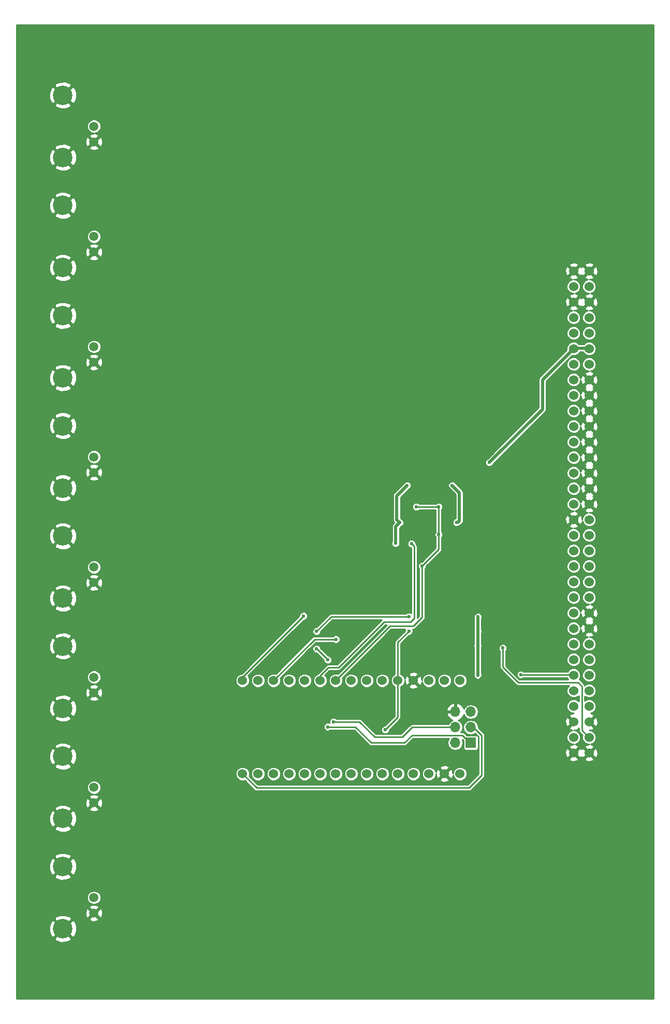
<source format=gbr>
G04 #@! TF.FileFunction,Copper,L2,Bot,Signal*
%FSLAX46Y46*%
G04 Gerber Fmt 4.6, Leading zero omitted, Abs format (unit mm)*
G04 Created by KiCad (PCBNEW 4.0.7-e2-6376~61~ubuntu18.04.1) date Wed Sep  2 21:57:32 2020*
%MOMM*%
%LPD*%
G01*
G04 APERTURE LIST*
%ADD10C,0.100000*%
%ADD11C,1.524000*%
%ADD12C,1.500000*%
%ADD13C,3.200000*%
%ADD14R,1.700000X1.700000*%
%ADD15O,1.700000X1.700000*%
%ADD16C,0.600000*%
%ADD17C,0.500000*%
%ADD18C,0.250000*%
%ADD19C,0.254000*%
G04 APERTURE END LIST*
D10*
D11*
X167117100Y-150924000D03*
X164577100Y-150924000D03*
X162037100Y-150924000D03*
X159497100Y-150924000D03*
X156957100Y-150924000D03*
X154417100Y-150924000D03*
X151877100Y-150924000D03*
X149337100Y-150924000D03*
X146797100Y-150924000D03*
X144257100Y-150924000D03*
X141717100Y-150924000D03*
X139177100Y-150924000D03*
X136637100Y-150924000D03*
X134097100Y-150924000D03*
X131557100Y-150924000D03*
X131557100Y-166164000D03*
X134097100Y-166164000D03*
X136637100Y-166164000D03*
X139177100Y-166164000D03*
X141717100Y-166164000D03*
X144257100Y-166164000D03*
X146797100Y-166164000D03*
X149337100Y-166164000D03*
X151877100Y-166164000D03*
X154417100Y-166164000D03*
X156957100Y-166164000D03*
X159497100Y-166164000D03*
X162037100Y-166164000D03*
X164577100Y-166164000D03*
X167117100Y-166164000D03*
D12*
X107280000Y-188940000D03*
D13*
X102200000Y-181320000D03*
X102200000Y-191480000D03*
D12*
X107280000Y-186400000D03*
X107280000Y-152940000D03*
D13*
X102200000Y-145320000D03*
X102200000Y-155480000D03*
D12*
X107280000Y-150400000D03*
X107280000Y-116940000D03*
D13*
X102200000Y-109320000D03*
X102200000Y-119480000D03*
D12*
X107280000Y-114400000D03*
X107280000Y-80940000D03*
D13*
X102200000Y-73320000D03*
X102200000Y-83480000D03*
D12*
X107280000Y-78400000D03*
D11*
X185730000Y-84030000D03*
X185730000Y-86570000D03*
X185730000Y-89110000D03*
X185730000Y-91650000D03*
X185730000Y-94190000D03*
X185730000Y-96730000D03*
X185730000Y-99270000D03*
X185730000Y-101810000D03*
X185730000Y-104350000D03*
X185730000Y-106890000D03*
X185730000Y-109430000D03*
X185730000Y-111970000D03*
X185730000Y-114510000D03*
X185730000Y-117050000D03*
X185730000Y-119590000D03*
X185730000Y-122130000D03*
X185730000Y-124670000D03*
X185730000Y-127210000D03*
X185730000Y-129750000D03*
X185730000Y-132290000D03*
X185730000Y-134830000D03*
X185730000Y-137370000D03*
X185730000Y-139910000D03*
X185730000Y-142450000D03*
X185730000Y-144990000D03*
X185730000Y-147530000D03*
X185730000Y-150070000D03*
X185730000Y-152610000D03*
X185730000Y-155150000D03*
X185730000Y-157690000D03*
X185730000Y-160230000D03*
X185730000Y-162770000D03*
X188270000Y-84030000D03*
X188270000Y-86570000D03*
X188270000Y-89110000D03*
X188270000Y-91650000D03*
X188270000Y-94190000D03*
X188270000Y-96730000D03*
X188270000Y-99270000D03*
X188270000Y-101810000D03*
X188270000Y-104350000D03*
X188270000Y-106890000D03*
X188270000Y-109430000D03*
X188270000Y-111970000D03*
X188270000Y-114510000D03*
X188270000Y-117050000D03*
X188270000Y-119590000D03*
X188270000Y-122130000D03*
X188270000Y-124670000D03*
X188270000Y-127210000D03*
X188270000Y-129750000D03*
X188270000Y-132290000D03*
X188270000Y-134830000D03*
X188270000Y-137370000D03*
X188270000Y-139910000D03*
X188270000Y-142450000D03*
X188270000Y-144990000D03*
X188270000Y-147530000D03*
X188270000Y-150070000D03*
X188270000Y-152610000D03*
X188270000Y-155150000D03*
X188270000Y-157690000D03*
X188270000Y-160230000D03*
X188270000Y-162770000D03*
D12*
X107280000Y-170940000D03*
D13*
X102200000Y-163320000D03*
X102200000Y-173480000D03*
D12*
X107280000Y-168400000D03*
X107280000Y-134940000D03*
D13*
X102200000Y-127320000D03*
X102200000Y-137480000D03*
D12*
X107280000Y-132400000D03*
X107280000Y-98940000D03*
D13*
X102200000Y-91320000D03*
X102200000Y-101480000D03*
D12*
X107280000Y-96400000D03*
X107280000Y-62940000D03*
D13*
X102200000Y-55320000D03*
X102200000Y-65480000D03*
D12*
X107280000Y-60400000D03*
D14*
X168900000Y-161100000D03*
D15*
X166360000Y-161100000D03*
X168900000Y-158560000D03*
X166360000Y-158560000D03*
X168900000Y-156020000D03*
X166360000Y-156020000D03*
D16*
X151125000Y-156200000D03*
X166010000Y-124470000D03*
X150860000Y-124380000D03*
X150860000Y-122100000D03*
X150850000Y-119860000D03*
X138656400Y-114119400D03*
X130782400Y-124914400D03*
X136675200Y-125549400D03*
X142288600Y-146923500D03*
X156610000Y-128490000D03*
X157270000Y-125120000D03*
X158500000Y-119050000D03*
X165870000Y-119050000D03*
X166570000Y-125110000D03*
X171905000Y-115313200D03*
X177061200Y-149958800D03*
X174140200Y-145615400D03*
X160950000Y-132200000D03*
X163670000Y-127070000D03*
X163670000Y-122530000D03*
X159990000Y-122540000D03*
X159210000Y-128580000D03*
X158798600Y-140510000D03*
X143685600Y-142897600D03*
X170040000Y-150040000D03*
X170025400Y-145209000D03*
X170050800Y-142872200D03*
X170076200Y-140535400D03*
X143685600Y-145742400D03*
X145539800Y-147571200D03*
X145490000Y-158500000D03*
X141552000Y-140383000D03*
X154900000Y-159000000D03*
X158773200Y-142872200D03*
X146860600Y-144193000D03*
X146440000Y-157700000D03*
D17*
X156610000Y-125780000D02*
X156610000Y-128490000D01*
X156610000Y-125780000D02*
X157270000Y-125120000D01*
X156790000Y-124640000D02*
X157270000Y-125120000D01*
X156790000Y-120760000D02*
X156790000Y-124640000D01*
X158500000Y-119050000D02*
X156790000Y-120760000D01*
X165870000Y-119050000D02*
X167060000Y-120240000D01*
X167060000Y-120240000D02*
X167060000Y-124810000D01*
X167060000Y-124810000D02*
X166760000Y-125110000D01*
X166760000Y-125110000D02*
X166570000Y-125110000D01*
X180617200Y-101775000D02*
X185697200Y-96695000D01*
X180617200Y-106601000D02*
X180617200Y-101775000D01*
X171905000Y-115313200D02*
X180617200Y-106601000D01*
X188161000Y-96631500D02*
X185748000Y-96631500D01*
D18*
X177061200Y-149958800D02*
X185621000Y-149958800D01*
X185621000Y-149958800D02*
X185697200Y-150035000D01*
X177073900Y-149971500D02*
X177061200Y-149958800D01*
X188237200Y-160195000D02*
X188186400Y-160195000D01*
X188186400Y-160195000D02*
X187043400Y-159052000D01*
X187043400Y-159052000D02*
X187043400Y-151838400D01*
X187043400Y-151838400D02*
X186433800Y-151228800D01*
X186433800Y-151228800D02*
X176629400Y-151228800D01*
X174140200Y-148739600D02*
X174140200Y-145615400D01*
X176629400Y-151228800D02*
X174140200Y-148739600D01*
X160950000Y-132200000D02*
X160950000Y-140610000D01*
X155671100Y-142050000D02*
X146797100Y-150924000D01*
X159510000Y-142050000D02*
X155671100Y-142050000D01*
X160950000Y-140610000D02*
X159510000Y-142050000D01*
X163670000Y-127070000D02*
X163670000Y-129480000D01*
X163670000Y-129480000D02*
X160950000Y-132200000D01*
X163670000Y-122530000D02*
X163670000Y-127070000D01*
X160000000Y-122530000D02*
X163670000Y-122530000D01*
X159990000Y-122540000D02*
X160000000Y-122530000D01*
X144257100Y-150924000D02*
X144257100Y-150142900D01*
X145600000Y-148800000D02*
X147280000Y-148800000D01*
X144257100Y-150142900D02*
X145600000Y-148800000D01*
X159210000Y-128590000D02*
X159210000Y-128580000D01*
X159620000Y-129000000D02*
X159210000Y-128590000D01*
X159620000Y-140790000D02*
X159620000Y-129000000D01*
X159060000Y-141350000D02*
X159620000Y-140790000D01*
X154730000Y-141350000D02*
X159060000Y-141350000D01*
X147280000Y-148800000D02*
X154730000Y-141350000D01*
X146073200Y-140510000D02*
X158798600Y-140510000D01*
X143685600Y-142897600D02*
X146073200Y-140510000D01*
D17*
X170025400Y-150025400D02*
X170025400Y-145209000D01*
X170040000Y-150040000D02*
X170025400Y-150025400D01*
X170025400Y-145209000D02*
X170050800Y-145209000D01*
X170050800Y-145209000D02*
X170025400Y-145209000D01*
X170025400Y-145209000D02*
X170050800Y-145209000D01*
X170076200Y-140535400D02*
X170050800Y-140535400D01*
X170050800Y-140535400D02*
X170050800Y-142872200D01*
X170050800Y-142872200D02*
X170050800Y-145209000D01*
D18*
X143711000Y-145742400D02*
X143685600Y-145742400D01*
X145539800Y-147571200D02*
X143711000Y-145742400D01*
X168900000Y-158560000D02*
X169340000Y-158560000D01*
X169340000Y-158560000D02*
X170690000Y-159910000D01*
X170690000Y-159910000D02*
X170690000Y-166410000D01*
X170690000Y-166410000D02*
X168620000Y-168480000D01*
X168620000Y-168480000D02*
X133873100Y-168480000D01*
X133873100Y-168480000D02*
X131557100Y-166164000D01*
X168900000Y-161100000D02*
X168720000Y-161100000D01*
X168720000Y-161100000D02*
X167490000Y-159870000D01*
X167490000Y-159870000D02*
X159300000Y-159870000D01*
X159300000Y-159870000D02*
X158050000Y-161120000D01*
X158050000Y-161120000D02*
X152610000Y-161120000D01*
X152610000Y-161120000D02*
X150030000Y-158540000D01*
X150030000Y-158540000D02*
X145530000Y-158540000D01*
X145530000Y-158540000D02*
X145490000Y-158500000D01*
X131557100Y-150924000D02*
X131557100Y-150377900D01*
X131557100Y-150377900D02*
X141552000Y-140383000D01*
X156957100Y-156942900D02*
X156957100Y-150924000D01*
X154900000Y-159000000D02*
X156957100Y-156942900D01*
X156957100Y-150924000D02*
X156957100Y-144688300D01*
X156957100Y-144688300D02*
X158773200Y-142872200D01*
X136637100Y-150924000D02*
X143368100Y-144193000D01*
X143368100Y-144193000D02*
X146860600Y-144193000D01*
X166360000Y-158560000D02*
X159320000Y-158560000D01*
X150710000Y-157700000D02*
X146440000Y-157700000D01*
X153200000Y-160190000D02*
X150710000Y-157700000D01*
X157690000Y-160190000D02*
X153200000Y-160190000D01*
X159320000Y-158560000D02*
X157690000Y-160190000D01*
D19*
G36*
X198744000Y-202944000D02*
X94656000Y-202944000D01*
X94656000Y-193066202D01*
X100793403Y-193066202D01*
X100965390Y-193395360D01*
X101792346Y-193722026D01*
X102681363Y-193707365D01*
X103434610Y-193395360D01*
X103606597Y-193066202D01*
X102200000Y-191659605D01*
X100793403Y-193066202D01*
X94656000Y-193066202D01*
X94656000Y-191072346D01*
X99957974Y-191072346D01*
X99972635Y-191961363D01*
X100284640Y-192714610D01*
X100613798Y-192886597D01*
X102020395Y-191480000D01*
X102379605Y-191480000D01*
X103786202Y-192886597D01*
X104115360Y-192714610D01*
X104442026Y-191887654D01*
X104427365Y-190998637D01*
X104115360Y-190245390D01*
X103786202Y-190073403D01*
X102379605Y-191480000D01*
X102020395Y-191480000D01*
X100613798Y-190073403D01*
X100284640Y-190245390D01*
X99957974Y-191072346D01*
X94656000Y-191072346D01*
X94656000Y-189893798D01*
X100793403Y-189893798D01*
X102200000Y-191300395D01*
X103588878Y-189911517D01*
X106488088Y-189911517D01*
X106556077Y-190152460D01*
X107075171Y-190337201D01*
X107625448Y-190309230D01*
X108003923Y-190152460D01*
X108071912Y-189911517D01*
X107280000Y-189119605D01*
X106488088Y-189911517D01*
X103588878Y-189911517D01*
X103606597Y-189893798D01*
X103434610Y-189564640D01*
X102607654Y-189237974D01*
X101718637Y-189252635D01*
X100965390Y-189564640D01*
X100793403Y-189893798D01*
X94656000Y-189893798D01*
X94656000Y-188735171D01*
X105882799Y-188735171D01*
X105910770Y-189285448D01*
X106067540Y-189663923D01*
X106308483Y-189731912D01*
X107100395Y-188940000D01*
X107459605Y-188940000D01*
X108251517Y-189731912D01*
X108492460Y-189663923D01*
X108677201Y-189144829D01*
X108649230Y-188594552D01*
X108492460Y-188216077D01*
X108251517Y-188148088D01*
X107459605Y-188940000D01*
X107100395Y-188940000D01*
X106308483Y-188148088D01*
X106067540Y-188216077D01*
X105882799Y-188735171D01*
X94656000Y-188735171D01*
X94656000Y-187968483D01*
X106488088Y-187968483D01*
X107280000Y-188760395D01*
X108071912Y-187968483D01*
X108003923Y-187727540D01*
X107484829Y-187542799D01*
X106934552Y-187570770D01*
X106556077Y-187727540D01*
X106488088Y-187968483D01*
X94656000Y-187968483D01*
X94656000Y-186623983D01*
X106148804Y-186623983D01*
X106320625Y-187039823D01*
X106638503Y-187358256D01*
X107054043Y-187530804D01*
X107503983Y-187531196D01*
X107919823Y-187359375D01*
X108238256Y-187041497D01*
X108410804Y-186625957D01*
X108411196Y-186176017D01*
X108239375Y-185760177D01*
X107921497Y-185441744D01*
X107505957Y-185269196D01*
X107056017Y-185268804D01*
X106640177Y-185440625D01*
X106321744Y-185758503D01*
X106149196Y-186174043D01*
X106148804Y-186623983D01*
X94656000Y-186623983D01*
X94656000Y-182906202D01*
X100793403Y-182906202D01*
X100965390Y-183235360D01*
X101792346Y-183562026D01*
X102681363Y-183547365D01*
X103434610Y-183235360D01*
X103606597Y-182906202D01*
X102200000Y-181499605D01*
X100793403Y-182906202D01*
X94656000Y-182906202D01*
X94656000Y-180912346D01*
X99957974Y-180912346D01*
X99972635Y-181801363D01*
X100284640Y-182554610D01*
X100613798Y-182726597D01*
X102020395Y-181320000D01*
X102379605Y-181320000D01*
X103786202Y-182726597D01*
X104115360Y-182554610D01*
X104442026Y-181727654D01*
X104427365Y-180838637D01*
X104115360Y-180085390D01*
X103786202Y-179913403D01*
X102379605Y-181320000D01*
X102020395Y-181320000D01*
X100613798Y-179913403D01*
X100284640Y-180085390D01*
X99957974Y-180912346D01*
X94656000Y-180912346D01*
X94656000Y-179733798D01*
X100793403Y-179733798D01*
X102200000Y-181140395D01*
X103606597Y-179733798D01*
X103434610Y-179404640D01*
X102607654Y-179077974D01*
X101718637Y-179092635D01*
X100965390Y-179404640D01*
X100793403Y-179733798D01*
X94656000Y-179733798D01*
X94656000Y-175066202D01*
X100793403Y-175066202D01*
X100965390Y-175395360D01*
X101792346Y-175722026D01*
X102681363Y-175707365D01*
X103434610Y-175395360D01*
X103606597Y-175066202D01*
X102200000Y-173659605D01*
X100793403Y-175066202D01*
X94656000Y-175066202D01*
X94656000Y-173072346D01*
X99957974Y-173072346D01*
X99972635Y-173961363D01*
X100284640Y-174714610D01*
X100613798Y-174886597D01*
X102020395Y-173480000D01*
X102379605Y-173480000D01*
X103786202Y-174886597D01*
X104115360Y-174714610D01*
X104442026Y-173887654D01*
X104427365Y-172998637D01*
X104115360Y-172245390D01*
X103786202Y-172073403D01*
X102379605Y-173480000D01*
X102020395Y-173480000D01*
X100613798Y-172073403D01*
X100284640Y-172245390D01*
X99957974Y-173072346D01*
X94656000Y-173072346D01*
X94656000Y-171893798D01*
X100793403Y-171893798D01*
X102200000Y-173300395D01*
X103588878Y-171911517D01*
X106488088Y-171911517D01*
X106556077Y-172152460D01*
X107075171Y-172337201D01*
X107625448Y-172309230D01*
X108003923Y-172152460D01*
X108071912Y-171911517D01*
X107280000Y-171119605D01*
X106488088Y-171911517D01*
X103588878Y-171911517D01*
X103606597Y-171893798D01*
X103434610Y-171564640D01*
X102607654Y-171237974D01*
X101718637Y-171252635D01*
X100965390Y-171564640D01*
X100793403Y-171893798D01*
X94656000Y-171893798D01*
X94656000Y-170735171D01*
X105882799Y-170735171D01*
X105910770Y-171285448D01*
X106067540Y-171663923D01*
X106308483Y-171731912D01*
X107100395Y-170940000D01*
X107459605Y-170940000D01*
X108251517Y-171731912D01*
X108492460Y-171663923D01*
X108677201Y-171144829D01*
X108649230Y-170594552D01*
X108492460Y-170216077D01*
X108251517Y-170148088D01*
X107459605Y-170940000D01*
X107100395Y-170940000D01*
X106308483Y-170148088D01*
X106067540Y-170216077D01*
X105882799Y-170735171D01*
X94656000Y-170735171D01*
X94656000Y-169968483D01*
X106488088Y-169968483D01*
X107280000Y-170760395D01*
X108071912Y-169968483D01*
X108003923Y-169727540D01*
X107484829Y-169542799D01*
X106934552Y-169570770D01*
X106556077Y-169727540D01*
X106488088Y-169968483D01*
X94656000Y-169968483D01*
X94656000Y-168623983D01*
X106148804Y-168623983D01*
X106320625Y-169039823D01*
X106638503Y-169358256D01*
X107054043Y-169530804D01*
X107503983Y-169531196D01*
X107919823Y-169359375D01*
X108238256Y-169041497D01*
X108410804Y-168625957D01*
X108411196Y-168176017D01*
X108239375Y-167760177D01*
X107921497Y-167441744D01*
X107505957Y-167269196D01*
X107056017Y-167268804D01*
X106640177Y-167440625D01*
X106321744Y-167758503D01*
X106149196Y-168174043D01*
X106148804Y-168623983D01*
X94656000Y-168623983D01*
X94656000Y-166390359D01*
X130413902Y-166390359D01*
X130587546Y-166810612D01*
X130908797Y-167132423D01*
X131328746Y-167306801D01*
X131783459Y-167307198D01*
X131925865Y-167248357D01*
X133515304Y-168837796D01*
X133679462Y-168947483D01*
X133873100Y-168986000D01*
X168620000Y-168986000D01*
X168813638Y-168947483D01*
X168977796Y-168837796D01*
X171047796Y-166767796D01*
X171157483Y-166603638D01*
X171196000Y-166410000D01*
X171196000Y-163750213D01*
X184929392Y-163750213D01*
X184998857Y-163992397D01*
X185522302Y-164179144D01*
X186077368Y-164151362D01*
X186461143Y-163992397D01*
X186530608Y-163750213D01*
X187469392Y-163750213D01*
X187538857Y-163992397D01*
X188062302Y-164179144D01*
X188617368Y-164151362D01*
X189001143Y-163992397D01*
X189070608Y-163750213D01*
X188270000Y-162949605D01*
X187469392Y-163750213D01*
X186530608Y-163750213D01*
X185730000Y-162949605D01*
X184929392Y-163750213D01*
X171196000Y-163750213D01*
X171196000Y-162562302D01*
X184320856Y-162562302D01*
X184348638Y-163117368D01*
X184507603Y-163501143D01*
X184749787Y-163570608D01*
X185550395Y-162770000D01*
X185909605Y-162770000D01*
X186710213Y-163570608D01*
X186952397Y-163501143D01*
X186996453Y-163377656D01*
X187047603Y-163501143D01*
X187289787Y-163570608D01*
X188090395Y-162770000D01*
X188449605Y-162770000D01*
X189250213Y-163570608D01*
X189492397Y-163501143D01*
X189679144Y-162977698D01*
X189651362Y-162422632D01*
X189492397Y-162038857D01*
X189250213Y-161969392D01*
X188449605Y-162770000D01*
X188090395Y-162770000D01*
X187289787Y-161969392D01*
X187047603Y-162038857D01*
X187003547Y-162162344D01*
X186952397Y-162038857D01*
X186710213Y-161969392D01*
X185909605Y-162770000D01*
X185550395Y-162770000D01*
X184749787Y-161969392D01*
X184507603Y-162038857D01*
X184320856Y-162562302D01*
X171196000Y-162562302D01*
X171196000Y-159910000D01*
X171157483Y-159716362D01*
X171047796Y-159552204D01*
X170138605Y-158643013D01*
X170155117Y-158560000D01*
X170061413Y-158088917D01*
X169794565Y-157689552D01*
X169484395Y-157482302D01*
X184320856Y-157482302D01*
X184348638Y-158037368D01*
X184507603Y-158421143D01*
X184749787Y-158490608D01*
X185550395Y-157690000D01*
X184749787Y-156889392D01*
X184507603Y-156958857D01*
X184320856Y-157482302D01*
X169484395Y-157482302D01*
X169395200Y-157422704D01*
X168924117Y-157329000D01*
X168875883Y-157329000D01*
X168404800Y-157422704D01*
X168005435Y-157689552D01*
X167738587Y-158088917D01*
X167644883Y-158560000D01*
X167738587Y-159031083D01*
X168005435Y-159430448D01*
X168404800Y-159697296D01*
X168875883Y-159791000D01*
X168924117Y-159791000D01*
X169395200Y-159697296D01*
X169614903Y-159550495D01*
X170184000Y-160119592D01*
X170184000Y-166200408D01*
X168410408Y-167974000D01*
X134082692Y-167974000D01*
X132641556Y-166532864D01*
X132699901Y-166392354D01*
X132699902Y-166390359D01*
X132953902Y-166390359D01*
X133127546Y-166810612D01*
X133448797Y-167132423D01*
X133868746Y-167306801D01*
X134323459Y-167307198D01*
X134743712Y-167133554D01*
X135065523Y-166812303D01*
X135239901Y-166392354D01*
X135239902Y-166390359D01*
X135493902Y-166390359D01*
X135667546Y-166810612D01*
X135988797Y-167132423D01*
X136408746Y-167306801D01*
X136863459Y-167307198D01*
X137283712Y-167133554D01*
X137605523Y-166812303D01*
X137779901Y-166392354D01*
X137779902Y-166390359D01*
X138033902Y-166390359D01*
X138207546Y-166810612D01*
X138528797Y-167132423D01*
X138948746Y-167306801D01*
X139403459Y-167307198D01*
X139823712Y-167133554D01*
X140145523Y-166812303D01*
X140319901Y-166392354D01*
X140319902Y-166390359D01*
X140573902Y-166390359D01*
X140747546Y-166810612D01*
X141068797Y-167132423D01*
X141488746Y-167306801D01*
X141943459Y-167307198D01*
X142363712Y-167133554D01*
X142685523Y-166812303D01*
X142859901Y-166392354D01*
X142859902Y-166390359D01*
X143113902Y-166390359D01*
X143287546Y-166810612D01*
X143608797Y-167132423D01*
X144028746Y-167306801D01*
X144483459Y-167307198D01*
X144903712Y-167133554D01*
X145225523Y-166812303D01*
X145399901Y-166392354D01*
X145399902Y-166390359D01*
X145653902Y-166390359D01*
X145827546Y-166810612D01*
X146148797Y-167132423D01*
X146568746Y-167306801D01*
X147023459Y-167307198D01*
X147443712Y-167133554D01*
X147765523Y-166812303D01*
X147939901Y-166392354D01*
X147939902Y-166390359D01*
X148193902Y-166390359D01*
X148367546Y-166810612D01*
X148688797Y-167132423D01*
X149108746Y-167306801D01*
X149563459Y-167307198D01*
X149983712Y-167133554D01*
X150305523Y-166812303D01*
X150479901Y-166392354D01*
X150479902Y-166390359D01*
X150733902Y-166390359D01*
X150907546Y-166810612D01*
X151228797Y-167132423D01*
X151648746Y-167306801D01*
X152103459Y-167307198D01*
X152523712Y-167133554D01*
X152845523Y-166812303D01*
X153019901Y-166392354D01*
X153019902Y-166390359D01*
X153273902Y-166390359D01*
X153447546Y-166810612D01*
X153768797Y-167132423D01*
X154188746Y-167306801D01*
X154643459Y-167307198D01*
X155063712Y-167133554D01*
X155385523Y-166812303D01*
X155559901Y-166392354D01*
X155559902Y-166390359D01*
X155813902Y-166390359D01*
X155987546Y-166810612D01*
X156308797Y-167132423D01*
X156728746Y-167306801D01*
X157183459Y-167307198D01*
X157603712Y-167133554D01*
X157925523Y-166812303D01*
X158099901Y-166392354D01*
X158099902Y-166390359D01*
X158353902Y-166390359D01*
X158527546Y-166810612D01*
X158848797Y-167132423D01*
X159268746Y-167306801D01*
X159723459Y-167307198D01*
X160143712Y-167133554D01*
X160465523Y-166812303D01*
X160639901Y-166392354D01*
X160639902Y-166390359D01*
X160893902Y-166390359D01*
X161067546Y-166810612D01*
X161388797Y-167132423D01*
X161808746Y-167306801D01*
X162263459Y-167307198D01*
X162657915Y-167144213D01*
X163776492Y-167144213D01*
X163845957Y-167386397D01*
X164369402Y-167573144D01*
X164924468Y-167545362D01*
X165308243Y-167386397D01*
X165377708Y-167144213D01*
X164577100Y-166343605D01*
X163776492Y-167144213D01*
X162657915Y-167144213D01*
X162683712Y-167133554D01*
X163005523Y-166812303D01*
X163179901Y-166392354D01*
X163180070Y-166198340D01*
X163195738Y-166511368D01*
X163354703Y-166895143D01*
X163596887Y-166964608D01*
X164397495Y-166164000D01*
X164756705Y-166164000D01*
X165557313Y-166964608D01*
X165799497Y-166895143D01*
X165976952Y-166397742D01*
X166147546Y-166810612D01*
X166468797Y-167132423D01*
X166888746Y-167306801D01*
X167343459Y-167307198D01*
X167763712Y-167133554D01*
X168085523Y-166812303D01*
X168259901Y-166392354D01*
X168260298Y-165937641D01*
X168086654Y-165517388D01*
X167765403Y-165195577D01*
X167345454Y-165021199D01*
X166890741Y-165020802D01*
X166470488Y-165194446D01*
X166148677Y-165515697D01*
X165974299Y-165935646D01*
X165974130Y-166129660D01*
X165958462Y-165816632D01*
X165799497Y-165432857D01*
X165557313Y-165363392D01*
X164756705Y-166164000D01*
X164397495Y-166164000D01*
X163596887Y-165363392D01*
X163354703Y-165432857D01*
X163177248Y-165930258D01*
X163006654Y-165517388D01*
X162685403Y-165195577D01*
X162657010Y-165183787D01*
X163776492Y-165183787D01*
X164577100Y-165984395D01*
X165377708Y-165183787D01*
X165308243Y-164941603D01*
X164784798Y-164754856D01*
X164229732Y-164782638D01*
X163845957Y-164941603D01*
X163776492Y-165183787D01*
X162657010Y-165183787D01*
X162265454Y-165021199D01*
X161810741Y-165020802D01*
X161390488Y-165194446D01*
X161068677Y-165515697D01*
X160894299Y-165935646D01*
X160893902Y-166390359D01*
X160639902Y-166390359D01*
X160640298Y-165937641D01*
X160466654Y-165517388D01*
X160145403Y-165195577D01*
X159725454Y-165021199D01*
X159270741Y-165020802D01*
X158850488Y-165194446D01*
X158528677Y-165515697D01*
X158354299Y-165935646D01*
X158353902Y-166390359D01*
X158099902Y-166390359D01*
X158100298Y-165937641D01*
X157926654Y-165517388D01*
X157605403Y-165195577D01*
X157185454Y-165021199D01*
X156730741Y-165020802D01*
X156310488Y-165194446D01*
X155988677Y-165515697D01*
X155814299Y-165935646D01*
X155813902Y-166390359D01*
X155559902Y-166390359D01*
X155560298Y-165937641D01*
X155386654Y-165517388D01*
X155065403Y-165195577D01*
X154645454Y-165021199D01*
X154190741Y-165020802D01*
X153770488Y-165194446D01*
X153448677Y-165515697D01*
X153274299Y-165935646D01*
X153273902Y-166390359D01*
X153019902Y-166390359D01*
X153020298Y-165937641D01*
X152846654Y-165517388D01*
X152525403Y-165195577D01*
X152105454Y-165021199D01*
X151650741Y-165020802D01*
X151230488Y-165194446D01*
X150908677Y-165515697D01*
X150734299Y-165935646D01*
X150733902Y-166390359D01*
X150479902Y-166390359D01*
X150480298Y-165937641D01*
X150306654Y-165517388D01*
X149985403Y-165195577D01*
X149565454Y-165021199D01*
X149110741Y-165020802D01*
X148690488Y-165194446D01*
X148368677Y-165515697D01*
X148194299Y-165935646D01*
X148193902Y-166390359D01*
X147939902Y-166390359D01*
X147940298Y-165937641D01*
X147766654Y-165517388D01*
X147445403Y-165195577D01*
X147025454Y-165021199D01*
X146570741Y-165020802D01*
X146150488Y-165194446D01*
X145828677Y-165515697D01*
X145654299Y-165935646D01*
X145653902Y-166390359D01*
X145399902Y-166390359D01*
X145400298Y-165937641D01*
X145226654Y-165517388D01*
X144905403Y-165195577D01*
X144485454Y-165021199D01*
X144030741Y-165020802D01*
X143610488Y-165194446D01*
X143288677Y-165515697D01*
X143114299Y-165935646D01*
X143113902Y-166390359D01*
X142859902Y-166390359D01*
X142860298Y-165937641D01*
X142686654Y-165517388D01*
X142365403Y-165195577D01*
X141945454Y-165021199D01*
X141490741Y-165020802D01*
X141070488Y-165194446D01*
X140748677Y-165515697D01*
X140574299Y-165935646D01*
X140573902Y-166390359D01*
X140319902Y-166390359D01*
X140320298Y-165937641D01*
X140146654Y-165517388D01*
X139825403Y-165195577D01*
X139405454Y-165021199D01*
X138950741Y-165020802D01*
X138530488Y-165194446D01*
X138208677Y-165515697D01*
X138034299Y-165935646D01*
X138033902Y-166390359D01*
X137779902Y-166390359D01*
X137780298Y-165937641D01*
X137606654Y-165517388D01*
X137285403Y-165195577D01*
X136865454Y-165021199D01*
X136410741Y-165020802D01*
X135990488Y-165194446D01*
X135668677Y-165515697D01*
X135494299Y-165935646D01*
X135493902Y-166390359D01*
X135239902Y-166390359D01*
X135240298Y-165937641D01*
X135066654Y-165517388D01*
X134745403Y-165195577D01*
X134325454Y-165021199D01*
X133870741Y-165020802D01*
X133450488Y-165194446D01*
X133128677Y-165515697D01*
X132954299Y-165935646D01*
X132953902Y-166390359D01*
X132699902Y-166390359D01*
X132700298Y-165937641D01*
X132526654Y-165517388D01*
X132205403Y-165195577D01*
X131785454Y-165021199D01*
X131330741Y-165020802D01*
X130910488Y-165194446D01*
X130588677Y-165515697D01*
X130414299Y-165935646D01*
X130413902Y-166390359D01*
X94656000Y-166390359D01*
X94656000Y-164906202D01*
X100793403Y-164906202D01*
X100965390Y-165235360D01*
X101792346Y-165562026D01*
X102681363Y-165547365D01*
X103434610Y-165235360D01*
X103606597Y-164906202D01*
X102200000Y-163499605D01*
X100793403Y-164906202D01*
X94656000Y-164906202D01*
X94656000Y-162912346D01*
X99957974Y-162912346D01*
X99972635Y-163801363D01*
X100284640Y-164554610D01*
X100613798Y-164726597D01*
X102020395Y-163320000D01*
X102379605Y-163320000D01*
X103786202Y-164726597D01*
X104115360Y-164554610D01*
X104442026Y-163727654D01*
X104427365Y-162838637D01*
X104115360Y-162085390D01*
X103786202Y-161913403D01*
X102379605Y-163320000D01*
X102020395Y-163320000D01*
X100613798Y-161913403D01*
X100284640Y-162085390D01*
X99957974Y-162912346D01*
X94656000Y-162912346D01*
X94656000Y-161733798D01*
X100793403Y-161733798D01*
X102200000Y-163140395D01*
X103606597Y-161733798D01*
X103434610Y-161404640D01*
X102607654Y-161077974D01*
X101718637Y-161092635D01*
X100965390Y-161404640D01*
X100793403Y-161733798D01*
X94656000Y-161733798D01*
X94656000Y-158634865D01*
X144808882Y-158634865D01*
X144912339Y-158885252D01*
X145103741Y-159076987D01*
X145353946Y-159180882D01*
X145624865Y-159181118D01*
X145875252Y-159077661D01*
X145906968Y-159046000D01*
X149820408Y-159046000D01*
X152252204Y-161477796D01*
X152416362Y-161587483D01*
X152610000Y-161626000D01*
X158050000Y-161626000D01*
X158243638Y-161587483D01*
X158407796Y-161477796D01*
X159509592Y-160376000D01*
X165367581Y-160376000D01*
X165198587Y-160628917D01*
X165104883Y-161100000D01*
X165198587Y-161571083D01*
X165465435Y-161970448D01*
X165864800Y-162237296D01*
X166335883Y-162331000D01*
X166384117Y-162331000D01*
X166855200Y-162237296D01*
X167254565Y-161970448D01*
X167521413Y-161571083D01*
X167615117Y-161100000D01*
X167521413Y-160628917D01*
X167497426Y-160593018D01*
X167661536Y-160757128D01*
X167661536Y-161950000D01*
X167688103Y-162091190D01*
X167771546Y-162220865D01*
X167898866Y-162307859D01*
X168050000Y-162338464D01*
X169750000Y-162338464D01*
X169891190Y-162311897D01*
X170020865Y-162228454D01*
X170107859Y-162101134D01*
X170138464Y-161950000D01*
X170138464Y-160250000D01*
X170111897Y-160108810D01*
X170028454Y-159979135D01*
X169901134Y-159892141D01*
X169750000Y-159861536D01*
X168197128Y-159861536D01*
X167847796Y-159512204D01*
X167683638Y-159402517D01*
X167490000Y-159364000D01*
X167298964Y-159364000D01*
X167521413Y-159031083D01*
X167615117Y-158560000D01*
X167521413Y-158088917D01*
X167254565Y-157689552D01*
X166855200Y-157422704D01*
X166816053Y-157414917D01*
X167241358Y-157215183D01*
X167631645Y-156786924D01*
X167748212Y-156505488D01*
X168005435Y-156890448D01*
X168404800Y-157157296D01*
X168875883Y-157251000D01*
X168924117Y-157251000D01*
X169395200Y-157157296D01*
X169794565Y-156890448D01*
X170061413Y-156491083D01*
X170155117Y-156020000D01*
X170061413Y-155548917D01*
X169794565Y-155149552D01*
X169395200Y-154882704D01*
X168924117Y-154789000D01*
X168875883Y-154789000D01*
X168404800Y-154882704D01*
X168005435Y-155149552D01*
X167748212Y-155534512D01*
X167631645Y-155253076D01*
X167241358Y-154824817D01*
X166716892Y-154578514D01*
X166487000Y-154699181D01*
X166487000Y-155893000D01*
X166507000Y-155893000D01*
X166507000Y-156147000D01*
X166487000Y-156147000D01*
X166487000Y-156167000D01*
X166233000Y-156167000D01*
X166233000Y-156147000D01*
X165039845Y-156147000D01*
X164918524Y-156376890D01*
X165088355Y-156786924D01*
X165478642Y-157215183D01*
X165903947Y-157414917D01*
X165864800Y-157422704D01*
X165465435Y-157689552D01*
X165221918Y-158054000D01*
X159320000Y-158054000D01*
X159126362Y-158092517D01*
X158962204Y-158202204D01*
X157480408Y-159684000D01*
X153409592Y-159684000D01*
X151067796Y-157342204D01*
X150903638Y-157232517D01*
X150710000Y-157194000D01*
X146897123Y-157194000D01*
X146826259Y-157123013D01*
X146576054Y-157019118D01*
X146305135Y-157018882D01*
X146054748Y-157122339D01*
X145863013Y-157313741D01*
X145759118Y-157563946D01*
X145758882Y-157834865D01*
X145778537Y-157882435D01*
X145626054Y-157819118D01*
X145355135Y-157818882D01*
X145104748Y-157922339D01*
X144913013Y-158113741D01*
X144809118Y-158363946D01*
X144808882Y-158634865D01*
X94656000Y-158634865D01*
X94656000Y-157066202D01*
X100793403Y-157066202D01*
X100965390Y-157395360D01*
X101792346Y-157722026D01*
X102681363Y-157707365D01*
X103434610Y-157395360D01*
X103606597Y-157066202D01*
X102200000Y-155659605D01*
X100793403Y-157066202D01*
X94656000Y-157066202D01*
X94656000Y-155072346D01*
X99957974Y-155072346D01*
X99972635Y-155961363D01*
X100284640Y-156714610D01*
X100613798Y-156886597D01*
X102020395Y-155480000D01*
X102379605Y-155480000D01*
X103786202Y-156886597D01*
X104115360Y-156714610D01*
X104442026Y-155887654D01*
X104427365Y-154998637D01*
X104115360Y-154245390D01*
X103786202Y-154073403D01*
X102379605Y-155480000D01*
X102020395Y-155480000D01*
X100613798Y-154073403D01*
X100284640Y-154245390D01*
X99957974Y-155072346D01*
X94656000Y-155072346D01*
X94656000Y-153893798D01*
X100793403Y-153893798D01*
X102200000Y-155300395D01*
X103588878Y-153911517D01*
X106488088Y-153911517D01*
X106556077Y-154152460D01*
X107075171Y-154337201D01*
X107625448Y-154309230D01*
X108003923Y-154152460D01*
X108071912Y-153911517D01*
X107280000Y-153119605D01*
X106488088Y-153911517D01*
X103588878Y-153911517D01*
X103606597Y-153893798D01*
X103434610Y-153564640D01*
X102607654Y-153237974D01*
X101718637Y-153252635D01*
X100965390Y-153564640D01*
X100793403Y-153893798D01*
X94656000Y-153893798D01*
X94656000Y-152735171D01*
X105882799Y-152735171D01*
X105910770Y-153285448D01*
X106067540Y-153663923D01*
X106308483Y-153731912D01*
X107100395Y-152940000D01*
X107459605Y-152940000D01*
X108251517Y-153731912D01*
X108492460Y-153663923D01*
X108677201Y-153144829D01*
X108649230Y-152594552D01*
X108492460Y-152216077D01*
X108251517Y-152148088D01*
X107459605Y-152940000D01*
X107100395Y-152940000D01*
X106308483Y-152148088D01*
X106067540Y-152216077D01*
X105882799Y-152735171D01*
X94656000Y-152735171D01*
X94656000Y-151968483D01*
X106488088Y-151968483D01*
X107280000Y-152760395D01*
X108071912Y-151968483D01*
X108003923Y-151727540D01*
X107484829Y-151542799D01*
X106934552Y-151570770D01*
X106556077Y-151727540D01*
X106488088Y-151968483D01*
X94656000Y-151968483D01*
X94656000Y-150623983D01*
X106148804Y-150623983D01*
X106320625Y-151039823D01*
X106638503Y-151358256D01*
X107054043Y-151530804D01*
X107503983Y-151531196D01*
X107919823Y-151359375D01*
X108129203Y-151150359D01*
X130413902Y-151150359D01*
X130587546Y-151570612D01*
X130908797Y-151892423D01*
X131328746Y-152066801D01*
X131783459Y-152067198D01*
X132203712Y-151893554D01*
X132525523Y-151572303D01*
X132699901Y-151152354D01*
X132699902Y-151150359D01*
X132953902Y-151150359D01*
X133127546Y-151570612D01*
X133448797Y-151892423D01*
X133868746Y-152066801D01*
X134323459Y-152067198D01*
X134743712Y-151893554D01*
X135065523Y-151572303D01*
X135239901Y-151152354D01*
X135239902Y-151150359D01*
X135493902Y-151150359D01*
X135667546Y-151570612D01*
X135988797Y-151892423D01*
X136408746Y-152066801D01*
X136863459Y-152067198D01*
X137283712Y-151893554D01*
X137605523Y-151572303D01*
X137779901Y-151152354D01*
X137779902Y-151150359D01*
X138033902Y-151150359D01*
X138207546Y-151570612D01*
X138528797Y-151892423D01*
X138948746Y-152066801D01*
X139403459Y-152067198D01*
X139823712Y-151893554D01*
X140145523Y-151572303D01*
X140319901Y-151152354D01*
X140319902Y-151150359D01*
X140573902Y-151150359D01*
X140747546Y-151570612D01*
X141068797Y-151892423D01*
X141488746Y-152066801D01*
X141943459Y-152067198D01*
X142363712Y-151893554D01*
X142685523Y-151572303D01*
X142859901Y-151152354D01*
X142860298Y-150697641D01*
X142686654Y-150277388D01*
X142365403Y-149955577D01*
X141945454Y-149781199D01*
X141490741Y-149780802D01*
X141070488Y-149954446D01*
X140748677Y-150275697D01*
X140574299Y-150695646D01*
X140573902Y-151150359D01*
X140319902Y-151150359D01*
X140320298Y-150697641D01*
X140146654Y-150277388D01*
X139825403Y-149955577D01*
X139405454Y-149781199D01*
X138950741Y-149780802D01*
X138530488Y-149954446D01*
X138208677Y-150275697D01*
X138034299Y-150695646D01*
X138033902Y-151150359D01*
X137779902Y-151150359D01*
X137780298Y-150697641D01*
X137721457Y-150555235D01*
X142399427Y-145877265D01*
X143004482Y-145877265D01*
X143107939Y-146127652D01*
X143299341Y-146319387D01*
X143549546Y-146423282D01*
X143676401Y-146423393D01*
X144858769Y-147605761D01*
X144858682Y-147706065D01*
X144962139Y-147956452D01*
X145153541Y-148148187D01*
X145403746Y-148252082D01*
X145674665Y-148252318D01*
X145925052Y-148148861D01*
X146116787Y-147957459D01*
X146220682Y-147707254D01*
X146220918Y-147436335D01*
X146117461Y-147185948D01*
X145926059Y-146994213D01*
X145675854Y-146890318D01*
X145574422Y-146890230D01*
X144366653Y-145682461D01*
X144366718Y-145607535D01*
X144263261Y-145357148D01*
X144071859Y-145165413D01*
X143821654Y-145061518D01*
X143550735Y-145061282D01*
X143300348Y-145164739D01*
X143108613Y-145356141D01*
X143004718Y-145606346D01*
X143004482Y-145877265D01*
X142399427Y-145877265D01*
X143577692Y-144699000D01*
X146403477Y-144699000D01*
X146474341Y-144769987D01*
X146724546Y-144873882D01*
X146995465Y-144874118D01*
X147245852Y-144770661D01*
X147437587Y-144579259D01*
X147541482Y-144329054D01*
X147541718Y-144058135D01*
X147438261Y-143807748D01*
X147246859Y-143616013D01*
X146996654Y-143512118D01*
X146725735Y-143511882D01*
X146475348Y-143615339D01*
X146403562Y-143687000D01*
X143368100Y-143687000D01*
X143174462Y-143725517D01*
X143010304Y-143835204D01*
X137005964Y-149839544D01*
X136865454Y-149781199D01*
X136410741Y-149780802D01*
X135990488Y-149954446D01*
X135668677Y-150275697D01*
X135494299Y-150695646D01*
X135493902Y-151150359D01*
X135239902Y-151150359D01*
X135240298Y-150697641D01*
X135066654Y-150277388D01*
X134745403Y-149955577D01*
X134325454Y-149781199D01*
X133870741Y-149780802D01*
X133450488Y-149954446D01*
X133128677Y-150275697D01*
X132954299Y-150695646D01*
X132953902Y-151150359D01*
X132699902Y-151150359D01*
X132700298Y-150697641D01*
X132526654Y-150277388D01*
X132449996Y-150200596D01*
X139618127Y-143032465D01*
X143004482Y-143032465D01*
X143107939Y-143282852D01*
X143299341Y-143474587D01*
X143549546Y-143578482D01*
X143820465Y-143578718D01*
X144070852Y-143475261D01*
X144262587Y-143283859D01*
X144366482Y-143033654D01*
X144366570Y-142932222D01*
X146282792Y-141016000D01*
X154348408Y-141016000D01*
X147070408Y-148294000D01*
X145600000Y-148294000D01*
X145406362Y-148332517D01*
X145242204Y-148442204D01*
X143899304Y-149785104D01*
X143853148Y-149854182D01*
X143610488Y-149954446D01*
X143288677Y-150275697D01*
X143114299Y-150695646D01*
X143113902Y-151150359D01*
X143287546Y-151570612D01*
X143608797Y-151892423D01*
X144028746Y-152066801D01*
X144483459Y-152067198D01*
X144903712Y-151893554D01*
X145225523Y-151572303D01*
X145399901Y-151152354D01*
X145400298Y-150697641D01*
X145226654Y-150277388D01*
X145032598Y-150082994D01*
X145809592Y-149306000D01*
X147280000Y-149306000D01*
X147473638Y-149267483D01*
X147637796Y-149157796D01*
X154939592Y-141856000D01*
X155149508Y-141856000D01*
X147165964Y-149839544D01*
X147025454Y-149781199D01*
X146570741Y-149780802D01*
X146150488Y-149954446D01*
X145828677Y-150275697D01*
X145654299Y-150695646D01*
X145653902Y-151150359D01*
X145827546Y-151570612D01*
X146148797Y-151892423D01*
X146568746Y-152066801D01*
X147023459Y-152067198D01*
X147443712Y-151893554D01*
X147765523Y-151572303D01*
X147939901Y-151152354D01*
X147939902Y-151150359D01*
X148193902Y-151150359D01*
X148367546Y-151570612D01*
X148688797Y-151892423D01*
X149108746Y-152066801D01*
X149563459Y-152067198D01*
X149983712Y-151893554D01*
X150305523Y-151572303D01*
X150479901Y-151152354D01*
X150479902Y-151150359D01*
X150733902Y-151150359D01*
X150907546Y-151570612D01*
X151228797Y-151892423D01*
X151648746Y-152066801D01*
X152103459Y-152067198D01*
X152523712Y-151893554D01*
X152845523Y-151572303D01*
X153019901Y-151152354D01*
X153019902Y-151150359D01*
X153273902Y-151150359D01*
X153447546Y-151570612D01*
X153768797Y-151892423D01*
X154188746Y-152066801D01*
X154643459Y-152067198D01*
X155063712Y-151893554D01*
X155385523Y-151572303D01*
X155559901Y-151152354D01*
X155560298Y-150697641D01*
X155386654Y-150277388D01*
X155065403Y-149955577D01*
X154645454Y-149781199D01*
X154190741Y-149780802D01*
X153770488Y-149954446D01*
X153448677Y-150275697D01*
X153274299Y-150695646D01*
X153273902Y-151150359D01*
X153019902Y-151150359D01*
X153020298Y-150697641D01*
X152846654Y-150277388D01*
X152525403Y-149955577D01*
X152105454Y-149781199D01*
X151650741Y-149780802D01*
X151230488Y-149954446D01*
X150908677Y-150275697D01*
X150734299Y-150695646D01*
X150733902Y-151150359D01*
X150479902Y-151150359D01*
X150480298Y-150697641D01*
X150306654Y-150277388D01*
X149985403Y-149955577D01*
X149565454Y-149781199D01*
X149110741Y-149780802D01*
X148690488Y-149954446D01*
X148368677Y-150275697D01*
X148194299Y-150695646D01*
X148193902Y-151150359D01*
X147939902Y-151150359D01*
X147940298Y-150697641D01*
X147881457Y-150555235D01*
X155880692Y-142556000D01*
X158167122Y-142556000D01*
X158092318Y-142736146D01*
X158092230Y-142837578D01*
X156599304Y-144330504D01*
X156489617Y-144494662D01*
X156451100Y-144688300D01*
X156451100Y-149896347D01*
X156310488Y-149954446D01*
X155988677Y-150275697D01*
X155814299Y-150695646D01*
X155813902Y-151150359D01*
X155987546Y-151570612D01*
X156308797Y-151892423D01*
X156451100Y-151951512D01*
X156451100Y-156733308D01*
X154865439Y-158318969D01*
X154765135Y-158318882D01*
X154514748Y-158422339D01*
X154323013Y-158613741D01*
X154219118Y-158863946D01*
X154218882Y-159134865D01*
X154322339Y-159385252D01*
X154513741Y-159576987D01*
X154763946Y-159680882D01*
X155034865Y-159681118D01*
X155285252Y-159577661D01*
X155476987Y-159386259D01*
X155580882Y-159136054D01*
X155580970Y-159034622D01*
X157314896Y-157300696D01*
X157386188Y-157194000D01*
X157424583Y-157136538D01*
X157463100Y-156942900D01*
X157463100Y-155663110D01*
X164918524Y-155663110D01*
X165039845Y-155893000D01*
X166233000Y-155893000D01*
X166233000Y-154699181D01*
X166003108Y-154578514D01*
X165478642Y-154824817D01*
X165088355Y-155253076D01*
X164918524Y-155663110D01*
X157463100Y-155663110D01*
X157463100Y-151951653D01*
X157577914Y-151904213D01*
X158696492Y-151904213D01*
X158765957Y-152146397D01*
X159289402Y-152333144D01*
X159844468Y-152305362D01*
X160228243Y-152146397D01*
X160297708Y-151904213D01*
X159497100Y-151103605D01*
X158696492Y-151904213D01*
X157577914Y-151904213D01*
X157603712Y-151893554D01*
X157925523Y-151572303D01*
X158099901Y-151152354D01*
X158100070Y-150958340D01*
X158115738Y-151271368D01*
X158274703Y-151655143D01*
X158516887Y-151724608D01*
X159317495Y-150924000D01*
X159676705Y-150924000D01*
X160477313Y-151724608D01*
X160719497Y-151655143D01*
X160896952Y-151157742D01*
X161067546Y-151570612D01*
X161388797Y-151892423D01*
X161808746Y-152066801D01*
X162263459Y-152067198D01*
X162683712Y-151893554D01*
X163005523Y-151572303D01*
X163179901Y-151152354D01*
X163179902Y-151150359D01*
X163433902Y-151150359D01*
X163607546Y-151570612D01*
X163928797Y-151892423D01*
X164348746Y-152066801D01*
X164803459Y-152067198D01*
X165223712Y-151893554D01*
X165545523Y-151572303D01*
X165719901Y-151152354D01*
X165719902Y-151150359D01*
X165973902Y-151150359D01*
X166147546Y-151570612D01*
X166468797Y-151892423D01*
X166888746Y-152066801D01*
X167343459Y-152067198D01*
X167763712Y-151893554D01*
X168085523Y-151572303D01*
X168259901Y-151152354D01*
X168260298Y-150697641D01*
X168086654Y-150277388D01*
X167765403Y-149955577D01*
X167345454Y-149781199D01*
X166890741Y-149780802D01*
X166470488Y-149954446D01*
X166148677Y-150275697D01*
X165974299Y-150695646D01*
X165973902Y-151150359D01*
X165719902Y-151150359D01*
X165720298Y-150697641D01*
X165546654Y-150277388D01*
X165225403Y-149955577D01*
X164805454Y-149781199D01*
X164350741Y-149780802D01*
X163930488Y-149954446D01*
X163608677Y-150275697D01*
X163434299Y-150695646D01*
X163433902Y-151150359D01*
X163179902Y-151150359D01*
X163180298Y-150697641D01*
X163006654Y-150277388D01*
X162685403Y-149955577D01*
X162265454Y-149781199D01*
X161810741Y-149780802D01*
X161390488Y-149954446D01*
X161068677Y-150275697D01*
X160894299Y-150695646D01*
X160894130Y-150889660D01*
X160878462Y-150576632D01*
X160719497Y-150192857D01*
X160477313Y-150123392D01*
X159676705Y-150924000D01*
X159317495Y-150924000D01*
X158516887Y-150123392D01*
X158274703Y-150192857D01*
X158097248Y-150690258D01*
X157926654Y-150277388D01*
X157605403Y-149955577D01*
X157577010Y-149943787D01*
X158696492Y-149943787D01*
X159497100Y-150744395D01*
X160297708Y-149943787D01*
X160228243Y-149701603D01*
X159704798Y-149514856D01*
X159149732Y-149542638D01*
X158765957Y-149701603D01*
X158696492Y-149943787D01*
X157577010Y-149943787D01*
X157463100Y-149896488D01*
X157463100Y-145343865D01*
X169344282Y-145343865D01*
X169394400Y-145465161D01*
X169394400Y-149818978D01*
X169359118Y-149903946D01*
X169358882Y-150174865D01*
X169462339Y-150425252D01*
X169653741Y-150616987D01*
X169903946Y-150720882D01*
X170174865Y-150721118D01*
X170425252Y-150617661D01*
X170616987Y-150426259D01*
X170720882Y-150176054D01*
X170721118Y-149905135D01*
X170656400Y-149748504D01*
X170656400Y-145750265D01*
X173459082Y-145750265D01*
X173562539Y-146000652D01*
X173634200Y-146072438D01*
X173634200Y-148739600D01*
X173672717Y-148933238D01*
X173782404Y-149097396D01*
X176271604Y-151586596D01*
X176435762Y-151696283D01*
X176629400Y-151734800D01*
X184988870Y-151734800D01*
X184761577Y-151961697D01*
X184587199Y-152381646D01*
X184586802Y-152836359D01*
X184760446Y-153256612D01*
X185081697Y-153578423D01*
X185501646Y-153752801D01*
X185956359Y-153753198D01*
X186376612Y-153579554D01*
X186537400Y-153419046D01*
X186537400Y-154340951D01*
X186378303Y-154181577D01*
X185958354Y-154007199D01*
X185503641Y-154006802D01*
X185083388Y-154180446D01*
X184761577Y-154501697D01*
X184587199Y-154921646D01*
X184586802Y-155376359D01*
X184760446Y-155796612D01*
X185081697Y-156118423D01*
X185501646Y-156292801D01*
X185695660Y-156292970D01*
X185382632Y-156308638D01*
X184998857Y-156467603D01*
X184929392Y-156709787D01*
X185730000Y-157510395D01*
X185744143Y-157496253D01*
X185923748Y-157675858D01*
X185909605Y-157690000D01*
X185923748Y-157704143D01*
X185744143Y-157883748D01*
X185730000Y-157869605D01*
X184929392Y-158670213D01*
X184998857Y-158912397D01*
X185496258Y-159089852D01*
X185083388Y-159260446D01*
X184761577Y-159581697D01*
X184587199Y-160001646D01*
X184586802Y-160456359D01*
X184760446Y-160876612D01*
X185081697Y-161198423D01*
X185501646Y-161372801D01*
X185695660Y-161372970D01*
X185382632Y-161388638D01*
X184998857Y-161547603D01*
X184929392Y-161789787D01*
X185730000Y-162590395D01*
X186530608Y-161789787D01*
X186461143Y-161547603D01*
X185963742Y-161370148D01*
X186376612Y-161199554D01*
X186698423Y-160878303D01*
X186872801Y-160458354D01*
X186873198Y-160003641D01*
X186699554Y-159583388D01*
X186378303Y-159261577D01*
X185958354Y-159087199D01*
X185764340Y-159087030D01*
X186077368Y-159071362D01*
X186461143Y-158912397D01*
X186530607Y-158670215D01*
X186537400Y-158677008D01*
X186537400Y-159052000D01*
X186575917Y-159245638D01*
X186685604Y-159409796D01*
X187171284Y-159895476D01*
X187127199Y-160001646D01*
X187126802Y-160456359D01*
X187300446Y-160876612D01*
X187621697Y-161198423D01*
X188041646Y-161372801D01*
X188235660Y-161372970D01*
X187922632Y-161388638D01*
X187538857Y-161547603D01*
X187469392Y-161789787D01*
X188270000Y-162590395D01*
X189070608Y-161789787D01*
X189001143Y-161547603D01*
X188503742Y-161370148D01*
X188916612Y-161199554D01*
X189238423Y-160878303D01*
X189412801Y-160458354D01*
X189413198Y-160003641D01*
X189239554Y-159583388D01*
X188918303Y-159261577D01*
X188498354Y-159087199D01*
X188304340Y-159087030D01*
X188617368Y-159071362D01*
X189001143Y-158912397D01*
X189070608Y-158670213D01*
X188270000Y-157869605D01*
X188255858Y-157883748D01*
X188076253Y-157704143D01*
X188090395Y-157690000D01*
X188449605Y-157690000D01*
X189250213Y-158490608D01*
X189492397Y-158421143D01*
X189679144Y-157897698D01*
X189651362Y-157342632D01*
X189492397Y-156958857D01*
X189250213Y-156889392D01*
X188449605Y-157690000D01*
X188090395Y-157690000D01*
X188076253Y-157675858D01*
X188255858Y-157496253D01*
X188270000Y-157510395D01*
X189070608Y-156709787D01*
X189001143Y-156467603D01*
X188503742Y-156290148D01*
X188916612Y-156119554D01*
X189238423Y-155798303D01*
X189412801Y-155378354D01*
X189413198Y-154923641D01*
X189239554Y-154503388D01*
X188918303Y-154181577D01*
X188498354Y-154007199D01*
X188043641Y-154006802D01*
X187623388Y-154180446D01*
X187549400Y-154254305D01*
X187549400Y-153506000D01*
X187621697Y-153578423D01*
X188041646Y-153752801D01*
X188496359Y-153753198D01*
X188916612Y-153579554D01*
X189238423Y-153258303D01*
X189412801Y-152838354D01*
X189413198Y-152383641D01*
X189239554Y-151963388D01*
X188918303Y-151641577D01*
X188498354Y-151467199D01*
X188043641Y-151466802D01*
X187623388Y-151640446D01*
X187528805Y-151734864D01*
X187510883Y-151644762D01*
X187401196Y-151480604D01*
X186791596Y-150871004D01*
X186644149Y-150772483D01*
X186698423Y-150718303D01*
X186872801Y-150298354D01*
X186872802Y-150296359D01*
X187126802Y-150296359D01*
X187300446Y-150716612D01*
X187621697Y-151038423D01*
X188041646Y-151212801D01*
X188496359Y-151213198D01*
X188916612Y-151039554D01*
X189238423Y-150718303D01*
X189412801Y-150298354D01*
X189413198Y-149843641D01*
X189239554Y-149423388D01*
X188918303Y-149101577D01*
X188498354Y-148927199D01*
X188043641Y-148926802D01*
X187623388Y-149100446D01*
X187301577Y-149421697D01*
X187127199Y-149841646D01*
X187126802Y-150296359D01*
X186872802Y-150296359D01*
X186873198Y-149843641D01*
X186699554Y-149423388D01*
X186378303Y-149101577D01*
X185958354Y-148927199D01*
X185503641Y-148926802D01*
X185083388Y-149100446D01*
X184761577Y-149421697D01*
X184748662Y-149452800D01*
X177518323Y-149452800D01*
X177447459Y-149381813D01*
X177197254Y-149277918D01*
X176926335Y-149277682D01*
X176675948Y-149381139D01*
X176484213Y-149572541D01*
X176380318Y-149822746D01*
X176380082Y-150093665D01*
X176483539Y-150344052D01*
X176674941Y-150535787D01*
X176925146Y-150639682D01*
X177196065Y-150639918D01*
X177446452Y-150536461D01*
X177518238Y-150464800D01*
X184656400Y-150464800D01*
X184760446Y-150716612D01*
X184766623Y-150722800D01*
X176838992Y-150722800D01*
X174646200Y-148530008D01*
X174646200Y-147756359D01*
X184586802Y-147756359D01*
X184760446Y-148176612D01*
X185081697Y-148498423D01*
X185501646Y-148672801D01*
X185956359Y-148673198D01*
X186376612Y-148499554D01*
X186698423Y-148178303D01*
X186872801Y-147758354D01*
X186872802Y-147756359D01*
X187126802Y-147756359D01*
X187300446Y-148176612D01*
X187621697Y-148498423D01*
X188041646Y-148672801D01*
X188496359Y-148673198D01*
X188916612Y-148499554D01*
X189238423Y-148178303D01*
X189412801Y-147758354D01*
X189413198Y-147303641D01*
X189239554Y-146883388D01*
X188918303Y-146561577D01*
X188498354Y-146387199D01*
X188043641Y-146386802D01*
X187623388Y-146560446D01*
X187301577Y-146881697D01*
X187127199Y-147301646D01*
X187126802Y-147756359D01*
X186872802Y-147756359D01*
X186873198Y-147303641D01*
X186699554Y-146883388D01*
X186378303Y-146561577D01*
X185958354Y-146387199D01*
X185503641Y-146386802D01*
X185083388Y-146560446D01*
X184761577Y-146881697D01*
X184587199Y-147301646D01*
X184586802Y-147756359D01*
X174646200Y-147756359D01*
X174646200Y-146072523D01*
X174717187Y-146001659D01*
X174821082Y-145751454D01*
X174821318Y-145480535D01*
X174717861Y-145230148D01*
X174704096Y-145216359D01*
X184586802Y-145216359D01*
X184760446Y-145636612D01*
X185081697Y-145958423D01*
X185501646Y-146132801D01*
X185956359Y-146133198D01*
X186376612Y-145959554D01*
X186698423Y-145638303D01*
X186872801Y-145218354D01*
X186872802Y-145216359D01*
X187126802Y-145216359D01*
X187300446Y-145636612D01*
X187621697Y-145958423D01*
X188041646Y-146132801D01*
X188496359Y-146133198D01*
X188916612Y-145959554D01*
X189238423Y-145638303D01*
X189412801Y-145218354D01*
X189413198Y-144763641D01*
X189239554Y-144343388D01*
X188918303Y-144021577D01*
X188498354Y-143847199D01*
X188304340Y-143847030D01*
X188617368Y-143831362D01*
X189001143Y-143672397D01*
X189070608Y-143430213D01*
X188270000Y-142629605D01*
X187469392Y-143430213D01*
X187538857Y-143672397D01*
X188036258Y-143849852D01*
X187623388Y-144020446D01*
X187301577Y-144341697D01*
X187127199Y-144761646D01*
X187126802Y-145216359D01*
X186872802Y-145216359D01*
X186873198Y-144763641D01*
X186699554Y-144343388D01*
X186378303Y-144021577D01*
X185958354Y-143847199D01*
X185503641Y-143846802D01*
X185083388Y-144020446D01*
X184761577Y-144341697D01*
X184587199Y-144761646D01*
X184586802Y-145216359D01*
X174704096Y-145216359D01*
X174526459Y-145038413D01*
X174276254Y-144934518D01*
X174005335Y-144934282D01*
X173754948Y-145037739D01*
X173563213Y-145229141D01*
X173459318Y-145479346D01*
X173459082Y-145750265D01*
X170656400Y-145750265D01*
X170656400Y-145465182D01*
X170706282Y-145345054D01*
X170706518Y-145074135D01*
X170681800Y-145014312D01*
X170681800Y-143128382D01*
X170731682Y-143008254D01*
X170731918Y-142737335D01*
X170706724Y-142676359D01*
X184586802Y-142676359D01*
X184760446Y-143096612D01*
X185081697Y-143418423D01*
X185501646Y-143592801D01*
X185956359Y-143593198D01*
X186376612Y-143419554D01*
X186698423Y-143098303D01*
X186872801Y-142678354D01*
X186872970Y-142484340D01*
X186888638Y-142797368D01*
X187047603Y-143181143D01*
X187289787Y-143250608D01*
X188090395Y-142450000D01*
X188449605Y-142450000D01*
X189250213Y-143250608D01*
X189492397Y-143181143D01*
X189679144Y-142657698D01*
X189651362Y-142102632D01*
X189492397Y-141718857D01*
X189250213Y-141649392D01*
X188449605Y-142450000D01*
X188090395Y-142450000D01*
X187289787Y-141649392D01*
X187047603Y-141718857D01*
X186870148Y-142216258D01*
X186699554Y-141803388D01*
X186378303Y-141481577D01*
X185958354Y-141307199D01*
X185503641Y-141306802D01*
X185083388Y-141480446D01*
X184761577Y-141801697D01*
X184587199Y-142221646D01*
X184586802Y-142676359D01*
X170706724Y-142676359D01*
X170681800Y-142616039D01*
X170681800Y-140852752D01*
X170757082Y-140671454D01*
X170757318Y-140400535D01*
X170653861Y-140150148D01*
X170640096Y-140136359D01*
X184586802Y-140136359D01*
X184760446Y-140556612D01*
X185081697Y-140878423D01*
X185501646Y-141052801D01*
X185956359Y-141053198D01*
X186350815Y-140890213D01*
X187469392Y-140890213D01*
X187538857Y-141132397D01*
X187662344Y-141176453D01*
X187538857Y-141227603D01*
X187469392Y-141469787D01*
X188270000Y-142270395D01*
X189070608Y-141469787D01*
X189001143Y-141227603D01*
X188877656Y-141183547D01*
X189001143Y-141132397D01*
X189070608Y-140890213D01*
X188270000Y-140089605D01*
X187469392Y-140890213D01*
X186350815Y-140890213D01*
X186376612Y-140879554D01*
X186698423Y-140558303D01*
X186872801Y-140138354D01*
X186872970Y-139944340D01*
X186888638Y-140257368D01*
X187047603Y-140641143D01*
X187289787Y-140710608D01*
X188090395Y-139910000D01*
X188449605Y-139910000D01*
X189250213Y-140710608D01*
X189492397Y-140641143D01*
X189679144Y-140117698D01*
X189651362Y-139562632D01*
X189492397Y-139178857D01*
X189250213Y-139109392D01*
X188449605Y-139910000D01*
X188090395Y-139910000D01*
X187289787Y-139109392D01*
X187047603Y-139178857D01*
X186870148Y-139676258D01*
X186699554Y-139263388D01*
X186378303Y-138941577D01*
X185958354Y-138767199D01*
X185503641Y-138766802D01*
X185083388Y-138940446D01*
X184761577Y-139261697D01*
X184587199Y-139681646D01*
X184586802Y-140136359D01*
X170640096Y-140136359D01*
X170462459Y-139958413D01*
X170212254Y-139854518D01*
X169941335Y-139854282D01*
X169690948Y-139957739D01*
X169499213Y-140149141D01*
X169395318Y-140399346D01*
X169395082Y-140670265D01*
X169419800Y-140730088D01*
X169419800Y-142616018D01*
X169369918Y-142736146D01*
X169369682Y-143007065D01*
X169419800Y-143128361D01*
X169419800Y-144891648D01*
X169344518Y-145072946D01*
X169344282Y-145343865D01*
X157463100Y-145343865D01*
X157463100Y-144897892D01*
X158807761Y-143553231D01*
X158908065Y-143553318D01*
X159158452Y-143449861D01*
X159350187Y-143258459D01*
X159454082Y-143008254D01*
X159454318Y-142737335D01*
X159379392Y-142556000D01*
X159510000Y-142556000D01*
X159703638Y-142517483D01*
X159867796Y-142407796D01*
X161307796Y-140967796D01*
X161338624Y-140921659D01*
X161417483Y-140803638D01*
X161456000Y-140610000D01*
X161456000Y-137596359D01*
X184586802Y-137596359D01*
X184760446Y-138016612D01*
X185081697Y-138338423D01*
X185501646Y-138512801D01*
X185956359Y-138513198D01*
X186376612Y-138339554D01*
X186698423Y-138018303D01*
X186872801Y-137598354D01*
X186872802Y-137596359D01*
X187126802Y-137596359D01*
X187300446Y-138016612D01*
X187621697Y-138338423D01*
X188041646Y-138512801D01*
X188235660Y-138512970D01*
X187922632Y-138528638D01*
X187538857Y-138687603D01*
X187469392Y-138929787D01*
X188270000Y-139730395D01*
X189070608Y-138929787D01*
X189001143Y-138687603D01*
X188503742Y-138510148D01*
X188916612Y-138339554D01*
X189238423Y-138018303D01*
X189412801Y-137598354D01*
X189413198Y-137143641D01*
X189239554Y-136723388D01*
X188918303Y-136401577D01*
X188498354Y-136227199D01*
X188043641Y-136226802D01*
X187623388Y-136400446D01*
X187301577Y-136721697D01*
X187127199Y-137141646D01*
X187126802Y-137596359D01*
X186872802Y-137596359D01*
X186873198Y-137143641D01*
X186699554Y-136723388D01*
X186378303Y-136401577D01*
X185958354Y-136227199D01*
X185503641Y-136226802D01*
X185083388Y-136400446D01*
X184761577Y-136721697D01*
X184587199Y-137141646D01*
X184586802Y-137596359D01*
X161456000Y-137596359D01*
X161456000Y-135056359D01*
X184586802Y-135056359D01*
X184760446Y-135476612D01*
X185081697Y-135798423D01*
X185501646Y-135972801D01*
X185956359Y-135973198D01*
X186376612Y-135799554D01*
X186698423Y-135478303D01*
X186872801Y-135058354D01*
X186872802Y-135056359D01*
X187126802Y-135056359D01*
X187300446Y-135476612D01*
X187621697Y-135798423D01*
X188041646Y-135972801D01*
X188496359Y-135973198D01*
X188916612Y-135799554D01*
X189238423Y-135478303D01*
X189412801Y-135058354D01*
X189413198Y-134603641D01*
X189239554Y-134183388D01*
X188918303Y-133861577D01*
X188498354Y-133687199D01*
X188043641Y-133686802D01*
X187623388Y-133860446D01*
X187301577Y-134181697D01*
X187127199Y-134601646D01*
X187126802Y-135056359D01*
X186872802Y-135056359D01*
X186873198Y-134603641D01*
X186699554Y-134183388D01*
X186378303Y-133861577D01*
X185958354Y-133687199D01*
X185503641Y-133686802D01*
X185083388Y-133860446D01*
X184761577Y-134181697D01*
X184587199Y-134601646D01*
X184586802Y-135056359D01*
X161456000Y-135056359D01*
X161456000Y-132657123D01*
X161526987Y-132586259D01*
X161556012Y-132516359D01*
X184586802Y-132516359D01*
X184760446Y-132936612D01*
X185081697Y-133258423D01*
X185501646Y-133432801D01*
X185956359Y-133433198D01*
X186376612Y-133259554D01*
X186698423Y-132938303D01*
X186872801Y-132518354D01*
X186872802Y-132516359D01*
X187126802Y-132516359D01*
X187300446Y-132936612D01*
X187621697Y-133258423D01*
X188041646Y-133432801D01*
X188496359Y-133433198D01*
X188916612Y-133259554D01*
X189238423Y-132938303D01*
X189412801Y-132518354D01*
X189413198Y-132063641D01*
X189239554Y-131643388D01*
X188918303Y-131321577D01*
X188498354Y-131147199D01*
X188043641Y-131146802D01*
X187623388Y-131320446D01*
X187301577Y-131641697D01*
X187127199Y-132061646D01*
X187126802Y-132516359D01*
X186872802Y-132516359D01*
X186873198Y-132063641D01*
X186699554Y-131643388D01*
X186378303Y-131321577D01*
X185958354Y-131147199D01*
X185503641Y-131146802D01*
X185083388Y-131320446D01*
X184761577Y-131641697D01*
X184587199Y-132061646D01*
X184586802Y-132516359D01*
X161556012Y-132516359D01*
X161630882Y-132336054D01*
X161630970Y-132234622D01*
X163889233Y-129976359D01*
X184586802Y-129976359D01*
X184760446Y-130396612D01*
X185081697Y-130718423D01*
X185501646Y-130892801D01*
X185956359Y-130893198D01*
X186376612Y-130719554D01*
X186698423Y-130398303D01*
X186872801Y-129978354D01*
X186872802Y-129976359D01*
X187126802Y-129976359D01*
X187300446Y-130396612D01*
X187621697Y-130718423D01*
X188041646Y-130892801D01*
X188496359Y-130893198D01*
X188916612Y-130719554D01*
X189238423Y-130398303D01*
X189412801Y-129978354D01*
X189413198Y-129523641D01*
X189239554Y-129103388D01*
X188918303Y-128781577D01*
X188498354Y-128607199D01*
X188043641Y-128606802D01*
X187623388Y-128780446D01*
X187301577Y-129101697D01*
X187127199Y-129521646D01*
X187126802Y-129976359D01*
X186872802Y-129976359D01*
X186873198Y-129523641D01*
X186699554Y-129103388D01*
X186378303Y-128781577D01*
X185958354Y-128607199D01*
X185503641Y-128606802D01*
X185083388Y-128780446D01*
X184761577Y-129101697D01*
X184587199Y-129521646D01*
X184586802Y-129976359D01*
X163889233Y-129976359D01*
X164027796Y-129837796D01*
X164137483Y-129673638D01*
X164176000Y-129480000D01*
X164176000Y-127527123D01*
X164246987Y-127456259D01*
X164255250Y-127436359D01*
X184586802Y-127436359D01*
X184760446Y-127856612D01*
X185081697Y-128178423D01*
X185501646Y-128352801D01*
X185956359Y-128353198D01*
X186376612Y-128179554D01*
X186698423Y-127858303D01*
X186872801Y-127438354D01*
X186872802Y-127436359D01*
X187126802Y-127436359D01*
X187300446Y-127856612D01*
X187621697Y-128178423D01*
X188041646Y-128352801D01*
X188496359Y-128353198D01*
X188916612Y-128179554D01*
X189238423Y-127858303D01*
X189412801Y-127438354D01*
X189413198Y-126983641D01*
X189239554Y-126563388D01*
X188918303Y-126241577D01*
X188498354Y-126067199D01*
X188043641Y-126066802D01*
X187623388Y-126240446D01*
X187301577Y-126561697D01*
X187127199Y-126981646D01*
X187126802Y-127436359D01*
X186872802Y-127436359D01*
X186873198Y-126983641D01*
X186699554Y-126563388D01*
X186378303Y-126241577D01*
X185958354Y-126067199D01*
X185764340Y-126067030D01*
X186077368Y-126051362D01*
X186461143Y-125892397D01*
X186530608Y-125650213D01*
X185730000Y-124849605D01*
X184929392Y-125650213D01*
X184998857Y-125892397D01*
X185496258Y-126069852D01*
X185083388Y-126240446D01*
X184761577Y-126561697D01*
X184587199Y-126981646D01*
X184586802Y-127436359D01*
X164255250Y-127436359D01*
X164350882Y-127206054D01*
X164351118Y-126935135D01*
X164247661Y-126684748D01*
X164176000Y-126612962D01*
X164176000Y-122987123D01*
X164246987Y-122916259D01*
X164350882Y-122666054D01*
X164351118Y-122395135D01*
X164247661Y-122144748D01*
X164056259Y-121953013D01*
X163806054Y-121849118D01*
X163535135Y-121848882D01*
X163284748Y-121952339D01*
X163212962Y-122024000D01*
X160437140Y-122024000D01*
X160376259Y-121963013D01*
X160126054Y-121859118D01*
X159855135Y-121858882D01*
X159604748Y-121962339D01*
X159413013Y-122153741D01*
X159309118Y-122403946D01*
X159308882Y-122674865D01*
X159412339Y-122925252D01*
X159603741Y-123116987D01*
X159853946Y-123220882D01*
X160124865Y-123221118D01*
X160375252Y-123117661D01*
X160457055Y-123036000D01*
X163164000Y-123036000D01*
X163164000Y-126612877D01*
X163093013Y-126683741D01*
X162989118Y-126933946D01*
X162988882Y-127204865D01*
X163092339Y-127455252D01*
X163164000Y-127527038D01*
X163164000Y-129270408D01*
X160915439Y-131518969D01*
X160815135Y-131518882D01*
X160564748Y-131622339D01*
X160373013Y-131813741D01*
X160269118Y-132063946D01*
X160268882Y-132334865D01*
X160372339Y-132585252D01*
X160444000Y-132657038D01*
X160444000Y-140400408D01*
X160126000Y-140718408D01*
X160126000Y-129000000D01*
X160087483Y-128806362D01*
X159977796Y-128642204D01*
X159891022Y-128555430D01*
X159891118Y-128445135D01*
X159787661Y-128194748D01*
X159596259Y-128003013D01*
X159346054Y-127899118D01*
X159075135Y-127898882D01*
X158824748Y-128002339D01*
X158633013Y-128193741D01*
X158529118Y-128443946D01*
X158528882Y-128714865D01*
X158632339Y-128965252D01*
X158823741Y-129156987D01*
X159073946Y-129260882D01*
X159114000Y-129260917D01*
X159114000Y-139903590D01*
X158934654Y-139829118D01*
X158663735Y-139828882D01*
X158413348Y-139932339D01*
X158341562Y-140004000D01*
X146073200Y-140004000D01*
X145879562Y-140042517D01*
X145715404Y-140152204D01*
X143651039Y-142216569D01*
X143550735Y-142216482D01*
X143300348Y-142319939D01*
X143108613Y-142511341D01*
X143004718Y-142761546D01*
X143004482Y-143032465D01*
X139618127Y-143032465D01*
X141586561Y-141064031D01*
X141686865Y-141064118D01*
X141937252Y-140960661D01*
X142128987Y-140769259D01*
X142232882Y-140519054D01*
X142233118Y-140248135D01*
X142129661Y-139997748D01*
X141938259Y-139806013D01*
X141688054Y-139702118D01*
X141417135Y-139701882D01*
X141166748Y-139805339D01*
X140975013Y-139996741D01*
X140871118Y-140246946D01*
X140871030Y-140348378D01*
X131438512Y-149780896D01*
X131330741Y-149780802D01*
X130910488Y-149954446D01*
X130588677Y-150275697D01*
X130414299Y-150695646D01*
X130413902Y-151150359D01*
X108129203Y-151150359D01*
X108238256Y-151041497D01*
X108410804Y-150625957D01*
X108411196Y-150176017D01*
X108239375Y-149760177D01*
X107921497Y-149441744D01*
X107505957Y-149269196D01*
X107056017Y-149268804D01*
X106640177Y-149440625D01*
X106321744Y-149758503D01*
X106149196Y-150174043D01*
X106148804Y-150623983D01*
X94656000Y-150623983D01*
X94656000Y-146906202D01*
X100793403Y-146906202D01*
X100965390Y-147235360D01*
X101792346Y-147562026D01*
X102681363Y-147547365D01*
X103434610Y-147235360D01*
X103606597Y-146906202D01*
X102200000Y-145499605D01*
X100793403Y-146906202D01*
X94656000Y-146906202D01*
X94656000Y-144912346D01*
X99957974Y-144912346D01*
X99972635Y-145801363D01*
X100284640Y-146554610D01*
X100613798Y-146726597D01*
X102020395Y-145320000D01*
X102379605Y-145320000D01*
X103786202Y-146726597D01*
X104115360Y-146554610D01*
X104442026Y-145727654D01*
X104427365Y-144838637D01*
X104115360Y-144085390D01*
X103786202Y-143913403D01*
X102379605Y-145320000D01*
X102020395Y-145320000D01*
X100613798Y-143913403D01*
X100284640Y-144085390D01*
X99957974Y-144912346D01*
X94656000Y-144912346D01*
X94656000Y-143733798D01*
X100793403Y-143733798D01*
X102200000Y-145140395D01*
X103606597Y-143733798D01*
X103434610Y-143404640D01*
X102607654Y-143077974D01*
X101718637Y-143092635D01*
X100965390Y-143404640D01*
X100793403Y-143733798D01*
X94656000Y-143733798D01*
X94656000Y-139066202D01*
X100793403Y-139066202D01*
X100965390Y-139395360D01*
X101792346Y-139722026D01*
X102681363Y-139707365D01*
X103434610Y-139395360D01*
X103606597Y-139066202D01*
X102200000Y-137659605D01*
X100793403Y-139066202D01*
X94656000Y-139066202D01*
X94656000Y-137072346D01*
X99957974Y-137072346D01*
X99972635Y-137961363D01*
X100284640Y-138714610D01*
X100613798Y-138886597D01*
X102020395Y-137480000D01*
X102379605Y-137480000D01*
X103786202Y-138886597D01*
X104115360Y-138714610D01*
X104442026Y-137887654D01*
X104427365Y-136998637D01*
X104115360Y-136245390D01*
X103786202Y-136073403D01*
X102379605Y-137480000D01*
X102020395Y-137480000D01*
X100613798Y-136073403D01*
X100284640Y-136245390D01*
X99957974Y-137072346D01*
X94656000Y-137072346D01*
X94656000Y-135893798D01*
X100793403Y-135893798D01*
X102200000Y-137300395D01*
X103588878Y-135911517D01*
X106488088Y-135911517D01*
X106556077Y-136152460D01*
X107075171Y-136337201D01*
X107625448Y-136309230D01*
X108003923Y-136152460D01*
X108071912Y-135911517D01*
X107280000Y-135119605D01*
X106488088Y-135911517D01*
X103588878Y-135911517D01*
X103606597Y-135893798D01*
X103434610Y-135564640D01*
X102607654Y-135237974D01*
X101718637Y-135252635D01*
X100965390Y-135564640D01*
X100793403Y-135893798D01*
X94656000Y-135893798D01*
X94656000Y-134735171D01*
X105882799Y-134735171D01*
X105910770Y-135285448D01*
X106067540Y-135663923D01*
X106308483Y-135731912D01*
X107100395Y-134940000D01*
X107459605Y-134940000D01*
X108251517Y-135731912D01*
X108492460Y-135663923D01*
X108677201Y-135144829D01*
X108649230Y-134594552D01*
X108492460Y-134216077D01*
X108251517Y-134148088D01*
X107459605Y-134940000D01*
X107100395Y-134940000D01*
X106308483Y-134148088D01*
X106067540Y-134216077D01*
X105882799Y-134735171D01*
X94656000Y-134735171D01*
X94656000Y-133968483D01*
X106488088Y-133968483D01*
X107280000Y-134760395D01*
X108071912Y-133968483D01*
X108003923Y-133727540D01*
X107484829Y-133542799D01*
X106934552Y-133570770D01*
X106556077Y-133727540D01*
X106488088Y-133968483D01*
X94656000Y-133968483D01*
X94656000Y-132623983D01*
X106148804Y-132623983D01*
X106320625Y-133039823D01*
X106638503Y-133358256D01*
X107054043Y-133530804D01*
X107503983Y-133531196D01*
X107919823Y-133359375D01*
X108238256Y-133041497D01*
X108410804Y-132625957D01*
X108411196Y-132176017D01*
X108239375Y-131760177D01*
X107921497Y-131441744D01*
X107505957Y-131269196D01*
X107056017Y-131268804D01*
X106640177Y-131440625D01*
X106321744Y-131758503D01*
X106149196Y-132174043D01*
X106148804Y-132623983D01*
X94656000Y-132623983D01*
X94656000Y-128906202D01*
X100793403Y-128906202D01*
X100965390Y-129235360D01*
X101792346Y-129562026D01*
X102681363Y-129547365D01*
X103434610Y-129235360D01*
X103606597Y-128906202D01*
X102200000Y-127499605D01*
X100793403Y-128906202D01*
X94656000Y-128906202D01*
X94656000Y-126912346D01*
X99957974Y-126912346D01*
X99972635Y-127801363D01*
X100284640Y-128554610D01*
X100613798Y-128726597D01*
X102020395Y-127320000D01*
X102379605Y-127320000D01*
X103786202Y-128726597D01*
X103980902Y-128624865D01*
X155928882Y-128624865D01*
X156032339Y-128875252D01*
X156223741Y-129066987D01*
X156473946Y-129170882D01*
X156744865Y-129171118D01*
X156995252Y-129067661D01*
X157186987Y-128876259D01*
X157290882Y-128626054D01*
X157291118Y-128355135D01*
X157241000Y-128233839D01*
X157241000Y-126041368D01*
X157535035Y-125747333D01*
X157655252Y-125697661D01*
X157846987Y-125506259D01*
X157950882Y-125256054D01*
X157951118Y-124985135D01*
X157847661Y-124734748D01*
X157656259Y-124543013D01*
X157535051Y-124492683D01*
X157421000Y-124378632D01*
X157421000Y-121021368D01*
X158765036Y-119677333D01*
X158885252Y-119627661D01*
X159076987Y-119436259D01*
X159180882Y-119186054D01*
X159180883Y-119184865D01*
X165188882Y-119184865D01*
X165292339Y-119435252D01*
X165483741Y-119626987D01*
X165604950Y-119677318D01*
X166429000Y-120501368D01*
X166429000Y-124431417D01*
X166184748Y-124532339D01*
X165993013Y-124723741D01*
X165889118Y-124973946D01*
X165888882Y-125244865D01*
X165992339Y-125495252D01*
X166183741Y-125686987D01*
X166433946Y-125790882D01*
X166704865Y-125791118D01*
X166887578Y-125715623D01*
X167001473Y-125692968D01*
X167206184Y-125556184D01*
X167506184Y-125256184D01*
X167642968Y-125051473D01*
X167656400Y-124983946D01*
X167691000Y-124810000D01*
X167691000Y-124462302D01*
X184320856Y-124462302D01*
X184348638Y-125017368D01*
X184507603Y-125401143D01*
X184749787Y-125470608D01*
X185550395Y-124670000D01*
X185909605Y-124670000D01*
X186710213Y-125470608D01*
X186952397Y-125401143D01*
X187129852Y-124903742D01*
X187300446Y-125316612D01*
X187621697Y-125638423D01*
X188041646Y-125812801D01*
X188496359Y-125813198D01*
X188916612Y-125639554D01*
X189238423Y-125318303D01*
X189412801Y-124898354D01*
X189413198Y-124443641D01*
X189239554Y-124023388D01*
X188918303Y-123701577D01*
X188498354Y-123527199D01*
X188304340Y-123527030D01*
X188617368Y-123511362D01*
X189001143Y-123352397D01*
X189070608Y-123110213D01*
X188270000Y-122309605D01*
X187469392Y-123110213D01*
X187538857Y-123352397D01*
X188036258Y-123529852D01*
X187623388Y-123700446D01*
X187301577Y-124021697D01*
X187127199Y-124441646D01*
X187127030Y-124635660D01*
X187111362Y-124322632D01*
X186952397Y-123938857D01*
X186710213Y-123869392D01*
X185909605Y-124670000D01*
X185550395Y-124670000D01*
X184749787Y-123869392D01*
X184507603Y-123938857D01*
X184320856Y-124462302D01*
X167691000Y-124462302D01*
X167691000Y-122356359D01*
X184586802Y-122356359D01*
X184760446Y-122776612D01*
X185081697Y-123098423D01*
X185501646Y-123272801D01*
X185695660Y-123272970D01*
X185382632Y-123288638D01*
X184998857Y-123447603D01*
X184929392Y-123689787D01*
X185730000Y-124490395D01*
X186530608Y-123689787D01*
X186461143Y-123447603D01*
X185963742Y-123270148D01*
X186376612Y-123099554D01*
X186698423Y-122778303D01*
X186872801Y-122358354D01*
X186872970Y-122164340D01*
X186888638Y-122477368D01*
X187047603Y-122861143D01*
X187289787Y-122930608D01*
X188090395Y-122130000D01*
X188449605Y-122130000D01*
X189250213Y-122930608D01*
X189492397Y-122861143D01*
X189679144Y-122337698D01*
X189651362Y-121782632D01*
X189492397Y-121398857D01*
X189250213Y-121329392D01*
X188449605Y-122130000D01*
X188090395Y-122130000D01*
X187289787Y-121329392D01*
X187047603Y-121398857D01*
X186870148Y-121896258D01*
X186699554Y-121483388D01*
X186378303Y-121161577D01*
X185958354Y-120987199D01*
X185503641Y-120986802D01*
X185083388Y-121160446D01*
X184761577Y-121481697D01*
X184587199Y-121901646D01*
X184586802Y-122356359D01*
X167691000Y-122356359D01*
X167691000Y-120240000D01*
X167642968Y-119998527D01*
X167642968Y-119998526D01*
X167521247Y-119816359D01*
X184586802Y-119816359D01*
X184760446Y-120236612D01*
X185081697Y-120558423D01*
X185501646Y-120732801D01*
X185956359Y-120733198D01*
X186350815Y-120570213D01*
X187469392Y-120570213D01*
X187538857Y-120812397D01*
X187662344Y-120856453D01*
X187538857Y-120907603D01*
X187469392Y-121149787D01*
X188270000Y-121950395D01*
X189070608Y-121149787D01*
X189001143Y-120907603D01*
X188877656Y-120863547D01*
X189001143Y-120812397D01*
X189070608Y-120570213D01*
X188270000Y-119769605D01*
X187469392Y-120570213D01*
X186350815Y-120570213D01*
X186376612Y-120559554D01*
X186698423Y-120238303D01*
X186872801Y-119818354D01*
X186872970Y-119624340D01*
X186888638Y-119937368D01*
X187047603Y-120321143D01*
X187289787Y-120390608D01*
X188090395Y-119590000D01*
X188449605Y-119590000D01*
X189250213Y-120390608D01*
X189492397Y-120321143D01*
X189679144Y-119797698D01*
X189651362Y-119242632D01*
X189492397Y-118858857D01*
X189250213Y-118789392D01*
X188449605Y-119590000D01*
X188090395Y-119590000D01*
X187289787Y-118789392D01*
X187047603Y-118858857D01*
X186870148Y-119356258D01*
X186699554Y-118943388D01*
X186378303Y-118621577D01*
X185958354Y-118447199D01*
X185503641Y-118446802D01*
X185083388Y-118620446D01*
X184761577Y-118941697D01*
X184587199Y-119361646D01*
X184586802Y-119816359D01*
X167521247Y-119816359D01*
X167506184Y-119793816D01*
X166497333Y-118784965D01*
X166447661Y-118664748D01*
X166256259Y-118473013D01*
X166006054Y-118369118D01*
X165735135Y-118368882D01*
X165484748Y-118472339D01*
X165293013Y-118663741D01*
X165189118Y-118913946D01*
X165188882Y-119184865D01*
X159180883Y-119184865D01*
X159181118Y-118915135D01*
X159077661Y-118664748D01*
X158886259Y-118473013D01*
X158636054Y-118369118D01*
X158365135Y-118368882D01*
X158114748Y-118472339D01*
X157923013Y-118663741D01*
X157872683Y-118784948D01*
X156343816Y-120313816D01*
X156207032Y-120518527D01*
X156159000Y-120760000D01*
X156159000Y-124640000D01*
X156177847Y-124734748D01*
X156207032Y-124881473D01*
X156343816Y-125086184D01*
X156377632Y-125120000D01*
X156163816Y-125333816D01*
X156027032Y-125538527D01*
X155979000Y-125780000D01*
X155979000Y-128233818D01*
X155929118Y-128353946D01*
X155928882Y-128624865D01*
X103980902Y-128624865D01*
X104115360Y-128554610D01*
X104442026Y-127727654D01*
X104427365Y-126838637D01*
X104115360Y-126085390D01*
X103786202Y-125913403D01*
X102379605Y-127320000D01*
X102020395Y-127320000D01*
X100613798Y-125913403D01*
X100284640Y-126085390D01*
X99957974Y-126912346D01*
X94656000Y-126912346D01*
X94656000Y-125733798D01*
X100793403Y-125733798D01*
X102200000Y-127140395D01*
X103606597Y-125733798D01*
X103434610Y-125404640D01*
X102607654Y-125077974D01*
X101718637Y-125092635D01*
X100965390Y-125404640D01*
X100793403Y-125733798D01*
X94656000Y-125733798D01*
X94656000Y-121066202D01*
X100793403Y-121066202D01*
X100965390Y-121395360D01*
X101792346Y-121722026D01*
X102681363Y-121707365D01*
X103434610Y-121395360D01*
X103606597Y-121066202D01*
X102200000Y-119659605D01*
X100793403Y-121066202D01*
X94656000Y-121066202D01*
X94656000Y-119072346D01*
X99957974Y-119072346D01*
X99972635Y-119961363D01*
X100284640Y-120714610D01*
X100613798Y-120886597D01*
X102020395Y-119480000D01*
X102379605Y-119480000D01*
X103786202Y-120886597D01*
X104115360Y-120714610D01*
X104442026Y-119887654D01*
X104427365Y-118998637D01*
X104115360Y-118245390D01*
X103786202Y-118073403D01*
X102379605Y-119480000D01*
X102020395Y-119480000D01*
X100613798Y-118073403D01*
X100284640Y-118245390D01*
X99957974Y-119072346D01*
X94656000Y-119072346D01*
X94656000Y-117893798D01*
X100793403Y-117893798D01*
X102200000Y-119300395D01*
X103588878Y-117911517D01*
X106488088Y-117911517D01*
X106556077Y-118152460D01*
X107075171Y-118337201D01*
X107625448Y-118309230D01*
X108003923Y-118152460D01*
X108071912Y-117911517D01*
X107280000Y-117119605D01*
X106488088Y-117911517D01*
X103588878Y-117911517D01*
X103606597Y-117893798D01*
X103434610Y-117564640D01*
X102607654Y-117237974D01*
X101718637Y-117252635D01*
X100965390Y-117564640D01*
X100793403Y-117893798D01*
X94656000Y-117893798D01*
X94656000Y-116735171D01*
X105882799Y-116735171D01*
X105910770Y-117285448D01*
X106067540Y-117663923D01*
X106308483Y-117731912D01*
X107100395Y-116940000D01*
X107459605Y-116940000D01*
X108251517Y-117731912D01*
X108492460Y-117663923D01*
X108630390Y-117276359D01*
X184586802Y-117276359D01*
X184760446Y-117696612D01*
X185081697Y-118018423D01*
X185501646Y-118192801D01*
X185956359Y-118193198D01*
X186350815Y-118030213D01*
X187469392Y-118030213D01*
X187538857Y-118272397D01*
X187662344Y-118316453D01*
X187538857Y-118367603D01*
X187469392Y-118609787D01*
X188270000Y-119410395D01*
X189070608Y-118609787D01*
X189001143Y-118367603D01*
X188877656Y-118323547D01*
X189001143Y-118272397D01*
X189070608Y-118030213D01*
X188270000Y-117229605D01*
X187469392Y-118030213D01*
X186350815Y-118030213D01*
X186376612Y-118019554D01*
X186698423Y-117698303D01*
X186872801Y-117278354D01*
X186872970Y-117084340D01*
X186888638Y-117397368D01*
X187047603Y-117781143D01*
X187289787Y-117850608D01*
X188090395Y-117050000D01*
X188449605Y-117050000D01*
X189250213Y-117850608D01*
X189492397Y-117781143D01*
X189679144Y-117257698D01*
X189651362Y-116702632D01*
X189492397Y-116318857D01*
X189250213Y-116249392D01*
X188449605Y-117050000D01*
X188090395Y-117050000D01*
X187289787Y-116249392D01*
X187047603Y-116318857D01*
X186870148Y-116816258D01*
X186699554Y-116403388D01*
X186378303Y-116081577D01*
X185958354Y-115907199D01*
X185503641Y-115906802D01*
X185083388Y-116080446D01*
X184761577Y-116401697D01*
X184587199Y-116821646D01*
X184586802Y-117276359D01*
X108630390Y-117276359D01*
X108677201Y-117144829D01*
X108649230Y-116594552D01*
X108492460Y-116216077D01*
X108251517Y-116148088D01*
X107459605Y-116940000D01*
X107100395Y-116940000D01*
X106308483Y-116148088D01*
X106067540Y-116216077D01*
X105882799Y-116735171D01*
X94656000Y-116735171D01*
X94656000Y-115968483D01*
X106488088Y-115968483D01*
X107280000Y-116760395D01*
X108071912Y-115968483D01*
X108003923Y-115727540D01*
X107484829Y-115542799D01*
X106934552Y-115570770D01*
X106556077Y-115727540D01*
X106488088Y-115968483D01*
X94656000Y-115968483D01*
X94656000Y-114623983D01*
X106148804Y-114623983D01*
X106320625Y-115039823D01*
X106638503Y-115358256D01*
X107054043Y-115530804D01*
X107503983Y-115531196D01*
X107705176Y-115448065D01*
X171223882Y-115448065D01*
X171327339Y-115698452D01*
X171518741Y-115890187D01*
X171768946Y-115994082D01*
X172039865Y-115994318D01*
X172290252Y-115890861D01*
X172481987Y-115699459D01*
X172532318Y-115578250D01*
X173374209Y-114736359D01*
X184586802Y-114736359D01*
X184760446Y-115156612D01*
X185081697Y-115478423D01*
X185501646Y-115652801D01*
X185956359Y-115653198D01*
X186350815Y-115490213D01*
X187469392Y-115490213D01*
X187538857Y-115732397D01*
X187662344Y-115776453D01*
X187538857Y-115827603D01*
X187469392Y-116069787D01*
X188270000Y-116870395D01*
X189070608Y-116069787D01*
X189001143Y-115827603D01*
X188877656Y-115783547D01*
X189001143Y-115732397D01*
X189070608Y-115490213D01*
X188270000Y-114689605D01*
X187469392Y-115490213D01*
X186350815Y-115490213D01*
X186376612Y-115479554D01*
X186698423Y-115158303D01*
X186872801Y-114738354D01*
X186872970Y-114544340D01*
X186888638Y-114857368D01*
X187047603Y-115241143D01*
X187289787Y-115310608D01*
X188090395Y-114510000D01*
X188449605Y-114510000D01*
X189250213Y-115310608D01*
X189492397Y-115241143D01*
X189679144Y-114717698D01*
X189651362Y-114162632D01*
X189492397Y-113778857D01*
X189250213Y-113709392D01*
X188449605Y-114510000D01*
X188090395Y-114510000D01*
X187289787Y-113709392D01*
X187047603Y-113778857D01*
X186870148Y-114276258D01*
X186699554Y-113863388D01*
X186378303Y-113541577D01*
X185958354Y-113367199D01*
X185503641Y-113366802D01*
X185083388Y-113540446D01*
X184761577Y-113861697D01*
X184587199Y-114281646D01*
X184586802Y-114736359D01*
X173374209Y-114736359D01*
X175914209Y-112196359D01*
X184586802Y-112196359D01*
X184760446Y-112616612D01*
X185081697Y-112938423D01*
X185501646Y-113112801D01*
X185956359Y-113113198D01*
X186350815Y-112950213D01*
X187469392Y-112950213D01*
X187538857Y-113192397D01*
X187662344Y-113236453D01*
X187538857Y-113287603D01*
X187469392Y-113529787D01*
X188270000Y-114330395D01*
X189070608Y-113529787D01*
X189001143Y-113287603D01*
X188877656Y-113243547D01*
X189001143Y-113192397D01*
X189070608Y-112950213D01*
X188270000Y-112149605D01*
X187469392Y-112950213D01*
X186350815Y-112950213D01*
X186376612Y-112939554D01*
X186698423Y-112618303D01*
X186872801Y-112198354D01*
X186872970Y-112004340D01*
X186888638Y-112317368D01*
X187047603Y-112701143D01*
X187289787Y-112770608D01*
X188090395Y-111970000D01*
X188449605Y-111970000D01*
X189250213Y-112770608D01*
X189492397Y-112701143D01*
X189679144Y-112177698D01*
X189651362Y-111622632D01*
X189492397Y-111238857D01*
X189250213Y-111169392D01*
X188449605Y-111970000D01*
X188090395Y-111970000D01*
X187289787Y-111169392D01*
X187047603Y-111238857D01*
X186870148Y-111736258D01*
X186699554Y-111323388D01*
X186378303Y-111001577D01*
X185958354Y-110827199D01*
X185503641Y-110826802D01*
X185083388Y-111000446D01*
X184761577Y-111321697D01*
X184587199Y-111741646D01*
X184586802Y-112196359D01*
X175914209Y-112196359D01*
X178454209Y-109656359D01*
X184586802Y-109656359D01*
X184760446Y-110076612D01*
X185081697Y-110398423D01*
X185501646Y-110572801D01*
X185956359Y-110573198D01*
X186350815Y-110410213D01*
X187469392Y-110410213D01*
X187538857Y-110652397D01*
X187662344Y-110696453D01*
X187538857Y-110747603D01*
X187469392Y-110989787D01*
X188270000Y-111790395D01*
X189070608Y-110989787D01*
X189001143Y-110747603D01*
X188877656Y-110703547D01*
X189001143Y-110652397D01*
X189070608Y-110410213D01*
X188270000Y-109609605D01*
X187469392Y-110410213D01*
X186350815Y-110410213D01*
X186376612Y-110399554D01*
X186698423Y-110078303D01*
X186872801Y-109658354D01*
X186872970Y-109464340D01*
X186888638Y-109777368D01*
X187047603Y-110161143D01*
X187289787Y-110230608D01*
X188090395Y-109430000D01*
X188449605Y-109430000D01*
X189250213Y-110230608D01*
X189492397Y-110161143D01*
X189679144Y-109637698D01*
X189651362Y-109082632D01*
X189492397Y-108698857D01*
X189250213Y-108629392D01*
X188449605Y-109430000D01*
X188090395Y-109430000D01*
X187289787Y-108629392D01*
X187047603Y-108698857D01*
X186870148Y-109196258D01*
X186699554Y-108783388D01*
X186378303Y-108461577D01*
X185958354Y-108287199D01*
X185503641Y-108286802D01*
X185083388Y-108460446D01*
X184761577Y-108781697D01*
X184587199Y-109201646D01*
X184586802Y-109656359D01*
X178454209Y-109656359D01*
X180994209Y-107116359D01*
X184586802Y-107116359D01*
X184760446Y-107536612D01*
X185081697Y-107858423D01*
X185501646Y-108032801D01*
X185956359Y-108033198D01*
X186350815Y-107870213D01*
X187469392Y-107870213D01*
X187538857Y-108112397D01*
X187662344Y-108156453D01*
X187538857Y-108207603D01*
X187469392Y-108449787D01*
X188270000Y-109250395D01*
X189070608Y-108449787D01*
X189001143Y-108207603D01*
X188877656Y-108163547D01*
X189001143Y-108112397D01*
X189070608Y-107870213D01*
X188270000Y-107069605D01*
X187469392Y-107870213D01*
X186350815Y-107870213D01*
X186376612Y-107859554D01*
X186698423Y-107538303D01*
X186872801Y-107118354D01*
X186872970Y-106924340D01*
X186888638Y-107237368D01*
X187047603Y-107621143D01*
X187289787Y-107690608D01*
X188090395Y-106890000D01*
X188449605Y-106890000D01*
X189250213Y-107690608D01*
X189492397Y-107621143D01*
X189679144Y-107097698D01*
X189651362Y-106542632D01*
X189492397Y-106158857D01*
X189250213Y-106089392D01*
X188449605Y-106890000D01*
X188090395Y-106890000D01*
X187289787Y-106089392D01*
X187047603Y-106158857D01*
X186870148Y-106656258D01*
X186699554Y-106243388D01*
X186378303Y-105921577D01*
X185958354Y-105747199D01*
X185503641Y-105746802D01*
X185083388Y-105920446D01*
X184761577Y-106241697D01*
X184587199Y-106661646D01*
X184586802Y-107116359D01*
X180994209Y-107116359D01*
X181063384Y-107047185D01*
X181200168Y-106842474D01*
X181226440Y-106710395D01*
X181248200Y-106601000D01*
X181248200Y-104576359D01*
X184586802Y-104576359D01*
X184760446Y-104996612D01*
X185081697Y-105318423D01*
X185501646Y-105492801D01*
X185956359Y-105493198D01*
X186350815Y-105330213D01*
X187469392Y-105330213D01*
X187538857Y-105572397D01*
X187662344Y-105616453D01*
X187538857Y-105667603D01*
X187469392Y-105909787D01*
X188270000Y-106710395D01*
X189070608Y-105909787D01*
X189001143Y-105667603D01*
X188877656Y-105623547D01*
X189001143Y-105572397D01*
X189070608Y-105330213D01*
X188270000Y-104529605D01*
X187469392Y-105330213D01*
X186350815Y-105330213D01*
X186376612Y-105319554D01*
X186698423Y-104998303D01*
X186872801Y-104578354D01*
X186872970Y-104384340D01*
X186888638Y-104697368D01*
X187047603Y-105081143D01*
X187289787Y-105150608D01*
X188090395Y-104350000D01*
X188449605Y-104350000D01*
X189250213Y-105150608D01*
X189492397Y-105081143D01*
X189679144Y-104557698D01*
X189651362Y-104002632D01*
X189492397Y-103618857D01*
X189250213Y-103549392D01*
X188449605Y-104350000D01*
X188090395Y-104350000D01*
X187289787Y-103549392D01*
X187047603Y-103618857D01*
X186870148Y-104116258D01*
X186699554Y-103703388D01*
X186378303Y-103381577D01*
X185958354Y-103207199D01*
X185503641Y-103206802D01*
X185083388Y-103380446D01*
X184761577Y-103701697D01*
X184587199Y-104121646D01*
X184586802Y-104576359D01*
X181248200Y-104576359D01*
X181248200Y-102036368D01*
X181248209Y-102036359D01*
X184586802Y-102036359D01*
X184760446Y-102456612D01*
X185081697Y-102778423D01*
X185501646Y-102952801D01*
X185956359Y-102953198D01*
X186350815Y-102790213D01*
X187469392Y-102790213D01*
X187538857Y-103032397D01*
X187662344Y-103076453D01*
X187538857Y-103127603D01*
X187469392Y-103369787D01*
X188270000Y-104170395D01*
X189070608Y-103369787D01*
X189001143Y-103127603D01*
X188877656Y-103083547D01*
X189001143Y-103032397D01*
X189070608Y-102790213D01*
X188270000Y-101989605D01*
X187469392Y-102790213D01*
X186350815Y-102790213D01*
X186376612Y-102779554D01*
X186698423Y-102458303D01*
X186872801Y-102038354D01*
X186872970Y-101844340D01*
X186888638Y-102157368D01*
X187047603Y-102541143D01*
X187289787Y-102610608D01*
X188090395Y-101810000D01*
X188449605Y-101810000D01*
X189250213Y-102610608D01*
X189492397Y-102541143D01*
X189679144Y-102017698D01*
X189651362Y-101462632D01*
X189492397Y-101078857D01*
X189250213Y-101009392D01*
X188449605Y-101810000D01*
X188090395Y-101810000D01*
X187289787Y-101009392D01*
X187047603Y-101078857D01*
X186870148Y-101576258D01*
X186699554Y-101163388D01*
X186378303Y-100841577D01*
X185958354Y-100667199D01*
X185503641Y-100666802D01*
X185083388Y-100840446D01*
X184761577Y-101161697D01*
X184587199Y-101581646D01*
X184586802Y-102036359D01*
X181248209Y-102036359D01*
X183788209Y-99496359D01*
X184586802Y-99496359D01*
X184760446Y-99916612D01*
X185081697Y-100238423D01*
X185501646Y-100412801D01*
X185956359Y-100413198D01*
X186376612Y-100239554D01*
X186698423Y-99918303D01*
X186872801Y-99498354D01*
X186872802Y-99496359D01*
X187126802Y-99496359D01*
X187300446Y-99916612D01*
X187621697Y-100238423D01*
X188041646Y-100412801D01*
X188235660Y-100412970D01*
X187922632Y-100428638D01*
X187538857Y-100587603D01*
X187469392Y-100829787D01*
X188270000Y-101630395D01*
X189070608Y-100829787D01*
X189001143Y-100587603D01*
X188503742Y-100410148D01*
X188916612Y-100239554D01*
X189238423Y-99918303D01*
X189412801Y-99498354D01*
X189413198Y-99043641D01*
X189239554Y-98623388D01*
X188918303Y-98301577D01*
X188498354Y-98127199D01*
X188043641Y-98126802D01*
X187623388Y-98300446D01*
X187301577Y-98621697D01*
X187127199Y-99041646D01*
X187126802Y-99496359D01*
X186872802Y-99496359D01*
X186873198Y-99043641D01*
X186699554Y-98623388D01*
X186378303Y-98301577D01*
X185958354Y-98127199D01*
X185503641Y-98126802D01*
X185083388Y-98300446D01*
X184761577Y-98621697D01*
X184587199Y-99041646D01*
X184586802Y-99496359D01*
X183788209Y-99496359D01*
X185438138Y-97846430D01*
X185501646Y-97872801D01*
X185956359Y-97873198D01*
X186376612Y-97699554D01*
X186698423Y-97378303D01*
X186746509Y-97262500D01*
X187253296Y-97262500D01*
X187300446Y-97376612D01*
X187621697Y-97698423D01*
X188041646Y-97872801D01*
X188496359Y-97873198D01*
X188916612Y-97699554D01*
X189238423Y-97378303D01*
X189412801Y-96958354D01*
X189413198Y-96503641D01*
X189239554Y-96083388D01*
X188918303Y-95761577D01*
X188498354Y-95587199D01*
X188043641Y-95586802D01*
X187623388Y-95760446D01*
X187382916Y-96000500D01*
X186616810Y-96000500D01*
X186378303Y-95761577D01*
X185958354Y-95587199D01*
X185503641Y-95586802D01*
X185083388Y-95760446D01*
X184761577Y-96081697D01*
X184587199Y-96501646D01*
X184586840Y-96912992D01*
X180171016Y-101328816D01*
X180034232Y-101533527D01*
X179986200Y-101775000D01*
X179986200Y-106339631D01*
X171639965Y-114685867D01*
X171519748Y-114735539D01*
X171328013Y-114926941D01*
X171224118Y-115177146D01*
X171223882Y-115448065D01*
X107705176Y-115448065D01*
X107919823Y-115359375D01*
X108238256Y-115041497D01*
X108410804Y-114625957D01*
X108411196Y-114176017D01*
X108239375Y-113760177D01*
X107921497Y-113441744D01*
X107505957Y-113269196D01*
X107056017Y-113268804D01*
X106640177Y-113440625D01*
X106321744Y-113758503D01*
X106149196Y-114174043D01*
X106148804Y-114623983D01*
X94656000Y-114623983D01*
X94656000Y-110906202D01*
X100793403Y-110906202D01*
X100965390Y-111235360D01*
X101792346Y-111562026D01*
X102681363Y-111547365D01*
X103434610Y-111235360D01*
X103606597Y-110906202D01*
X102200000Y-109499605D01*
X100793403Y-110906202D01*
X94656000Y-110906202D01*
X94656000Y-108912346D01*
X99957974Y-108912346D01*
X99972635Y-109801363D01*
X100284640Y-110554610D01*
X100613798Y-110726597D01*
X102020395Y-109320000D01*
X102379605Y-109320000D01*
X103786202Y-110726597D01*
X104115360Y-110554610D01*
X104442026Y-109727654D01*
X104427365Y-108838637D01*
X104115360Y-108085390D01*
X103786202Y-107913403D01*
X102379605Y-109320000D01*
X102020395Y-109320000D01*
X100613798Y-107913403D01*
X100284640Y-108085390D01*
X99957974Y-108912346D01*
X94656000Y-108912346D01*
X94656000Y-107733798D01*
X100793403Y-107733798D01*
X102200000Y-109140395D01*
X103606597Y-107733798D01*
X103434610Y-107404640D01*
X102607654Y-107077974D01*
X101718637Y-107092635D01*
X100965390Y-107404640D01*
X100793403Y-107733798D01*
X94656000Y-107733798D01*
X94656000Y-103066202D01*
X100793403Y-103066202D01*
X100965390Y-103395360D01*
X101792346Y-103722026D01*
X102681363Y-103707365D01*
X103434610Y-103395360D01*
X103606597Y-103066202D01*
X102200000Y-101659605D01*
X100793403Y-103066202D01*
X94656000Y-103066202D01*
X94656000Y-101072346D01*
X99957974Y-101072346D01*
X99972635Y-101961363D01*
X100284640Y-102714610D01*
X100613798Y-102886597D01*
X102020395Y-101480000D01*
X102379605Y-101480000D01*
X103786202Y-102886597D01*
X104115360Y-102714610D01*
X104442026Y-101887654D01*
X104427365Y-100998637D01*
X104115360Y-100245390D01*
X103786202Y-100073403D01*
X102379605Y-101480000D01*
X102020395Y-101480000D01*
X100613798Y-100073403D01*
X100284640Y-100245390D01*
X99957974Y-101072346D01*
X94656000Y-101072346D01*
X94656000Y-99893798D01*
X100793403Y-99893798D01*
X102200000Y-101300395D01*
X103588878Y-99911517D01*
X106488088Y-99911517D01*
X106556077Y-100152460D01*
X107075171Y-100337201D01*
X107625448Y-100309230D01*
X108003923Y-100152460D01*
X108071912Y-99911517D01*
X107280000Y-99119605D01*
X106488088Y-99911517D01*
X103588878Y-99911517D01*
X103606597Y-99893798D01*
X103434610Y-99564640D01*
X102607654Y-99237974D01*
X101718637Y-99252635D01*
X100965390Y-99564640D01*
X100793403Y-99893798D01*
X94656000Y-99893798D01*
X94656000Y-98735171D01*
X105882799Y-98735171D01*
X105910770Y-99285448D01*
X106067540Y-99663923D01*
X106308483Y-99731912D01*
X107100395Y-98940000D01*
X107459605Y-98940000D01*
X108251517Y-99731912D01*
X108492460Y-99663923D01*
X108677201Y-99144829D01*
X108649230Y-98594552D01*
X108492460Y-98216077D01*
X108251517Y-98148088D01*
X107459605Y-98940000D01*
X107100395Y-98940000D01*
X106308483Y-98148088D01*
X106067540Y-98216077D01*
X105882799Y-98735171D01*
X94656000Y-98735171D01*
X94656000Y-97968483D01*
X106488088Y-97968483D01*
X107280000Y-98760395D01*
X108071912Y-97968483D01*
X108003923Y-97727540D01*
X107484829Y-97542799D01*
X106934552Y-97570770D01*
X106556077Y-97727540D01*
X106488088Y-97968483D01*
X94656000Y-97968483D01*
X94656000Y-96623983D01*
X106148804Y-96623983D01*
X106320625Y-97039823D01*
X106638503Y-97358256D01*
X107054043Y-97530804D01*
X107503983Y-97531196D01*
X107919823Y-97359375D01*
X108238256Y-97041497D01*
X108410804Y-96625957D01*
X108411196Y-96176017D01*
X108239375Y-95760177D01*
X107921497Y-95441744D01*
X107505957Y-95269196D01*
X107056017Y-95268804D01*
X106640177Y-95440625D01*
X106321744Y-95758503D01*
X106149196Y-96174043D01*
X106148804Y-96623983D01*
X94656000Y-96623983D01*
X94656000Y-94416359D01*
X184586802Y-94416359D01*
X184760446Y-94836612D01*
X185081697Y-95158423D01*
X185501646Y-95332801D01*
X185956359Y-95333198D01*
X186376612Y-95159554D01*
X186698423Y-94838303D01*
X186872801Y-94418354D01*
X186872802Y-94416359D01*
X187126802Y-94416359D01*
X187300446Y-94836612D01*
X187621697Y-95158423D01*
X188041646Y-95332801D01*
X188496359Y-95333198D01*
X188916612Y-95159554D01*
X189238423Y-94838303D01*
X189412801Y-94418354D01*
X189413198Y-93963641D01*
X189239554Y-93543388D01*
X188918303Y-93221577D01*
X188498354Y-93047199D01*
X188043641Y-93046802D01*
X187623388Y-93220446D01*
X187301577Y-93541697D01*
X187127199Y-93961646D01*
X187126802Y-94416359D01*
X186872802Y-94416359D01*
X186873198Y-93963641D01*
X186699554Y-93543388D01*
X186378303Y-93221577D01*
X185958354Y-93047199D01*
X185503641Y-93046802D01*
X185083388Y-93220446D01*
X184761577Y-93541697D01*
X184587199Y-93961646D01*
X184586802Y-94416359D01*
X94656000Y-94416359D01*
X94656000Y-92906202D01*
X100793403Y-92906202D01*
X100965390Y-93235360D01*
X101792346Y-93562026D01*
X102681363Y-93547365D01*
X103434610Y-93235360D01*
X103606597Y-92906202D01*
X102200000Y-91499605D01*
X100793403Y-92906202D01*
X94656000Y-92906202D01*
X94656000Y-90912346D01*
X99957974Y-90912346D01*
X99972635Y-91801363D01*
X100284640Y-92554610D01*
X100613798Y-92726597D01*
X102020395Y-91320000D01*
X102379605Y-91320000D01*
X103786202Y-92726597D01*
X104115360Y-92554610D01*
X104383284Y-91876359D01*
X184586802Y-91876359D01*
X184760446Y-92296612D01*
X185081697Y-92618423D01*
X185501646Y-92792801D01*
X185956359Y-92793198D01*
X186376612Y-92619554D01*
X186698423Y-92298303D01*
X186872801Y-91878354D01*
X186872802Y-91876359D01*
X187126802Y-91876359D01*
X187300446Y-92296612D01*
X187621697Y-92618423D01*
X188041646Y-92792801D01*
X188496359Y-92793198D01*
X188916612Y-92619554D01*
X189238423Y-92298303D01*
X189412801Y-91878354D01*
X189413198Y-91423641D01*
X189239554Y-91003388D01*
X188918303Y-90681577D01*
X188498354Y-90507199D01*
X188304340Y-90507030D01*
X188617368Y-90491362D01*
X189001143Y-90332397D01*
X189070608Y-90090213D01*
X188270000Y-89289605D01*
X187469392Y-90090213D01*
X187538857Y-90332397D01*
X188036258Y-90509852D01*
X187623388Y-90680446D01*
X187301577Y-91001697D01*
X187127199Y-91421646D01*
X187126802Y-91876359D01*
X186872802Y-91876359D01*
X186873198Y-91423641D01*
X186699554Y-91003388D01*
X186378303Y-90681577D01*
X185958354Y-90507199D01*
X185764340Y-90507030D01*
X186077368Y-90491362D01*
X186461143Y-90332397D01*
X186530608Y-90090213D01*
X185730000Y-89289605D01*
X184929392Y-90090213D01*
X184998857Y-90332397D01*
X185496258Y-90509852D01*
X185083388Y-90680446D01*
X184761577Y-91001697D01*
X184587199Y-91421646D01*
X184586802Y-91876359D01*
X104383284Y-91876359D01*
X104442026Y-91727654D01*
X104427365Y-90838637D01*
X104115360Y-90085390D01*
X103786202Y-89913403D01*
X102379605Y-91320000D01*
X102020395Y-91320000D01*
X100613798Y-89913403D01*
X100284640Y-90085390D01*
X99957974Y-90912346D01*
X94656000Y-90912346D01*
X94656000Y-89733798D01*
X100793403Y-89733798D01*
X102200000Y-91140395D01*
X103606597Y-89733798D01*
X103434610Y-89404640D01*
X102607654Y-89077974D01*
X101718637Y-89092635D01*
X100965390Y-89404640D01*
X100793403Y-89733798D01*
X94656000Y-89733798D01*
X94656000Y-88902302D01*
X184320856Y-88902302D01*
X184348638Y-89457368D01*
X184507603Y-89841143D01*
X184749787Y-89910608D01*
X185550395Y-89110000D01*
X185909605Y-89110000D01*
X186710213Y-89910608D01*
X186952397Y-89841143D01*
X186996453Y-89717656D01*
X187047603Y-89841143D01*
X187289787Y-89910608D01*
X188090395Y-89110000D01*
X188449605Y-89110000D01*
X189250213Y-89910608D01*
X189492397Y-89841143D01*
X189679144Y-89317698D01*
X189651362Y-88762632D01*
X189492397Y-88378857D01*
X189250213Y-88309392D01*
X188449605Y-89110000D01*
X188090395Y-89110000D01*
X187289787Y-88309392D01*
X187047603Y-88378857D01*
X187003547Y-88502344D01*
X186952397Y-88378857D01*
X186710213Y-88309392D01*
X185909605Y-89110000D01*
X185550395Y-89110000D01*
X184749787Y-88309392D01*
X184507603Y-88378857D01*
X184320856Y-88902302D01*
X94656000Y-88902302D01*
X94656000Y-86796359D01*
X184586802Y-86796359D01*
X184760446Y-87216612D01*
X185081697Y-87538423D01*
X185501646Y-87712801D01*
X185695660Y-87712970D01*
X185382632Y-87728638D01*
X184998857Y-87887603D01*
X184929392Y-88129787D01*
X185730000Y-88930395D01*
X186530608Y-88129787D01*
X186461143Y-87887603D01*
X185963742Y-87710148D01*
X186376612Y-87539554D01*
X186698423Y-87218303D01*
X186872801Y-86798354D01*
X186872802Y-86796359D01*
X187126802Y-86796359D01*
X187300446Y-87216612D01*
X187621697Y-87538423D01*
X188041646Y-87712801D01*
X188235660Y-87712970D01*
X187922632Y-87728638D01*
X187538857Y-87887603D01*
X187469392Y-88129787D01*
X188270000Y-88930395D01*
X189070608Y-88129787D01*
X189001143Y-87887603D01*
X188503742Y-87710148D01*
X188916612Y-87539554D01*
X189238423Y-87218303D01*
X189412801Y-86798354D01*
X189413198Y-86343641D01*
X189239554Y-85923388D01*
X188918303Y-85601577D01*
X188498354Y-85427199D01*
X188304340Y-85427030D01*
X188617368Y-85411362D01*
X189001143Y-85252397D01*
X189070608Y-85010213D01*
X188270000Y-84209605D01*
X187469392Y-85010213D01*
X187538857Y-85252397D01*
X188036258Y-85429852D01*
X187623388Y-85600446D01*
X187301577Y-85921697D01*
X187127199Y-86341646D01*
X187126802Y-86796359D01*
X186872802Y-86796359D01*
X186873198Y-86343641D01*
X186699554Y-85923388D01*
X186378303Y-85601577D01*
X185958354Y-85427199D01*
X185764340Y-85427030D01*
X186077368Y-85411362D01*
X186461143Y-85252397D01*
X186530608Y-85010213D01*
X185730000Y-84209605D01*
X184929392Y-85010213D01*
X184998857Y-85252397D01*
X185496258Y-85429852D01*
X185083388Y-85600446D01*
X184761577Y-85921697D01*
X184587199Y-86341646D01*
X184586802Y-86796359D01*
X94656000Y-86796359D01*
X94656000Y-85066202D01*
X100793403Y-85066202D01*
X100965390Y-85395360D01*
X101792346Y-85722026D01*
X102681363Y-85707365D01*
X103434610Y-85395360D01*
X103606597Y-85066202D01*
X102200000Y-83659605D01*
X100793403Y-85066202D01*
X94656000Y-85066202D01*
X94656000Y-83072346D01*
X99957974Y-83072346D01*
X99972635Y-83961363D01*
X100284640Y-84714610D01*
X100613798Y-84886597D01*
X102020395Y-83480000D01*
X102379605Y-83480000D01*
X103786202Y-84886597D01*
X104115360Y-84714610D01*
X104442026Y-83887654D01*
X104440949Y-83822302D01*
X184320856Y-83822302D01*
X184348638Y-84377368D01*
X184507603Y-84761143D01*
X184749787Y-84830608D01*
X185550395Y-84030000D01*
X185909605Y-84030000D01*
X186710213Y-84830608D01*
X186952397Y-84761143D01*
X186996453Y-84637656D01*
X187047603Y-84761143D01*
X187289787Y-84830608D01*
X188090395Y-84030000D01*
X188449605Y-84030000D01*
X189250213Y-84830608D01*
X189492397Y-84761143D01*
X189679144Y-84237698D01*
X189651362Y-83682632D01*
X189492397Y-83298857D01*
X189250213Y-83229392D01*
X188449605Y-84030000D01*
X188090395Y-84030000D01*
X187289787Y-83229392D01*
X187047603Y-83298857D01*
X187003547Y-83422344D01*
X186952397Y-83298857D01*
X186710213Y-83229392D01*
X185909605Y-84030000D01*
X185550395Y-84030000D01*
X184749787Y-83229392D01*
X184507603Y-83298857D01*
X184320856Y-83822302D01*
X104440949Y-83822302D01*
X104428209Y-83049787D01*
X184929392Y-83049787D01*
X185730000Y-83850395D01*
X186530608Y-83049787D01*
X187469392Y-83049787D01*
X188270000Y-83850395D01*
X189070608Y-83049787D01*
X189001143Y-82807603D01*
X188477698Y-82620856D01*
X187922632Y-82648638D01*
X187538857Y-82807603D01*
X187469392Y-83049787D01*
X186530608Y-83049787D01*
X186461143Y-82807603D01*
X185937698Y-82620856D01*
X185382632Y-82648638D01*
X184998857Y-82807603D01*
X184929392Y-83049787D01*
X104428209Y-83049787D01*
X104427365Y-82998637D01*
X104115360Y-82245390D01*
X103786202Y-82073403D01*
X102379605Y-83480000D01*
X102020395Y-83480000D01*
X100613798Y-82073403D01*
X100284640Y-82245390D01*
X99957974Y-83072346D01*
X94656000Y-83072346D01*
X94656000Y-81893798D01*
X100793403Y-81893798D01*
X102200000Y-83300395D01*
X103588878Y-81911517D01*
X106488088Y-81911517D01*
X106556077Y-82152460D01*
X107075171Y-82337201D01*
X107625448Y-82309230D01*
X108003923Y-82152460D01*
X108071912Y-81911517D01*
X107280000Y-81119605D01*
X106488088Y-81911517D01*
X103588878Y-81911517D01*
X103606597Y-81893798D01*
X103434610Y-81564640D01*
X102607654Y-81237974D01*
X101718637Y-81252635D01*
X100965390Y-81564640D01*
X100793403Y-81893798D01*
X94656000Y-81893798D01*
X94656000Y-80735171D01*
X105882799Y-80735171D01*
X105910770Y-81285448D01*
X106067540Y-81663923D01*
X106308483Y-81731912D01*
X107100395Y-80940000D01*
X107459605Y-80940000D01*
X108251517Y-81731912D01*
X108492460Y-81663923D01*
X108677201Y-81144829D01*
X108649230Y-80594552D01*
X108492460Y-80216077D01*
X108251517Y-80148088D01*
X107459605Y-80940000D01*
X107100395Y-80940000D01*
X106308483Y-80148088D01*
X106067540Y-80216077D01*
X105882799Y-80735171D01*
X94656000Y-80735171D01*
X94656000Y-79968483D01*
X106488088Y-79968483D01*
X107280000Y-80760395D01*
X108071912Y-79968483D01*
X108003923Y-79727540D01*
X107484829Y-79542799D01*
X106934552Y-79570770D01*
X106556077Y-79727540D01*
X106488088Y-79968483D01*
X94656000Y-79968483D01*
X94656000Y-78623983D01*
X106148804Y-78623983D01*
X106320625Y-79039823D01*
X106638503Y-79358256D01*
X107054043Y-79530804D01*
X107503983Y-79531196D01*
X107919823Y-79359375D01*
X108238256Y-79041497D01*
X108410804Y-78625957D01*
X108411196Y-78176017D01*
X108239375Y-77760177D01*
X107921497Y-77441744D01*
X107505957Y-77269196D01*
X107056017Y-77268804D01*
X106640177Y-77440625D01*
X106321744Y-77758503D01*
X106149196Y-78174043D01*
X106148804Y-78623983D01*
X94656000Y-78623983D01*
X94656000Y-74906202D01*
X100793403Y-74906202D01*
X100965390Y-75235360D01*
X101792346Y-75562026D01*
X102681363Y-75547365D01*
X103434610Y-75235360D01*
X103606597Y-74906202D01*
X102200000Y-73499605D01*
X100793403Y-74906202D01*
X94656000Y-74906202D01*
X94656000Y-72912346D01*
X99957974Y-72912346D01*
X99972635Y-73801363D01*
X100284640Y-74554610D01*
X100613798Y-74726597D01*
X102020395Y-73320000D01*
X102379605Y-73320000D01*
X103786202Y-74726597D01*
X104115360Y-74554610D01*
X104442026Y-73727654D01*
X104427365Y-72838637D01*
X104115360Y-72085390D01*
X103786202Y-71913403D01*
X102379605Y-73320000D01*
X102020395Y-73320000D01*
X100613798Y-71913403D01*
X100284640Y-72085390D01*
X99957974Y-72912346D01*
X94656000Y-72912346D01*
X94656000Y-71733798D01*
X100793403Y-71733798D01*
X102200000Y-73140395D01*
X103606597Y-71733798D01*
X103434610Y-71404640D01*
X102607654Y-71077974D01*
X101718637Y-71092635D01*
X100965390Y-71404640D01*
X100793403Y-71733798D01*
X94656000Y-71733798D01*
X94656000Y-67066202D01*
X100793403Y-67066202D01*
X100965390Y-67395360D01*
X101792346Y-67722026D01*
X102681363Y-67707365D01*
X103434610Y-67395360D01*
X103606597Y-67066202D01*
X102200000Y-65659605D01*
X100793403Y-67066202D01*
X94656000Y-67066202D01*
X94656000Y-65072346D01*
X99957974Y-65072346D01*
X99972635Y-65961363D01*
X100284640Y-66714610D01*
X100613798Y-66886597D01*
X102020395Y-65480000D01*
X102379605Y-65480000D01*
X103786202Y-66886597D01*
X104115360Y-66714610D01*
X104442026Y-65887654D01*
X104427365Y-64998637D01*
X104115360Y-64245390D01*
X103786202Y-64073403D01*
X102379605Y-65480000D01*
X102020395Y-65480000D01*
X100613798Y-64073403D01*
X100284640Y-64245390D01*
X99957974Y-65072346D01*
X94656000Y-65072346D01*
X94656000Y-63893798D01*
X100793403Y-63893798D01*
X102200000Y-65300395D01*
X103588878Y-63911517D01*
X106488088Y-63911517D01*
X106556077Y-64152460D01*
X107075171Y-64337201D01*
X107625448Y-64309230D01*
X108003923Y-64152460D01*
X108071912Y-63911517D01*
X107280000Y-63119605D01*
X106488088Y-63911517D01*
X103588878Y-63911517D01*
X103606597Y-63893798D01*
X103434610Y-63564640D01*
X102607654Y-63237974D01*
X101718637Y-63252635D01*
X100965390Y-63564640D01*
X100793403Y-63893798D01*
X94656000Y-63893798D01*
X94656000Y-62735171D01*
X105882799Y-62735171D01*
X105910770Y-63285448D01*
X106067540Y-63663923D01*
X106308483Y-63731912D01*
X107100395Y-62940000D01*
X107459605Y-62940000D01*
X108251517Y-63731912D01*
X108492460Y-63663923D01*
X108677201Y-63144829D01*
X108649230Y-62594552D01*
X108492460Y-62216077D01*
X108251517Y-62148088D01*
X107459605Y-62940000D01*
X107100395Y-62940000D01*
X106308483Y-62148088D01*
X106067540Y-62216077D01*
X105882799Y-62735171D01*
X94656000Y-62735171D01*
X94656000Y-61968483D01*
X106488088Y-61968483D01*
X107280000Y-62760395D01*
X108071912Y-61968483D01*
X108003923Y-61727540D01*
X107484829Y-61542799D01*
X106934552Y-61570770D01*
X106556077Y-61727540D01*
X106488088Y-61968483D01*
X94656000Y-61968483D01*
X94656000Y-60623983D01*
X106148804Y-60623983D01*
X106320625Y-61039823D01*
X106638503Y-61358256D01*
X107054043Y-61530804D01*
X107503983Y-61531196D01*
X107919823Y-61359375D01*
X108238256Y-61041497D01*
X108410804Y-60625957D01*
X108411196Y-60176017D01*
X108239375Y-59760177D01*
X107921497Y-59441744D01*
X107505957Y-59269196D01*
X107056017Y-59268804D01*
X106640177Y-59440625D01*
X106321744Y-59758503D01*
X106149196Y-60174043D01*
X106148804Y-60623983D01*
X94656000Y-60623983D01*
X94656000Y-56906202D01*
X100793403Y-56906202D01*
X100965390Y-57235360D01*
X101792346Y-57562026D01*
X102681363Y-57547365D01*
X103434610Y-57235360D01*
X103606597Y-56906202D01*
X102200000Y-55499605D01*
X100793403Y-56906202D01*
X94656000Y-56906202D01*
X94656000Y-54912346D01*
X99957974Y-54912346D01*
X99972635Y-55801363D01*
X100284640Y-56554610D01*
X100613798Y-56726597D01*
X102020395Y-55320000D01*
X102379605Y-55320000D01*
X103786202Y-56726597D01*
X104115360Y-56554610D01*
X104442026Y-55727654D01*
X104427365Y-54838637D01*
X104115360Y-54085390D01*
X103786202Y-53913403D01*
X102379605Y-55320000D01*
X102020395Y-55320000D01*
X100613798Y-53913403D01*
X100284640Y-54085390D01*
X99957974Y-54912346D01*
X94656000Y-54912346D01*
X94656000Y-53733798D01*
X100793403Y-53733798D01*
X102200000Y-55140395D01*
X103606597Y-53733798D01*
X103434610Y-53404640D01*
X102607654Y-53077974D01*
X101718637Y-53092635D01*
X100965390Y-53404640D01*
X100793403Y-53733798D01*
X94656000Y-53733798D01*
X94656000Y-43856000D01*
X198744000Y-43856000D01*
X198744000Y-202944000D01*
X198744000Y-202944000D01*
G37*
X198744000Y-202944000D02*
X94656000Y-202944000D01*
X94656000Y-193066202D01*
X100793403Y-193066202D01*
X100965390Y-193395360D01*
X101792346Y-193722026D01*
X102681363Y-193707365D01*
X103434610Y-193395360D01*
X103606597Y-193066202D01*
X102200000Y-191659605D01*
X100793403Y-193066202D01*
X94656000Y-193066202D01*
X94656000Y-191072346D01*
X99957974Y-191072346D01*
X99972635Y-191961363D01*
X100284640Y-192714610D01*
X100613798Y-192886597D01*
X102020395Y-191480000D01*
X102379605Y-191480000D01*
X103786202Y-192886597D01*
X104115360Y-192714610D01*
X104442026Y-191887654D01*
X104427365Y-190998637D01*
X104115360Y-190245390D01*
X103786202Y-190073403D01*
X102379605Y-191480000D01*
X102020395Y-191480000D01*
X100613798Y-190073403D01*
X100284640Y-190245390D01*
X99957974Y-191072346D01*
X94656000Y-191072346D01*
X94656000Y-189893798D01*
X100793403Y-189893798D01*
X102200000Y-191300395D01*
X103588878Y-189911517D01*
X106488088Y-189911517D01*
X106556077Y-190152460D01*
X107075171Y-190337201D01*
X107625448Y-190309230D01*
X108003923Y-190152460D01*
X108071912Y-189911517D01*
X107280000Y-189119605D01*
X106488088Y-189911517D01*
X103588878Y-189911517D01*
X103606597Y-189893798D01*
X103434610Y-189564640D01*
X102607654Y-189237974D01*
X101718637Y-189252635D01*
X100965390Y-189564640D01*
X100793403Y-189893798D01*
X94656000Y-189893798D01*
X94656000Y-188735171D01*
X105882799Y-188735171D01*
X105910770Y-189285448D01*
X106067540Y-189663923D01*
X106308483Y-189731912D01*
X107100395Y-188940000D01*
X107459605Y-188940000D01*
X108251517Y-189731912D01*
X108492460Y-189663923D01*
X108677201Y-189144829D01*
X108649230Y-188594552D01*
X108492460Y-188216077D01*
X108251517Y-188148088D01*
X107459605Y-188940000D01*
X107100395Y-188940000D01*
X106308483Y-188148088D01*
X106067540Y-188216077D01*
X105882799Y-188735171D01*
X94656000Y-188735171D01*
X94656000Y-187968483D01*
X106488088Y-187968483D01*
X107280000Y-188760395D01*
X108071912Y-187968483D01*
X108003923Y-187727540D01*
X107484829Y-187542799D01*
X106934552Y-187570770D01*
X106556077Y-187727540D01*
X106488088Y-187968483D01*
X94656000Y-187968483D01*
X94656000Y-186623983D01*
X106148804Y-186623983D01*
X106320625Y-187039823D01*
X106638503Y-187358256D01*
X107054043Y-187530804D01*
X107503983Y-187531196D01*
X107919823Y-187359375D01*
X108238256Y-187041497D01*
X108410804Y-186625957D01*
X108411196Y-186176017D01*
X108239375Y-185760177D01*
X107921497Y-185441744D01*
X107505957Y-185269196D01*
X107056017Y-185268804D01*
X106640177Y-185440625D01*
X106321744Y-185758503D01*
X106149196Y-186174043D01*
X106148804Y-186623983D01*
X94656000Y-186623983D01*
X94656000Y-182906202D01*
X100793403Y-182906202D01*
X100965390Y-183235360D01*
X101792346Y-183562026D01*
X102681363Y-183547365D01*
X103434610Y-183235360D01*
X103606597Y-182906202D01*
X102200000Y-181499605D01*
X100793403Y-182906202D01*
X94656000Y-182906202D01*
X94656000Y-180912346D01*
X99957974Y-180912346D01*
X99972635Y-181801363D01*
X100284640Y-182554610D01*
X100613798Y-182726597D01*
X102020395Y-181320000D01*
X102379605Y-181320000D01*
X103786202Y-182726597D01*
X104115360Y-182554610D01*
X104442026Y-181727654D01*
X104427365Y-180838637D01*
X104115360Y-180085390D01*
X103786202Y-179913403D01*
X102379605Y-181320000D01*
X102020395Y-181320000D01*
X100613798Y-179913403D01*
X100284640Y-180085390D01*
X99957974Y-180912346D01*
X94656000Y-180912346D01*
X94656000Y-179733798D01*
X100793403Y-179733798D01*
X102200000Y-181140395D01*
X103606597Y-179733798D01*
X103434610Y-179404640D01*
X102607654Y-179077974D01*
X101718637Y-179092635D01*
X100965390Y-179404640D01*
X100793403Y-179733798D01*
X94656000Y-179733798D01*
X94656000Y-175066202D01*
X100793403Y-175066202D01*
X100965390Y-175395360D01*
X101792346Y-175722026D01*
X102681363Y-175707365D01*
X103434610Y-175395360D01*
X103606597Y-175066202D01*
X102200000Y-173659605D01*
X100793403Y-175066202D01*
X94656000Y-175066202D01*
X94656000Y-173072346D01*
X99957974Y-173072346D01*
X99972635Y-173961363D01*
X100284640Y-174714610D01*
X100613798Y-174886597D01*
X102020395Y-173480000D01*
X102379605Y-173480000D01*
X103786202Y-174886597D01*
X104115360Y-174714610D01*
X104442026Y-173887654D01*
X104427365Y-172998637D01*
X104115360Y-172245390D01*
X103786202Y-172073403D01*
X102379605Y-173480000D01*
X102020395Y-173480000D01*
X100613798Y-172073403D01*
X100284640Y-172245390D01*
X99957974Y-173072346D01*
X94656000Y-173072346D01*
X94656000Y-171893798D01*
X100793403Y-171893798D01*
X102200000Y-173300395D01*
X103588878Y-171911517D01*
X106488088Y-171911517D01*
X106556077Y-172152460D01*
X107075171Y-172337201D01*
X107625448Y-172309230D01*
X108003923Y-172152460D01*
X108071912Y-171911517D01*
X107280000Y-171119605D01*
X106488088Y-171911517D01*
X103588878Y-171911517D01*
X103606597Y-171893798D01*
X103434610Y-171564640D01*
X102607654Y-171237974D01*
X101718637Y-171252635D01*
X100965390Y-171564640D01*
X100793403Y-171893798D01*
X94656000Y-171893798D01*
X94656000Y-170735171D01*
X105882799Y-170735171D01*
X105910770Y-171285448D01*
X106067540Y-171663923D01*
X106308483Y-171731912D01*
X107100395Y-170940000D01*
X107459605Y-170940000D01*
X108251517Y-171731912D01*
X108492460Y-171663923D01*
X108677201Y-171144829D01*
X108649230Y-170594552D01*
X108492460Y-170216077D01*
X108251517Y-170148088D01*
X107459605Y-170940000D01*
X107100395Y-170940000D01*
X106308483Y-170148088D01*
X106067540Y-170216077D01*
X105882799Y-170735171D01*
X94656000Y-170735171D01*
X94656000Y-169968483D01*
X106488088Y-169968483D01*
X107280000Y-170760395D01*
X108071912Y-169968483D01*
X108003923Y-169727540D01*
X107484829Y-169542799D01*
X106934552Y-169570770D01*
X106556077Y-169727540D01*
X106488088Y-169968483D01*
X94656000Y-169968483D01*
X94656000Y-168623983D01*
X106148804Y-168623983D01*
X106320625Y-169039823D01*
X106638503Y-169358256D01*
X107054043Y-169530804D01*
X107503983Y-169531196D01*
X107919823Y-169359375D01*
X108238256Y-169041497D01*
X108410804Y-168625957D01*
X108411196Y-168176017D01*
X108239375Y-167760177D01*
X107921497Y-167441744D01*
X107505957Y-167269196D01*
X107056017Y-167268804D01*
X106640177Y-167440625D01*
X106321744Y-167758503D01*
X106149196Y-168174043D01*
X106148804Y-168623983D01*
X94656000Y-168623983D01*
X94656000Y-166390359D01*
X130413902Y-166390359D01*
X130587546Y-166810612D01*
X130908797Y-167132423D01*
X131328746Y-167306801D01*
X131783459Y-167307198D01*
X131925865Y-167248357D01*
X133515304Y-168837796D01*
X133679462Y-168947483D01*
X133873100Y-168986000D01*
X168620000Y-168986000D01*
X168813638Y-168947483D01*
X168977796Y-168837796D01*
X171047796Y-166767796D01*
X171157483Y-166603638D01*
X171196000Y-166410000D01*
X171196000Y-163750213D01*
X184929392Y-163750213D01*
X184998857Y-163992397D01*
X185522302Y-164179144D01*
X186077368Y-164151362D01*
X186461143Y-163992397D01*
X186530608Y-163750213D01*
X187469392Y-163750213D01*
X187538857Y-163992397D01*
X188062302Y-164179144D01*
X188617368Y-164151362D01*
X189001143Y-163992397D01*
X189070608Y-163750213D01*
X188270000Y-162949605D01*
X187469392Y-163750213D01*
X186530608Y-163750213D01*
X185730000Y-162949605D01*
X184929392Y-163750213D01*
X171196000Y-163750213D01*
X171196000Y-162562302D01*
X184320856Y-162562302D01*
X184348638Y-163117368D01*
X184507603Y-163501143D01*
X184749787Y-163570608D01*
X185550395Y-162770000D01*
X185909605Y-162770000D01*
X186710213Y-163570608D01*
X186952397Y-163501143D01*
X186996453Y-163377656D01*
X187047603Y-163501143D01*
X187289787Y-163570608D01*
X188090395Y-162770000D01*
X188449605Y-162770000D01*
X189250213Y-163570608D01*
X189492397Y-163501143D01*
X189679144Y-162977698D01*
X189651362Y-162422632D01*
X189492397Y-162038857D01*
X189250213Y-161969392D01*
X188449605Y-162770000D01*
X188090395Y-162770000D01*
X187289787Y-161969392D01*
X187047603Y-162038857D01*
X187003547Y-162162344D01*
X186952397Y-162038857D01*
X186710213Y-161969392D01*
X185909605Y-162770000D01*
X185550395Y-162770000D01*
X184749787Y-161969392D01*
X184507603Y-162038857D01*
X184320856Y-162562302D01*
X171196000Y-162562302D01*
X171196000Y-159910000D01*
X171157483Y-159716362D01*
X171047796Y-159552204D01*
X170138605Y-158643013D01*
X170155117Y-158560000D01*
X170061413Y-158088917D01*
X169794565Y-157689552D01*
X169484395Y-157482302D01*
X184320856Y-157482302D01*
X184348638Y-158037368D01*
X184507603Y-158421143D01*
X184749787Y-158490608D01*
X185550395Y-157690000D01*
X184749787Y-156889392D01*
X184507603Y-156958857D01*
X184320856Y-157482302D01*
X169484395Y-157482302D01*
X169395200Y-157422704D01*
X168924117Y-157329000D01*
X168875883Y-157329000D01*
X168404800Y-157422704D01*
X168005435Y-157689552D01*
X167738587Y-158088917D01*
X167644883Y-158560000D01*
X167738587Y-159031083D01*
X168005435Y-159430448D01*
X168404800Y-159697296D01*
X168875883Y-159791000D01*
X168924117Y-159791000D01*
X169395200Y-159697296D01*
X169614903Y-159550495D01*
X170184000Y-160119592D01*
X170184000Y-166200408D01*
X168410408Y-167974000D01*
X134082692Y-167974000D01*
X132641556Y-166532864D01*
X132699901Y-166392354D01*
X132699902Y-166390359D01*
X132953902Y-166390359D01*
X133127546Y-166810612D01*
X133448797Y-167132423D01*
X133868746Y-167306801D01*
X134323459Y-167307198D01*
X134743712Y-167133554D01*
X135065523Y-166812303D01*
X135239901Y-166392354D01*
X135239902Y-166390359D01*
X135493902Y-166390359D01*
X135667546Y-166810612D01*
X135988797Y-167132423D01*
X136408746Y-167306801D01*
X136863459Y-167307198D01*
X137283712Y-167133554D01*
X137605523Y-166812303D01*
X137779901Y-166392354D01*
X137779902Y-166390359D01*
X138033902Y-166390359D01*
X138207546Y-166810612D01*
X138528797Y-167132423D01*
X138948746Y-167306801D01*
X139403459Y-167307198D01*
X139823712Y-167133554D01*
X140145523Y-166812303D01*
X140319901Y-166392354D01*
X140319902Y-166390359D01*
X140573902Y-166390359D01*
X140747546Y-166810612D01*
X141068797Y-167132423D01*
X141488746Y-167306801D01*
X141943459Y-167307198D01*
X142363712Y-167133554D01*
X142685523Y-166812303D01*
X142859901Y-166392354D01*
X142859902Y-166390359D01*
X143113902Y-166390359D01*
X143287546Y-166810612D01*
X143608797Y-167132423D01*
X144028746Y-167306801D01*
X144483459Y-167307198D01*
X144903712Y-167133554D01*
X145225523Y-166812303D01*
X145399901Y-166392354D01*
X145399902Y-166390359D01*
X145653902Y-166390359D01*
X145827546Y-166810612D01*
X146148797Y-167132423D01*
X146568746Y-167306801D01*
X147023459Y-167307198D01*
X147443712Y-167133554D01*
X147765523Y-166812303D01*
X147939901Y-166392354D01*
X147939902Y-166390359D01*
X148193902Y-166390359D01*
X148367546Y-166810612D01*
X148688797Y-167132423D01*
X149108746Y-167306801D01*
X149563459Y-167307198D01*
X149983712Y-167133554D01*
X150305523Y-166812303D01*
X150479901Y-166392354D01*
X150479902Y-166390359D01*
X150733902Y-166390359D01*
X150907546Y-166810612D01*
X151228797Y-167132423D01*
X151648746Y-167306801D01*
X152103459Y-167307198D01*
X152523712Y-167133554D01*
X152845523Y-166812303D01*
X153019901Y-166392354D01*
X153019902Y-166390359D01*
X153273902Y-166390359D01*
X153447546Y-166810612D01*
X153768797Y-167132423D01*
X154188746Y-167306801D01*
X154643459Y-167307198D01*
X155063712Y-167133554D01*
X155385523Y-166812303D01*
X155559901Y-166392354D01*
X155559902Y-166390359D01*
X155813902Y-166390359D01*
X155987546Y-166810612D01*
X156308797Y-167132423D01*
X156728746Y-167306801D01*
X157183459Y-167307198D01*
X157603712Y-167133554D01*
X157925523Y-166812303D01*
X158099901Y-166392354D01*
X158099902Y-166390359D01*
X158353902Y-166390359D01*
X158527546Y-166810612D01*
X158848797Y-167132423D01*
X159268746Y-167306801D01*
X159723459Y-167307198D01*
X160143712Y-167133554D01*
X160465523Y-166812303D01*
X160639901Y-166392354D01*
X160639902Y-166390359D01*
X160893902Y-166390359D01*
X161067546Y-166810612D01*
X161388797Y-167132423D01*
X161808746Y-167306801D01*
X162263459Y-167307198D01*
X162657915Y-167144213D01*
X163776492Y-167144213D01*
X163845957Y-167386397D01*
X164369402Y-167573144D01*
X164924468Y-167545362D01*
X165308243Y-167386397D01*
X165377708Y-167144213D01*
X164577100Y-166343605D01*
X163776492Y-167144213D01*
X162657915Y-167144213D01*
X162683712Y-167133554D01*
X163005523Y-166812303D01*
X163179901Y-166392354D01*
X163180070Y-166198340D01*
X163195738Y-166511368D01*
X163354703Y-166895143D01*
X163596887Y-166964608D01*
X164397495Y-166164000D01*
X164756705Y-166164000D01*
X165557313Y-166964608D01*
X165799497Y-166895143D01*
X165976952Y-166397742D01*
X166147546Y-166810612D01*
X166468797Y-167132423D01*
X166888746Y-167306801D01*
X167343459Y-167307198D01*
X167763712Y-167133554D01*
X168085523Y-166812303D01*
X168259901Y-166392354D01*
X168260298Y-165937641D01*
X168086654Y-165517388D01*
X167765403Y-165195577D01*
X167345454Y-165021199D01*
X166890741Y-165020802D01*
X166470488Y-165194446D01*
X166148677Y-165515697D01*
X165974299Y-165935646D01*
X165974130Y-166129660D01*
X165958462Y-165816632D01*
X165799497Y-165432857D01*
X165557313Y-165363392D01*
X164756705Y-166164000D01*
X164397495Y-166164000D01*
X163596887Y-165363392D01*
X163354703Y-165432857D01*
X163177248Y-165930258D01*
X163006654Y-165517388D01*
X162685403Y-165195577D01*
X162657010Y-165183787D01*
X163776492Y-165183787D01*
X164577100Y-165984395D01*
X165377708Y-165183787D01*
X165308243Y-164941603D01*
X164784798Y-164754856D01*
X164229732Y-164782638D01*
X163845957Y-164941603D01*
X163776492Y-165183787D01*
X162657010Y-165183787D01*
X162265454Y-165021199D01*
X161810741Y-165020802D01*
X161390488Y-165194446D01*
X161068677Y-165515697D01*
X160894299Y-165935646D01*
X160893902Y-166390359D01*
X160639902Y-166390359D01*
X160640298Y-165937641D01*
X160466654Y-165517388D01*
X160145403Y-165195577D01*
X159725454Y-165021199D01*
X159270741Y-165020802D01*
X158850488Y-165194446D01*
X158528677Y-165515697D01*
X158354299Y-165935646D01*
X158353902Y-166390359D01*
X158099902Y-166390359D01*
X158100298Y-165937641D01*
X157926654Y-165517388D01*
X157605403Y-165195577D01*
X157185454Y-165021199D01*
X156730741Y-165020802D01*
X156310488Y-165194446D01*
X155988677Y-165515697D01*
X155814299Y-165935646D01*
X155813902Y-166390359D01*
X155559902Y-166390359D01*
X155560298Y-165937641D01*
X155386654Y-165517388D01*
X155065403Y-165195577D01*
X154645454Y-165021199D01*
X154190741Y-165020802D01*
X153770488Y-165194446D01*
X153448677Y-165515697D01*
X153274299Y-165935646D01*
X153273902Y-166390359D01*
X153019902Y-166390359D01*
X153020298Y-165937641D01*
X152846654Y-165517388D01*
X152525403Y-165195577D01*
X152105454Y-165021199D01*
X151650741Y-165020802D01*
X151230488Y-165194446D01*
X150908677Y-165515697D01*
X150734299Y-165935646D01*
X150733902Y-166390359D01*
X150479902Y-166390359D01*
X150480298Y-165937641D01*
X150306654Y-165517388D01*
X149985403Y-165195577D01*
X149565454Y-165021199D01*
X149110741Y-165020802D01*
X148690488Y-165194446D01*
X148368677Y-165515697D01*
X148194299Y-165935646D01*
X148193902Y-166390359D01*
X147939902Y-166390359D01*
X147940298Y-165937641D01*
X147766654Y-165517388D01*
X147445403Y-165195577D01*
X147025454Y-165021199D01*
X146570741Y-165020802D01*
X146150488Y-165194446D01*
X145828677Y-165515697D01*
X145654299Y-165935646D01*
X145653902Y-166390359D01*
X145399902Y-166390359D01*
X145400298Y-165937641D01*
X145226654Y-165517388D01*
X144905403Y-165195577D01*
X144485454Y-165021199D01*
X144030741Y-165020802D01*
X143610488Y-165194446D01*
X143288677Y-165515697D01*
X143114299Y-165935646D01*
X143113902Y-166390359D01*
X142859902Y-166390359D01*
X142860298Y-165937641D01*
X142686654Y-165517388D01*
X142365403Y-165195577D01*
X141945454Y-165021199D01*
X141490741Y-165020802D01*
X141070488Y-165194446D01*
X140748677Y-165515697D01*
X140574299Y-165935646D01*
X140573902Y-166390359D01*
X140319902Y-166390359D01*
X140320298Y-165937641D01*
X140146654Y-165517388D01*
X139825403Y-165195577D01*
X139405454Y-165021199D01*
X138950741Y-165020802D01*
X138530488Y-165194446D01*
X138208677Y-165515697D01*
X138034299Y-165935646D01*
X138033902Y-166390359D01*
X137779902Y-166390359D01*
X137780298Y-165937641D01*
X137606654Y-165517388D01*
X137285403Y-165195577D01*
X136865454Y-165021199D01*
X136410741Y-165020802D01*
X135990488Y-165194446D01*
X135668677Y-165515697D01*
X135494299Y-165935646D01*
X135493902Y-166390359D01*
X135239902Y-166390359D01*
X135240298Y-165937641D01*
X135066654Y-165517388D01*
X134745403Y-165195577D01*
X134325454Y-165021199D01*
X133870741Y-165020802D01*
X133450488Y-165194446D01*
X133128677Y-165515697D01*
X132954299Y-165935646D01*
X132953902Y-166390359D01*
X132699902Y-166390359D01*
X132700298Y-165937641D01*
X132526654Y-165517388D01*
X132205403Y-165195577D01*
X131785454Y-165021199D01*
X131330741Y-165020802D01*
X130910488Y-165194446D01*
X130588677Y-165515697D01*
X130414299Y-165935646D01*
X130413902Y-166390359D01*
X94656000Y-166390359D01*
X94656000Y-164906202D01*
X100793403Y-164906202D01*
X100965390Y-165235360D01*
X101792346Y-165562026D01*
X102681363Y-165547365D01*
X103434610Y-165235360D01*
X103606597Y-164906202D01*
X102200000Y-163499605D01*
X100793403Y-164906202D01*
X94656000Y-164906202D01*
X94656000Y-162912346D01*
X99957974Y-162912346D01*
X99972635Y-163801363D01*
X100284640Y-164554610D01*
X100613798Y-164726597D01*
X102020395Y-163320000D01*
X102379605Y-163320000D01*
X103786202Y-164726597D01*
X104115360Y-164554610D01*
X104442026Y-163727654D01*
X104427365Y-162838637D01*
X104115360Y-162085390D01*
X103786202Y-161913403D01*
X102379605Y-163320000D01*
X102020395Y-163320000D01*
X100613798Y-161913403D01*
X100284640Y-162085390D01*
X99957974Y-162912346D01*
X94656000Y-162912346D01*
X94656000Y-161733798D01*
X100793403Y-161733798D01*
X102200000Y-163140395D01*
X103606597Y-161733798D01*
X103434610Y-161404640D01*
X102607654Y-161077974D01*
X101718637Y-161092635D01*
X100965390Y-161404640D01*
X100793403Y-161733798D01*
X94656000Y-161733798D01*
X94656000Y-158634865D01*
X144808882Y-158634865D01*
X144912339Y-158885252D01*
X145103741Y-159076987D01*
X145353946Y-159180882D01*
X145624865Y-159181118D01*
X145875252Y-159077661D01*
X145906968Y-159046000D01*
X149820408Y-159046000D01*
X152252204Y-161477796D01*
X152416362Y-161587483D01*
X152610000Y-161626000D01*
X158050000Y-161626000D01*
X158243638Y-161587483D01*
X158407796Y-161477796D01*
X159509592Y-160376000D01*
X165367581Y-160376000D01*
X165198587Y-160628917D01*
X165104883Y-161100000D01*
X165198587Y-161571083D01*
X165465435Y-161970448D01*
X165864800Y-162237296D01*
X166335883Y-162331000D01*
X166384117Y-162331000D01*
X166855200Y-162237296D01*
X167254565Y-161970448D01*
X167521413Y-161571083D01*
X167615117Y-161100000D01*
X167521413Y-160628917D01*
X167497426Y-160593018D01*
X167661536Y-160757128D01*
X167661536Y-161950000D01*
X167688103Y-162091190D01*
X167771546Y-162220865D01*
X167898866Y-162307859D01*
X168050000Y-162338464D01*
X169750000Y-162338464D01*
X169891190Y-162311897D01*
X170020865Y-162228454D01*
X170107859Y-162101134D01*
X170138464Y-161950000D01*
X170138464Y-160250000D01*
X170111897Y-160108810D01*
X170028454Y-159979135D01*
X169901134Y-159892141D01*
X169750000Y-159861536D01*
X168197128Y-159861536D01*
X167847796Y-159512204D01*
X167683638Y-159402517D01*
X167490000Y-159364000D01*
X167298964Y-159364000D01*
X167521413Y-159031083D01*
X167615117Y-158560000D01*
X167521413Y-158088917D01*
X167254565Y-157689552D01*
X166855200Y-157422704D01*
X166816053Y-157414917D01*
X167241358Y-157215183D01*
X167631645Y-156786924D01*
X167748212Y-156505488D01*
X168005435Y-156890448D01*
X168404800Y-157157296D01*
X168875883Y-157251000D01*
X168924117Y-157251000D01*
X169395200Y-157157296D01*
X169794565Y-156890448D01*
X170061413Y-156491083D01*
X170155117Y-156020000D01*
X170061413Y-155548917D01*
X169794565Y-155149552D01*
X169395200Y-154882704D01*
X168924117Y-154789000D01*
X168875883Y-154789000D01*
X168404800Y-154882704D01*
X168005435Y-155149552D01*
X167748212Y-155534512D01*
X167631645Y-155253076D01*
X167241358Y-154824817D01*
X166716892Y-154578514D01*
X166487000Y-154699181D01*
X166487000Y-155893000D01*
X166507000Y-155893000D01*
X166507000Y-156147000D01*
X166487000Y-156147000D01*
X166487000Y-156167000D01*
X166233000Y-156167000D01*
X166233000Y-156147000D01*
X165039845Y-156147000D01*
X164918524Y-156376890D01*
X165088355Y-156786924D01*
X165478642Y-157215183D01*
X165903947Y-157414917D01*
X165864800Y-157422704D01*
X165465435Y-157689552D01*
X165221918Y-158054000D01*
X159320000Y-158054000D01*
X159126362Y-158092517D01*
X158962204Y-158202204D01*
X157480408Y-159684000D01*
X153409592Y-159684000D01*
X151067796Y-157342204D01*
X150903638Y-157232517D01*
X150710000Y-157194000D01*
X146897123Y-157194000D01*
X146826259Y-157123013D01*
X146576054Y-157019118D01*
X146305135Y-157018882D01*
X146054748Y-157122339D01*
X145863013Y-157313741D01*
X145759118Y-157563946D01*
X145758882Y-157834865D01*
X145778537Y-157882435D01*
X145626054Y-157819118D01*
X145355135Y-157818882D01*
X145104748Y-157922339D01*
X144913013Y-158113741D01*
X144809118Y-158363946D01*
X144808882Y-158634865D01*
X94656000Y-158634865D01*
X94656000Y-157066202D01*
X100793403Y-157066202D01*
X100965390Y-157395360D01*
X101792346Y-157722026D01*
X102681363Y-157707365D01*
X103434610Y-157395360D01*
X103606597Y-157066202D01*
X102200000Y-155659605D01*
X100793403Y-157066202D01*
X94656000Y-157066202D01*
X94656000Y-155072346D01*
X99957974Y-155072346D01*
X99972635Y-155961363D01*
X100284640Y-156714610D01*
X100613798Y-156886597D01*
X102020395Y-155480000D01*
X102379605Y-155480000D01*
X103786202Y-156886597D01*
X104115360Y-156714610D01*
X104442026Y-155887654D01*
X104427365Y-154998637D01*
X104115360Y-154245390D01*
X103786202Y-154073403D01*
X102379605Y-155480000D01*
X102020395Y-155480000D01*
X100613798Y-154073403D01*
X100284640Y-154245390D01*
X99957974Y-155072346D01*
X94656000Y-155072346D01*
X94656000Y-153893798D01*
X100793403Y-153893798D01*
X102200000Y-155300395D01*
X103588878Y-153911517D01*
X106488088Y-153911517D01*
X106556077Y-154152460D01*
X107075171Y-154337201D01*
X107625448Y-154309230D01*
X108003923Y-154152460D01*
X108071912Y-153911517D01*
X107280000Y-153119605D01*
X106488088Y-153911517D01*
X103588878Y-153911517D01*
X103606597Y-153893798D01*
X103434610Y-153564640D01*
X102607654Y-153237974D01*
X101718637Y-153252635D01*
X100965390Y-153564640D01*
X100793403Y-153893798D01*
X94656000Y-153893798D01*
X94656000Y-152735171D01*
X105882799Y-152735171D01*
X105910770Y-153285448D01*
X106067540Y-153663923D01*
X106308483Y-153731912D01*
X107100395Y-152940000D01*
X107459605Y-152940000D01*
X108251517Y-153731912D01*
X108492460Y-153663923D01*
X108677201Y-153144829D01*
X108649230Y-152594552D01*
X108492460Y-152216077D01*
X108251517Y-152148088D01*
X107459605Y-152940000D01*
X107100395Y-152940000D01*
X106308483Y-152148088D01*
X106067540Y-152216077D01*
X105882799Y-152735171D01*
X94656000Y-152735171D01*
X94656000Y-151968483D01*
X106488088Y-151968483D01*
X107280000Y-152760395D01*
X108071912Y-151968483D01*
X108003923Y-151727540D01*
X107484829Y-151542799D01*
X106934552Y-151570770D01*
X106556077Y-151727540D01*
X106488088Y-151968483D01*
X94656000Y-151968483D01*
X94656000Y-150623983D01*
X106148804Y-150623983D01*
X106320625Y-151039823D01*
X106638503Y-151358256D01*
X107054043Y-151530804D01*
X107503983Y-151531196D01*
X107919823Y-151359375D01*
X108129203Y-151150359D01*
X130413902Y-151150359D01*
X130587546Y-151570612D01*
X130908797Y-151892423D01*
X131328746Y-152066801D01*
X131783459Y-152067198D01*
X132203712Y-151893554D01*
X132525523Y-151572303D01*
X132699901Y-151152354D01*
X132699902Y-151150359D01*
X132953902Y-151150359D01*
X133127546Y-151570612D01*
X133448797Y-151892423D01*
X133868746Y-152066801D01*
X134323459Y-152067198D01*
X134743712Y-151893554D01*
X135065523Y-151572303D01*
X135239901Y-151152354D01*
X135239902Y-151150359D01*
X135493902Y-151150359D01*
X135667546Y-151570612D01*
X135988797Y-151892423D01*
X136408746Y-152066801D01*
X136863459Y-152067198D01*
X137283712Y-151893554D01*
X137605523Y-151572303D01*
X137779901Y-151152354D01*
X137779902Y-151150359D01*
X138033902Y-151150359D01*
X138207546Y-151570612D01*
X138528797Y-151892423D01*
X138948746Y-152066801D01*
X139403459Y-152067198D01*
X139823712Y-151893554D01*
X140145523Y-151572303D01*
X140319901Y-151152354D01*
X140319902Y-151150359D01*
X140573902Y-151150359D01*
X140747546Y-151570612D01*
X141068797Y-151892423D01*
X141488746Y-152066801D01*
X141943459Y-152067198D01*
X142363712Y-151893554D01*
X142685523Y-151572303D01*
X142859901Y-151152354D01*
X142860298Y-150697641D01*
X142686654Y-150277388D01*
X142365403Y-149955577D01*
X141945454Y-149781199D01*
X141490741Y-149780802D01*
X141070488Y-149954446D01*
X140748677Y-150275697D01*
X140574299Y-150695646D01*
X140573902Y-151150359D01*
X140319902Y-151150359D01*
X140320298Y-150697641D01*
X140146654Y-150277388D01*
X139825403Y-149955577D01*
X139405454Y-149781199D01*
X138950741Y-149780802D01*
X138530488Y-149954446D01*
X138208677Y-150275697D01*
X138034299Y-150695646D01*
X138033902Y-151150359D01*
X137779902Y-151150359D01*
X137780298Y-150697641D01*
X137721457Y-150555235D01*
X142399427Y-145877265D01*
X143004482Y-145877265D01*
X143107939Y-146127652D01*
X143299341Y-146319387D01*
X143549546Y-146423282D01*
X143676401Y-146423393D01*
X144858769Y-147605761D01*
X144858682Y-147706065D01*
X144962139Y-147956452D01*
X145153541Y-148148187D01*
X145403746Y-148252082D01*
X145674665Y-148252318D01*
X145925052Y-148148861D01*
X146116787Y-147957459D01*
X146220682Y-147707254D01*
X146220918Y-147436335D01*
X146117461Y-147185948D01*
X145926059Y-146994213D01*
X145675854Y-146890318D01*
X145574422Y-146890230D01*
X144366653Y-145682461D01*
X144366718Y-145607535D01*
X144263261Y-145357148D01*
X144071859Y-145165413D01*
X143821654Y-145061518D01*
X143550735Y-145061282D01*
X143300348Y-145164739D01*
X143108613Y-145356141D01*
X143004718Y-145606346D01*
X143004482Y-145877265D01*
X142399427Y-145877265D01*
X143577692Y-144699000D01*
X146403477Y-144699000D01*
X146474341Y-144769987D01*
X146724546Y-144873882D01*
X146995465Y-144874118D01*
X147245852Y-144770661D01*
X147437587Y-144579259D01*
X147541482Y-144329054D01*
X147541718Y-144058135D01*
X147438261Y-143807748D01*
X147246859Y-143616013D01*
X146996654Y-143512118D01*
X146725735Y-143511882D01*
X146475348Y-143615339D01*
X146403562Y-143687000D01*
X143368100Y-143687000D01*
X143174462Y-143725517D01*
X143010304Y-143835204D01*
X137005964Y-149839544D01*
X136865454Y-149781199D01*
X136410741Y-149780802D01*
X135990488Y-149954446D01*
X135668677Y-150275697D01*
X135494299Y-150695646D01*
X135493902Y-151150359D01*
X135239902Y-151150359D01*
X135240298Y-150697641D01*
X135066654Y-150277388D01*
X134745403Y-149955577D01*
X134325454Y-149781199D01*
X133870741Y-149780802D01*
X133450488Y-149954446D01*
X133128677Y-150275697D01*
X132954299Y-150695646D01*
X132953902Y-151150359D01*
X132699902Y-151150359D01*
X132700298Y-150697641D01*
X132526654Y-150277388D01*
X132449996Y-150200596D01*
X139618127Y-143032465D01*
X143004482Y-143032465D01*
X143107939Y-143282852D01*
X143299341Y-143474587D01*
X143549546Y-143578482D01*
X143820465Y-143578718D01*
X144070852Y-143475261D01*
X144262587Y-143283859D01*
X144366482Y-143033654D01*
X144366570Y-142932222D01*
X146282792Y-141016000D01*
X154348408Y-141016000D01*
X147070408Y-148294000D01*
X145600000Y-148294000D01*
X145406362Y-148332517D01*
X145242204Y-148442204D01*
X143899304Y-149785104D01*
X143853148Y-149854182D01*
X143610488Y-149954446D01*
X143288677Y-150275697D01*
X143114299Y-150695646D01*
X143113902Y-151150359D01*
X143287546Y-151570612D01*
X143608797Y-151892423D01*
X144028746Y-152066801D01*
X144483459Y-152067198D01*
X144903712Y-151893554D01*
X145225523Y-151572303D01*
X145399901Y-151152354D01*
X145400298Y-150697641D01*
X145226654Y-150277388D01*
X145032598Y-150082994D01*
X145809592Y-149306000D01*
X147280000Y-149306000D01*
X147473638Y-149267483D01*
X147637796Y-149157796D01*
X154939592Y-141856000D01*
X155149508Y-141856000D01*
X147165964Y-149839544D01*
X147025454Y-149781199D01*
X146570741Y-149780802D01*
X146150488Y-149954446D01*
X145828677Y-150275697D01*
X145654299Y-150695646D01*
X145653902Y-151150359D01*
X145827546Y-151570612D01*
X146148797Y-151892423D01*
X146568746Y-152066801D01*
X147023459Y-152067198D01*
X147443712Y-151893554D01*
X147765523Y-151572303D01*
X147939901Y-151152354D01*
X147939902Y-151150359D01*
X148193902Y-151150359D01*
X148367546Y-151570612D01*
X148688797Y-151892423D01*
X149108746Y-152066801D01*
X149563459Y-152067198D01*
X149983712Y-151893554D01*
X150305523Y-151572303D01*
X150479901Y-151152354D01*
X150479902Y-151150359D01*
X150733902Y-151150359D01*
X150907546Y-151570612D01*
X151228797Y-151892423D01*
X151648746Y-152066801D01*
X152103459Y-152067198D01*
X152523712Y-151893554D01*
X152845523Y-151572303D01*
X153019901Y-151152354D01*
X153019902Y-151150359D01*
X153273902Y-151150359D01*
X153447546Y-151570612D01*
X153768797Y-151892423D01*
X154188746Y-152066801D01*
X154643459Y-152067198D01*
X155063712Y-151893554D01*
X155385523Y-151572303D01*
X155559901Y-151152354D01*
X155560298Y-150697641D01*
X155386654Y-150277388D01*
X155065403Y-149955577D01*
X154645454Y-149781199D01*
X154190741Y-149780802D01*
X153770488Y-149954446D01*
X153448677Y-150275697D01*
X153274299Y-150695646D01*
X153273902Y-151150359D01*
X153019902Y-151150359D01*
X153020298Y-150697641D01*
X152846654Y-150277388D01*
X152525403Y-149955577D01*
X152105454Y-149781199D01*
X151650741Y-149780802D01*
X151230488Y-149954446D01*
X150908677Y-150275697D01*
X150734299Y-150695646D01*
X150733902Y-151150359D01*
X150479902Y-151150359D01*
X150480298Y-150697641D01*
X150306654Y-150277388D01*
X149985403Y-149955577D01*
X149565454Y-149781199D01*
X149110741Y-149780802D01*
X148690488Y-149954446D01*
X148368677Y-150275697D01*
X148194299Y-150695646D01*
X148193902Y-151150359D01*
X147939902Y-151150359D01*
X147940298Y-150697641D01*
X147881457Y-150555235D01*
X155880692Y-142556000D01*
X158167122Y-142556000D01*
X158092318Y-142736146D01*
X158092230Y-142837578D01*
X156599304Y-144330504D01*
X156489617Y-144494662D01*
X156451100Y-144688300D01*
X156451100Y-149896347D01*
X156310488Y-149954446D01*
X155988677Y-150275697D01*
X155814299Y-150695646D01*
X155813902Y-151150359D01*
X155987546Y-151570612D01*
X156308797Y-151892423D01*
X156451100Y-151951512D01*
X156451100Y-156733308D01*
X154865439Y-158318969D01*
X154765135Y-158318882D01*
X154514748Y-158422339D01*
X154323013Y-158613741D01*
X154219118Y-158863946D01*
X154218882Y-159134865D01*
X154322339Y-159385252D01*
X154513741Y-159576987D01*
X154763946Y-159680882D01*
X155034865Y-159681118D01*
X155285252Y-159577661D01*
X155476987Y-159386259D01*
X155580882Y-159136054D01*
X155580970Y-159034622D01*
X157314896Y-157300696D01*
X157386188Y-157194000D01*
X157424583Y-157136538D01*
X157463100Y-156942900D01*
X157463100Y-155663110D01*
X164918524Y-155663110D01*
X165039845Y-155893000D01*
X166233000Y-155893000D01*
X166233000Y-154699181D01*
X166003108Y-154578514D01*
X165478642Y-154824817D01*
X165088355Y-155253076D01*
X164918524Y-155663110D01*
X157463100Y-155663110D01*
X157463100Y-151951653D01*
X157577914Y-151904213D01*
X158696492Y-151904213D01*
X158765957Y-152146397D01*
X159289402Y-152333144D01*
X159844468Y-152305362D01*
X160228243Y-152146397D01*
X160297708Y-151904213D01*
X159497100Y-151103605D01*
X158696492Y-151904213D01*
X157577914Y-151904213D01*
X157603712Y-151893554D01*
X157925523Y-151572303D01*
X158099901Y-151152354D01*
X158100070Y-150958340D01*
X158115738Y-151271368D01*
X158274703Y-151655143D01*
X158516887Y-151724608D01*
X159317495Y-150924000D01*
X159676705Y-150924000D01*
X160477313Y-151724608D01*
X160719497Y-151655143D01*
X160896952Y-151157742D01*
X161067546Y-151570612D01*
X161388797Y-151892423D01*
X161808746Y-152066801D01*
X162263459Y-152067198D01*
X162683712Y-151893554D01*
X163005523Y-151572303D01*
X163179901Y-151152354D01*
X163179902Y-151150359D01*
X163433902Y-151150359D01*
X163607546Y-151570612D01*
X163928797Y-151892423D01*
X164348746Y-152066801D01*
X164803459Y-152067198D01*
X165223712Y-151893554D01*
X165545523Y-151572303D01*
X165719901Y-151152354D01*
X165719902Y-151150359D01*
X165973902Y-151150359D01*
X166147546Y-151570612D01*
X166468797Y-151892423D01*
X166888746Y-152066801D01*
X167343459Y-152067198D01*
X167763712Y-151893554D01*
X168085523Y-151572303D01*
X168259901Y-151152354D01*
X168260298Y-150697641D01*
X168086654Y-150277388D01*
X167765403Y-149955577D01*
X167345454Y-149781199D01*
X166890741Y-149780802D01*
X166470488Y-149954446D01*
X166148677Y-150275697D01*
X165974299Y-150695646D01*
X165973902Y-151150359D01*
X165719902Y-151150359D01*
X165720298Y-150697641D01*
X165546654Y-150277388D01*
X165225403Y-149955577D01*
X164805454Y-149781199D01*
X164350741Y-149780802D01*
X163930488Y-149954446D01*
X163608677Y-150275697D01*
X163434299Y-150695646D01*
X163433902Y-151150359D01*
X163179902Y-151150359D01*
X163180298Y-150697641D01*
X163006654Y-150277388D01*
X162685403Y-149955577D01*
X162265454Y-149781199D01*
X161810741Y-149780802D01*
X161390488Y-149954446D01*
X161068677Y-150275697D01*
X160894299Y-150695646D01*
X160894130Y-150889660D01*
X160878462Y-150576632D01*
X160719497Y-150192857D01*
X160477313Y-150123392D01*
X159676705Y-150924000D01*
X159317495Y-150924000D01*
X158516887Y-150123392D01*
X158274703Y-150192857D01*
X158097248Y-150690258D01*
X157926654Y-150277388D01*
X157605403Y-149955577D01*
X157577010Y-149943787D01*
X158696492Y-149943787D01*
X159497100Y-150744395D01*
X160297708Y-149943787D01*
X160228243Y-149701603D01*
X159704798Y-149514856D01*
X159149732Y-149542638D01*
X158765957Y-149701603D01*
X158696492Y-149943787D01*
X157577010Y-149943787D01*
X157463100Y-149896488D01*
X157463100Y-145343865D01*
X169344282Y-145343865D01*
X169394400Y-145465161D01*
X169394400Y-149818978D01*
X169359118Y-149903946D01*
X169358882Y-150174865D01*
X169462339Y-150425252D01*
X169653741Y-150616987D01*
X169903946Y-150720882D01*
X170174865Y-150721118D01*
X170425252Y-150617661D01*
X170616987Y-150426259D01*
X170720882Y-150176054D01*
X170721118Y-149905135D01*
X170656400Y-149748504D01*
X170656400Y-145750265D01*
X173459082Y-145750265D01*
X173562539Y-146000652D01*
X173634200Y-146072438D01*
X173634200Y-148739600D01*
X173672717Y-148933238D01*
X173782404Y-149097396D01*
X176271604Y-151586596D01*
X176435762Y-151696283D01*
X176629400Y-151734800D01*
X184988870Y-151734800D01*
X184761577Y-151961697D01*
X184587199Y-152381646D01*
X184586802Y-152836359D01*
X184760446Y-153256612D01*
X185081697Y-153578423D01*
X185501646Y-153752801D01*
X185956359Y-153753198D01*
X186376612Y-153579554D01*
X186537400Y-153419046D01*
X186537400Y-154340951D01*
X186378303Y-154181577D01*
X185958354Y-154007199D01*
X185503641Y-154006802D01*
X185083388Y-154180446D01*
X184761577Y-154501697D01*
X184587199Y-154921646D01*
X184586802Y-155376359D01*
X184760446Y-155796612D01*
X185081697Y-156118423D01*
X185501646Y-156292801D01*
X185695660Y-156292970D01*
X185382632Y-156308638D01*
X184998857Y-156467603D01*
X184929392Y-156709787D01*
X185730000Y-157510395D01*
X185744143Y-157496253D01*
X185923748Y-157675858D01*
X185909605Y-157690000D01*
X185923748Y-157704143D01*
X185744143Y-157883748D01*
X185730000Y-157869605D01*
X184929392Y-158670213D01*
X184998857Y-158912397D01*
X185496258Y-159089852D01*
X185083388Y-159260446D01*
X184761577Y-159581697D01*
X184587199Y-160001646D01*
X184586802Y-160456359D01*
X184760446Y-160876612D01*
X185081697Y-161198423D01*
X185501646Y-161372801D01*
X185695660Y-161372970D01*
X185382632Y-161388638D01*
X184998857Y-161547603D01*
X184929392Y-161789787D01*
X185730000Y-162590395D01*
X186530608Y-161789787D01*
X186461143Y-161547603D01*
X185963742Y-161370148D01*
X186376612Y-161199554D01*
X186698423Y-160878303D01*
X186872801Y-160458354D01*
X186873198Y-160003641D01*
X186699554Y-159583388D01*
X186378303Y-159261577D01*
X185958354Y-159087199D01*
X185764340Y-159087030D01*
X186077368Y-159071362D01*
X186461143Y-158912397D01*
X186530607Y-158670215D01*
X186537400Y-158677008D01*
X186537400Y-159052000D01*
X186575917Y-159245638D01*
X186685604Y-159409796D01*
X187171284Y-159895476D01*
X187127199Y-160001646D01*
X187126802Y-160456359D01*
X187300446Y-160876612D01*
X187621697Y-161198423D01*
X188041646Y-161372801D01*
X188235660Y-161372970D01*
X187922632Y-161388638D01*
X187538857Y-161547603D01*
X187469392Y-161789787D01*
X188270000Y-162590395D01*
X189070608Y-161789787D01*
X189001143Y-161547603D01*
X188503742Y-161370148D01*
X188916612Y-161199554D01*
X189238423Y-160878303D01*
X189412801Y-160458354D01*
X189413198Y-160003641D01*
X189239554Y-159583388D01*
X188918303Y-159261577D01*
X188498354Y-159087199D01*
X188304340Y-159087030D01*
X188617368Y-159071362D01*
X189001143Y-158912397D01*
X189070608Y-158670213D01*
X188270000Y-157869605D01*
X188255858Y-157883748D01*
X188076253Y-157704143D01*
X188090395Y-157690000D01*
X188449605Y-157690000D01*
X189250213Y-158490608D01*
X189492397Y-158421143D01*
X189679144Y-157897698D01*
X189651362Y-157342632D01*
X189492397Y-156958857D01*
X189250213Y-156889392D01*
X188449605Y-157690000D01*
X188090395Y-157690000D01*
X188076253Y-157675858D01*
X188255858Y-157496253D01*
X188270000Y-157510395D01*
X189070608Y-156709787D01*
X189001143Y-156467603D01*
X188503742Y-156290148D01*
X188916612Y-156119554D01*
X189238423Y-155798303D01*
X189412801Y-155378354D01*
X189413198Y-154923641D01*
X189239554Y-154503388D01*
X188918303Y-154181577D01*
X188498354Y-154007199D01*
X188043641Y-154006802D01*
X187623388Y-154180446D01*
X187549400Y-154254305D01*
X187549400Y-153506000D01*
X187621697Y-153578423D01*
X188041646Y-153752801D01*
X188496359Y-153753198D01*
X188916612Y-153579554D01*
X189238423Y-153258303D01*
X189412801Y-152838354D01*
X189413198Y-152383641D01*
X189239554Y-151963388D01*
X188918303Y-151641577D01*
X188498354Y-151467199D01*
X188043641Y-151466802D01*
X187623388Y-151640446D01*
X187528805Y-151734864D01*
X187510883Y-151644762D01*
X187401196Y-151480604D01*
X186791596Y-150871004D01*
X186644149Y-150772483D01*
X186698423Y-150718303D01*
X186872801Y-150298354D01*
X186872802Y-150296359D01*
X187126802Y-150296359D01*
X187300446Y-150716612D01*
X187621697Y-151038423D01*
X188041646Y-151212801D01*
X188496359Y-151213198D01*
X188916612Y-151039554D01*
X189238423Y-150718303D01*
X189412801Y-150298354D01*
X189413198Y-149843641D01*
X189239554Y-149423388D01*
X188918303Y-149101577D01*
X188498354Y-148927199D01*
X188043641Y-148926802D01*
X187623388Y-149100446D01*
X187301577Y-149421697D01*
X187127199Y-149841646D01*
X187126802Y-150296359D01*
X186872802Y-150296359D01*
X186873198Y-149843641D01*
X186699554Y-149423388D01*
X186378303Y-149101577D01*
X185958354Y-148927199D01*
X185503641Y-148926802D01*
X185083388Y-149100446D01*
X184761577Y-149421697D01*
X184748662Y-149452800D01*
X177518323Y-149452800D01*
X177447459Y-149381813D01*
X177197254Y-149277918D01*
X176926335Y-149277682D01*
X176675948Y-149381139D01*
X176484213Y-149572541D01*
X176380318Y-149822746D01*
X176380082Y-150093665D01*
X176483539Y-150344052D01*
X176674941Y-150535787D01*
X176925146Y-150639682D01*
X177196065Y-150639918D01*
X177446452Y-150536461D01*
X177518238Y-150464800D01*
X184656400Y-150464800D01*
X184760446Y-150716612D01*
X184766623Y-150722800D01*
X176838992Y-150722800D01*
X174646200Y-148530008D01*
X174646200Y-147756359D01*
X184586802Y-147756359D01*
X184760446Y-148176612D01*
X185081697Y-148498423D01*
X185501646Y-148672801D01*
X185956359Y-148673198D01*
X186376612Y-148499554D01*
X186698423Y-148178303D01*
X186872801Y-147758354D01*
X186872802Y-147756359D01*
X187126802Y-147756359D01*
X187300446Y-148176612D01*
X187621697Y-148498423D01*
X188041646Y-148672801D01*
X188496359Y-148673198D01*
X188916612Y-148499554D01*
X189238423Y-148178303D01*
X189412801Y-147758354D01*
X189413198Y-147303641D01*
X189239554Y-146883388D01*
X188918303Y-146561577D01*
X188498354Y-146387199D01*
X188043641Y-146386802D01*
X187623388Y-146560446D01*
X187301577Y-146881697D01*
X187127199Y-147301646D01*
X187126802Y-147756359D01*
X186872802Y-147756359D01*
X186873198Y-147303641D01*
X186699554Y-146883388D01*
X186378303Y-146561577D01*
X185958354Y-146387199D01*
X185503641Y-146386802D01*
X185083388Y-146560446D01*
X184761577Y-146881697D01*
X184587199Y-147301646D01*
X184586802Y-147756359D01*
X174646200Y-147756359D01*
X174646200Y-146072523D01*
X174717187Y-146001659D01*
X174821082Y-145751454D01*
X174821318Y-145480535D01*
X174717861Y-145230148D01*
X174704096Y-145216359D01*
X184586802Y-145216359D01*
X184760446Y-145636612D01*
X185081697Y-145958423D01*
X185501646Y-146132801D01*
X185956359Y-146133198D01*
X186376612Y-145959554D01*
X186698423Y-145638303D01*
X186872801Y-145218354D01*
X186872802Y-145216359D01*
X187126802Y-145216359D01*
X187300446Y-145636612D01*
X187621697Y-145958423D01*
X188041646Y-146132801D01*
X188496359Y-146133198D01*
X188916612Y-145959554D01*
X189238423Y-145638303D01*
X189412801Y-145218354D01*
X189413198Y-144763641D01*
X189239554Y-144343388D01*
X188918303Y-144021577D01*
X188498354Y-143847199D01*
X188304340Y-143847030D01*
X188617368Y-143831362D01*
X189001143Y-143672397D01*
X189070608Y-143430213D01*
X188270000Y-142629605D01*
X187469392Y-143430213D01*
X187538857Y-143672397D01*
X188036258Y-143849852D01*
X187623388Y-144020446D01*
X187301577Y-144341697D01*
X187127199Y-144761646D01*
X187126802Y-145216359D01*
X186872802Y-145216359D01*
X186873198Y-144763641D01*
X186699554Y-144343388D01*
X186378303Y-144021577D01*
X185958354Y-143847199D01*
X185503641Y-143846802D01*
X185083388Y-144020446D01*
X184761577Y-144341697D01*
X184587199Y-144761646D01*
X184586802Y-145216359D01*
X174704096Y-145216359D01*
X174526459Y-145038413D01*
X174276254Y-144934518D01*
X174005335Y-144934282D01*
X173754948Y-145037739D01*
X173563213Y-145229141D01*
X173459318Y-145479346D01*
X173459082Y-145750265D01*
X170656400Y-145750265D01*
X170656400Y-145465182D01*
X170706282Y-145345054D01*
X170706518Y-145074135D01*
X170681800Y-145014312D01*
X170681800Y-143128382D01*
X170731682Y-143008254D01*
X170731918Y-142737335D01*
X170706724Y-142676359D01*
X184586802Y-142676359D01*
X184760446Y-143096612D01*
X185081697Y-143418423D01*
X185501646Y-143592801D01*
X185956359Y-143593198D01*
X186376612Y-143419554D01*
X186698423Y-143098303D01*
X186872801Y-142678354D01*
X186872970Y-142484340D01*
X186888638Y-142797368D01*
X187047603Y-143181143D01*
X187289787Y-143250608D01*
X188090395Y-142450000D01*
X188449605Y-142450000D01*
X189250213Y-143250608D01*
X189492397Y-143181143D01*
X189679144Y-142657698D01*
X189651362Y-142102632D01*
X189492397Y-141718857D01*
X189250213Y-141649392D01*
X188449605Y-142450000D01*
X188090395Y-142450000D01*
X187289787Y-141649392D01*
X187047603Y-141718857D01*
X186870148Y-142216258D01*
X186699554Y-141803388D01*
X186378303Y-141481577D01*
X185958354Y-141307199D01*
X185503641Y-141306802D01*
X185083388Y-141480446D01*
X184761577Y-141801697D01*
X184587199Y-142221646D01*
X184586802Y-142676359D01*
X170706724Y-142676359D01*
X170681800Y-142616039D01*
X170681800Y-140852752D01*
X170757082Y-140671454D01*
X170757318Y-140400535D01*
X170653861Y-140150148D01*
X170640096Y-140136359D01*
X184586802Y-140136359D01*
X184760446Y-140556612D01*
X185081697Y-140878423D01*
X185501646Y-141052801D01*
X185956359Y-141053198D01*
X186350815Y-140890213D01*
X187469392Y-140890213D01*
X187538857Y-141132397D01*
X187662344Y-141176453D01*
X187538857Y-141227603D01*
X187469392Y-141469787D01*
X188270000Y-142270395D01*
X189070608Y-141469787D01*
X189001143Y-141227603D01*
X188877656Y-141183547D01*
X189001143Y-141132397D01*
X189070608Y-140890213D01*
X188270000Y-140089605D01*
X187469392Y-140890213D01*
X186350815Y-140890213D01*
X186376612Y-140879554D01*
X186698423Y-140558303D01*
X186872801Y-140138354D01*
X186872970Y-139944340D01*
X186888638Y-140257368D01*
X187047603Y-140641143D01*
X187289787Y-140710608D01*
X188090395Y-139910000D01*
X188449605Y-139910000D01*
X189250213Y-140710608D01*
X189492397Y-140641143D01*
X189679144Y-140117698D01*
X189651362Y-139562632D01*
X189492397Y-139178857D01*
X189250213Y-139109392D01*
X188449605Y-139910000D01*
X188090395Y-139910000D01*
X187289787Y-139109392D01*
X187047603Y-139178857D01*
X186870148Y-139676258D01*
X186699554Y-139263388D01*
X186378303Y-138941577D01*
X185958354Y-138767199D01*
X185503641Y-138766802D01*
X185083388Y-138940446D01*
X184761577Y-139261697D01*
X184587199Y-139681646D01*
X184586802Y-140136359D01*
X170640096Y-140136359D01*
X170462459Y-139958413D01*
X170212254Y-139854518D01*
X169941335Y-139854282D01*
X169690948Y-139957739D01*
X169499213Y-140149141D01*
X169395318Y-140399346D01*
X169395082Y-140670265D01*
X169419800Y-140730088D01*
X169419800Y-142616018D01*
X169369918Y-142736146D01*
X169369682Y-143007065D01*
X169419800Y-143128361D01*
X169419800Y-144891648D01*
X169344518Y-145072946D01*
X169344282Y-145343865D01*
X157463100Y-145343865D01*
X157463100Y-144897892D01*
X158807761Y-143553231D01*
X158908065Y-143553318D01*
X159158452Y-143449861D01*
X159350187Y-143258459D01*
X159454082Y-143008254D01*
X159454318Y-142737335D01*
X159379392Y-142556000D01*
X159510000Y-142556000D01*
X159703638Y-142517483D01*
X159867796Y-142407796D01*
X161307796Y-140967796D01*
X161338624Y-140921659D01*
X161417483Y-140803638D01*
X161456000Y-140610000D01*
X161456000Y-137596359D01*
X184586802Y-137596359D01*
X184760446Y-138016612D01*
X185081697Y-138338423D01*
X185501646Y-138512801D01*
X185956359Y-138513198D01*
X186376612Y-138339554D01*
X186698423Y-138018303D01*
X186872801Y-137598354D01*
X186872802Y-137596359D01*
X187126802Y-137596359D01*
X187300446Y-138016612D01*
X187621697Y-138338423D01*
X188041646Y-138512801D01*
X188235660Y-138512970D01*
X187922632Y-138528638D01*
X187538857Y-138687603D01*
X187469392Y-138929787D01*
X188270000Y-139730395D01*
X189070608Y-138929787D01*
X189001143Y-138687603D01*
X188503742Y-138510148D01*
X188916612Y-138339554D01*
X189238423Y-138018303D01*
X189412801Y-137598354D01*
X189413198Y-137143641D01*
X189239554Y-136723388D01*
X188918303Y-136401577D01*
X188498354Y-136227199D01*
X188043641Y-136226802D01*
X187623388Y-136400446D01*
X187301577Y-136721697D01*
X187127199Y-137141646D01*
X187126802Y-137596359D01*
X186872802Y-137596359D01*
X186873198Y-137143641D01*
X186699554Y-136723388D01*
X186378303Y-136401577D01*
X185958354Y-136227199D01*
X185503641Y-136226802D01*
X185083388Y-136400446D01*
X184761577Y-136721697D01*
X184587199Y-137141646D01*
X184586802Y-137596359D01*
X161456000Y-137596359D01*
X161456000Y-135056359D01*
X184586802Y-135056359D01*
X184760446Y-135476612D01*
X185081697Y-135798423D01*
X185501646Y-135972801D01*
X185956359Y-135973198D01*
X186376612Y-135799554D01*
X186698423Y-135478303D01*
X186872801Y-135058354D01*
X186872802Y-135056359D01*
X187126802Y-135056359D01*
X187300446Y-135476612D01*
X187621697Y-135798423D01*
X188041646Y-135972801D01*
X188496359Y-135973198D01*
X188916612Y-135799554D01*
X189238423Y-135478303D01*
X189412801Y-135058354D01*
X189413198Y-134603641D01*
X189239554Y-134183388D01*
X188918303Y-133861577D01*
X188498354Y-133687199D01*
X188043641Y-133686802D01*
X187623388Y-133860446D01*
X187301577Y-134181697D01*
X187127199Y-134601646D01*
X187126802Y-135056359D01*
X186872802Y-135056359D01*
X186873198Y-134603641D01*
X186699554Y-134183388D01*
X186378303Y-133861577D01*
X185958354Y-133687199D01*
X185503641Y-133686802D01*
X185083388Y-133860446D01*
X184761577Y-134181697D01*
X184587199Y-134601646D01*
X184586802Y-135056359D01*
X161456000Y-135056359D01*
X161456000Y-132657123D01*
X161526987Y-132586259D01*
X161556012Y-132516359D01*
X184586802Y-132516359D01*
X184760446Y-132936612D01*
X185081697Y-133258423D01*
X185501646Y-133432801D01*
X185956359Y-133433198D01*
X186376612Y-133259554D01*
X186698423Y-132938303D01*
X186872801Y-132518354D01*
X186872802Y-132516359D01*
X187126802Y-132516359D01*
X187300446Y-132936612D01*
X187621697Y-133258423D01*
X188041646Y-133432801D01*
X188496359Y-133433198D01*
X188916612Y-133259554D01*
X189238423Y-132938303D01*
X189412801Y-132518354D01*
X189413198Y-132063641D01*
X189239554Y-131643388D01*
X188918303Y-131321577D01*
X188498354Y-131147199D01*
X188043641Y-131146802D01*
X187623388Y-131320446D01*
X187301577Y-131641697D01*
X187127199Y-132061646D01*
X187126802Y-132516359D01*
X186872802Y-132516359D01*
X186873198Y-132063641D01*
X186699554Y-131643388D01*
X186378303Y-131321577D01*
X185958354Y-131147199D01*
X185503641Y-131146802D01*
X185083388Y-131320446D01*
X184761577Y-131641697D01*
X184587199Y-132061646D01*
X184586802Y-132516359D01*
X161556012Y-132516359D01*
X161630882Y-132336054D01*
X161630970Y-132234622D01*
X163889233Y-129976359D01*
X184586802Y-129976359D01*
X184760446Y-130396612D01*
X185081697Y-130718423D01*
X185501646Y-130892801D01*
X185956359Y-130893198D01*
X186376612Y-130719554D01*
X186698423Y-130398303D01*
X186872801Y-129978354D01*
X186872802Y-129976359D01*
X187126802Y-129976359D01*
X187300446Y-130396612D01*
X187621697Y-130718423D01*
X188041646Y-130892801D01*
X188496359Y-130893198D01*
X188916612Y-130719554D01*
X189238423Y-130398303D01*
X189412801Y-129978354D01*
X189413198Y-129523641D01*
X189239554Y-129103388D01*
X188918303Y-128781577D01*
X188498354Y-128607199D01*
X188043641Y-128606802D01*
X187623388Y-128780446D01*
X187301577Y-129101697D01*
X187127199Y-129521646D01*
X187126802Y-129976359D01*
X186872802Y-129976359D01*
X186873198Y-129523641D01*
X186699554Y-129103388D01*
X186378303Y-128781577D01*
X185958354Y-128607199D01*
X185503641Y-128606802D01*
X185083388Y-128780446D01*
X184761577Y-129101697D01*
X184587199Y-129521646D01*
X184586802Y-129976359D01*
X163889233Y-129976359D01*
X164027796Y-129837796D01*
X164137483Y-129673638D01*
X164176000Y-129480000D01*
X164176000Y-127527123D01*
X164246987Y-127456259D01*
X164255250Y-127436359D01*
X184586802Y-127436359D01*
X184760446Y-127856612D01*
X185081697Y-128178423D01*
X185501646Y-128352801D01*
X185956359Y-128353198D01*
X186376612Y-128179554D01*
X186698423Y-127858303D01*
X186872801Y-127438354D01*
X186872802Y-127436359D01*
X187126802Y-127436359D01*
X187300446Y-127856612D01*
X187621697Y-128178423D01*
X188041646Y-128352801D01*
X188496359Y-128353198D01*
X188916612Y-128179554D01*
X189238423Y-127858303D01*
X189412801Y-127438354D01*
X189413198Y-126983641D01*
X189239554Y-126563388D01*
X188918303Y-126241577D01*
X188498354Y-126067199D01*
X188043641Y-126066802D01*
X187623388Y-126240446D01*
X187301577Y-126561697D01*
X187127199Y-126981646D01*
X187126802Y-127436359D01*
X186872802Y-127436359D01*
X186873198Y-126983641D01*
X186699554Y-126563388D01*
X186378303Y-126241577D01*
X185958354Y-126067199D01*
X185764340Y-126067030D01*
X186077368Y-126051362D01*
X186461143Y-125892397D01*
X186530608Y-125650213D01*
X185730000Y-124849605D01*
X184929392Y-125650213D01*
X184998857Y-125892397D01*
X185496258Y-126069852D01*
X185083388Y-126240446D01*
X184761577Y-126561697D01*
X184587199Y-126981646D01*
X184586802Y-127436359D01*
X164255250Y-127436359D01*
X164350882Y-127206054D01*
X164351118Y-126935135D01*
X164247661Y-126684748D01*
X164176000Y-126612962D01*
X164176000Y-122987123D01*
X164246987Y-122916259D01*
X164350882Y-122666054D01*
X164351118Y-122395135D01*
X164247661Y-122144748D01*
X164056259Y-121953013D01*
X163806054Y-121849118D01*
X163535135Y-121848882D01*
X163284748Y-121952339D01*
X163212962Y-122024000D01*
X160437140Y-122024000D01*
X160376259Y-121963013D01*
X160126054Y-121859118D01*
X159855135Y-121858882D01*
X159604748Y-121962339D01*
X159413013Y-122153741D01*
X159309118Y-122403946D01*
X159308882Y-122674865D01*
X159412339Y-122925252D01*
X159603741Y-123116987D01*
X159853946Y-123220882D01*
X160124865Y-123221118D01*
X160375252Y-123117661D01*
X160457055Y-123036000D01*
X163164000Y-123036000D01*
X163164000Y-126612877D01*
X163093013Y-126683741D01*
X162989118Y-126933946D01*
X162988882Y-127204865D01*
X163092339Y-127455252D01*
X163164000Y-127527038D01*
X163164000Y-129270408D01*
X160915439Y-131518969D01*
X160815135Y-131518882D01*
X160564748Y-131622339D01*
X160373013Y-131813741D01*
X160269118Y-132063946D01*
X160268882Y-132334865D01*
X160372339Y-132585252D01*
X160444000Y-132657038D01*
X160444000Y-140400408D01*
X160126000Y-140718408D01*
X160126000Y-129000000D01*
X160087483Y-128806362D01*
X159977796Y-128642204D01*
X159891022Y-128555430D01*
X159891118Y-128445135D01*
X159787661Y-128194748D01*
X159596259Y-128003013D01*
X159346054Y-127899118D01*
X159075135Y-127898882D01*
X158824748Y-128002339D01*
X158633013Y-128193741D01*
X158529118Y-128443946D01*
X158528882Y-128714865D01*
X158632339Y-128965252D01*
X158823741Y-129156987D01*
X159073946Y-129260882D01*
X159114000Y-129260917D01*
X159114000Y-139903590D01*
X158934654Y-139829118D01*
X158663735Y-139828882D01*
X158413348Y-139932339D01*
X158341562Y-140004000D01*
X146073200Y-140004000D01*
X145879562Y-140042517D01*
X145715404Y-140152204D01*
X143651039Y-142216569D01*
X143550735Y-142216482D01*
X143300348Y-142319939D01*
X143108613Y-142511341D01*
X143004718Y-142761546D01*
X143004482Y-143032465D01*
X139618127Y-143032465D01*
X141586561Y-141064031D01*
X141686865Y-141064118D01*
X141937252Y-140960661D01*
X142128987Y-140769259D01*
X142232882Y-140519054D01*
X142233118Y-140248135D01*
X142129661Y-139997748D01*
X141938259Y-139806013D01*
X141688054Y-139702118D01*
X141417135Y-139701882D01*
X141166748Y-139805339D01*
X140975013Y-139996741D01*
X140871118Y-140246946D01*
X140871030Y-140348378D01*
X131438512Y-149780896D01*
X131330741Y-149780802D01*
X130910488Y-149954446D01*
X130588677Y-150275697D01*
X130414299Y-150695646D01*
X130413902Y-151150359D01*
X108129203Y-151150359D01*
X108238256Y-151041497D01*
X108410804Y-150625957D01*
X108411196Y-150176017D01*
X108239375Y-149760177D01*
X107921497Y-149441744D01*
X107505957Y-149269196D01*
X107056017Y-149268804D01*
X106640177Y-149440625D01*
X106321744Y-149758503D01*
X106149196Y-150174043D01*
X106148804Y-150623983D01*
X94656000Y-150623983D01*
X94656000Y-146906202D01*
X100793403Y-146906202D01*
X100965390Y-147235360D01*
X101792346Y-147562026D01*
X102681363Y-147547365D01*
X103434610Y-147235360D01*
X103606597Y-146906202D01*
X102200000Y-145499605D01*
X100793403Y-146906202D01*
X94656000Y-146906202D01*
X94656000Y-144912346D01*
X99957974Y-144912346D01*
X99972635Y-145801363D01*
X100284640Y-146554610D01*
X100613798Y-146726597D01*
X102020395Y-145320000D01*
X102379605Y-145320000D01*
X103786202Y-146726597D01*
X104115360Y-146554610D01*
X104442026Y-145727654D01*
X104427365Y-144838637D01*
X104115360Y-144085390D01*
X103786202Y-143913403D01*
X102379605Y-145320000D01*
X102020395Y-145320000D01*
X100613798Y-143913403D01*
X100284640Y-144085390D01*
X99957974Y-144912346D01*
X94656000Y-144912346D01*
X94656000Y-143733798D01*
X100793403Y-143733798D01*
X102200000Y-145140395D01*
X103606597Y-143733798D01*
X103434610Y-143404640D01*
X102607654Y-143077974D01*
X101718637Y-143092635D01*
X100965390Y-143404640D01*
X100793403Y-143733798D01*
X94656000Y-143733798D01*
X94656000Y-139066202D01*
X100793403Y-139066202D01*
X100965390Y-139395360D01*
X101792346Y-139722026D01*
X102681363Y-139707365D01*
X103434610Y-139395360D01*
X103606597Y-139066202D01*
X102200000Y-137659605D01*
X100793403Y-139066202D01*
X94656000Y-139066202D01*
X94656000Y-137072346D01*
X99957974Y-137072346D01*
X99972635Y-137961363D01*
X100284640Y-138714610D01*
X100613798Y-138886597D01*
X102020395Y-137480000D01*
X102379605Y-137480000D01*
X103786202Y-138886597D01*
X104115360Y-138714610D01*
X104442026Y-137887654D01*
X104427365Y-136998637D01*
X104115360Y-136245390D01*
X103786202Y-136073403D01*
X102379605Y-137480000D01*
X102020395Y-137480000D01*
X100613798Y-136073403D01*
X100284640Y-136245390D01*
X99957974Y-137072346D01*
X94656000Y-137072346D01*
X94656000Y-135893798D01*
X100793403Y-135893798D01*
X102200000Y-137300395D01*
X103588878Y-135911517D01*
X106488088Y-135911517D01*
X106556077Y-136152460D01*
X107075171Y-136337201D01*
X107625448Y-136309230D01*
X108003923Y-136152460D01*
X108071912Y-135911517D01*
X107280000Y-135119605D01*
X106488088Y-135911517D01*
X103588878Y-135911517D01*
X103606597Y-135893798D01*
X103434610Y-135564640D01*
X102607654Y-135237974D01*
X101718637Y-135252635D01*
X100965390Y-135564640D01*
X100793403Y-135893798D01*
X94656000Y-135893798D01*
X94656000Y-134735171D01*
X105882799Y-134735171D01*
X105910770Y-135285448D01*
X106067540Y-135663923D01*
X106308483Y-135731912D01*
X107100395Y-134940000D01*
X107459605Y-134940000D01*
X108251517Y-135731912D01*
X108492460Y-135663923D01*
X108677201Y-135144829D01*
X108649230Y-134594552D01*
X108492460Y-134216077D01*
X108251517Y-134148088D01*
X107459605Y-134940000D01*
X107100395Y-134940000D01*
X106308483Y-134148088D01*
X106067540Y-134216077D01*
X105882799Y-134735171D01*
X94656000Y-134735171D01*
X94656000Y-133968483D01*
X106488088Y-133968483D01*
X107280000Y-134760395D01*
X108071912Y-133968483D01*
X108003923Y-133727540D01*
X107484829Y-133542799D01*
X106934552Y-133570770D01*
X106556077Y-133727540D01*
X106488088Y-133968483D01*
X94656000Y-133968483D01*
X94656000Y-132623983D01*
X106148804Y-132623983D01*
X106320625Y-133039823D01*
X106638503Y-133358256D01*
X107054043Y-133530804D01*
X107503983Y-133531196D01*
X107919823Y-133359375D01*
X108238256Y-133041497D01*
X108410804Y-132625957D01*
X108411196Y-132176017D01*
X108239375Y-131760177D01*
X107921497Y-131441744D01*
X107505957Y-131269196D01*
X107056017Y-131268804D01*
X106640177Y-131440625D01*
X106321744Y-131758503D01*
X106149196Y-132174043D01*
X106148804Y-132623983D01*
X94656000Y-132623983D01*
X94656000Y-128906202D01*
X100793403Y-128906202D01*
X100965390Y-129235360D01*
X101792346Y-129562026D01*
X102681363Y-129547365D01*
X103434610Y-129235360D01*
X103606597Y-128906202D01*
X102200000Y-127499605D01*
X100793403Y-128906202D01*
X94656000Y-128906202D01*
X94656000Y-126912346D01*
X99957974Y-126912346D01*
X99972635Y-127801363D01*
X100284640Y-128554610D01*
X100613798Y-128726597D01*
X102020395Y-127320000D01*
X102379605Y-127320000D01*
X103786202Y-128726597D01*
X103980902Y-128624865D01*
X155928882Y-128624865D01*
X156032339Y-128875252D01*
X156223741Y-129066987D01*
X156473946Y-129170882D01*
X156744865Y-129171118D01*
X156995252Y-129067661D01*
X157186987Y-128876259D01*
X157290882Y-128626054D01*
X157291118Y-128355135D01*
X157241000Y-128233839D01*
X157241000Y-126041368D01*
X157535035Y-125747333D01*
X157655252Y-125697661D01*
X157846987Y-125506259D01*
X157950882Y-125256054D01*
X157951118Y-124985135D01*
X157847661Y-124734748D01*
X157656259Y-124543013D01*
X157535051Y-124492683D01*
X157421000Y-124378632D01*
X157421000Y-121021368D01*
X158765036Y-119677333D01*
X158885252Y-119627661D01*
X159076987Y-119436259D01*
X159180882Y-119186054D01*
X159180883Y-119184865D01*
X165188882Y-119184865D01*
X165292339Y-119435252D01*
X165483741Y-119626987D01*
X165604950Y-119677318D01*
X166429000Y-120501368D01*
X166429000Y-124431417D01*
X166184748Y-124532339D01*
X165993013Y-124723741D01*
X165889118Y-124973946D01*
X165888882Y-125244865D01*
X165992339Y-125495252D01*
X166183741Y-125686987D01*
X166433946Y-125790882D01*
X166704865Y-125791118D01*
X166887578Y-125715623D01*
X167001473Y-125692968D01*
X167206184Y-125556184D01*
X167506184Y-125256184D01*
X167642968Y-125051473D01*
X167656400Y-124983946D01*
X167691000Y-124810000D01*
X167691000Y-124462302D01*
X184320856Y-124462302D01*
X184348638Y-125017368D01*
X184507603Y-125401143D01*
X184749787Y-125470608D01*
X185550395Y-124670000D01*
X185909605Y-124670000D01*
X186710213Y-125470608D01*
X186952397Y-125401143D01*
X187129852Y-124903742D01*
X187300446Y-125316612D01*
X187621697Y-125638423D01*
X188041646Y-125812801D01*
X188496359Y-125813198D01*
X188916612Y-125639554D01*
X189238423Y-125318303D01*
X189412801Y-124898354D01*
X189413198Y-124443641D01*
X189239554Y-124023388D01*
X188918303Y-123701577D01*
X188498354Y-123527199D01*
X188304340Y-123527030D01*
X188617368Y-123511362D01*
X189001143Y-123352397D01*
X189070608Y-123110213D01*
X188270000Y-122309605D01*
X187469392Y-123110213D01*
X187538857Y-123352397D01*
X188036258Y-123529852D01*
X187623388Y-123700446D01*
X187301577Y-124021697D01*
X187127199Y-124441646D01*
X187127030Y-124635660D01*
X187111362Y-124322632D01*
X186952397Y-123938857D01*
X186710213Y-123869392D01*
X185909605Y-124670000D01*
X185550395Y-124670000D01*
X184749787Y-123869392D01*
X184507603Y-123938857D01*
X184320856Y-124462302D01*
X167691000Y-124462302D01*
X167691000Y-122356359D01*
X184586802Y-122356359D01*
X184760446Y-122776612D01*
X185081697Y-123098423D01*
X185501646Y-123272801D01*
X185695660Y-123272970D01*
X185382632Y-123288638D01*
X184998857Y-123447603D01*
X184929392Y-123689787D01*
X185730000Y-124490395D01*
X186530608Y-123689787D01*
X186461143Y-123447603D01*
X185963742Y-123270148D01*
X186376612Y-123099554D01*
X186698423Y-122778303D01*
X186872801Y-122358354D01*
X186872970Y-122164340D01*
X186888638Y-122477368D01*
X187047603Y-122861143D01*
X187289787Y-122930608D01*
X188090395Y-122130000D01*
X188449605Y-122130000D01*
X189250213Y-122930608D01*
X189492397Y-122861143D01*
X189679144Y-122337698D01*
X189651362Y-121782632D01*
X189492397Y-121398857D01*
X189250213Y-121329392D01*
X188449605Y-122130000D01*
X188090395Y-122130000D01*
X187289787Y-121329392D01*
X187047603Y-121398857D01*
X186870148Y-121896258D01*
X186699554Y-121483388D01*
X186378303Y-121161577D01*
X185958354Y-120987199D01*
X185503641Y-120986802D01*
X185083388Y-121160446D01*
X184761577Y-121481697D01*
X184587199Y-121901646D01*
X184586802Y-122356359D01*
X167691000Y-122356359D01*
X167691000Y-120240000D01*
X167642968Y-119998527D01*
X167642968Y-119998526D01*
X167521247Y-119816359D01*
X184586802Y-119816359D01*
X184760446Y-120236612D01*
X185081697Y-120558423D01*
X185501646Y-120732801D01*
X185956359Y-120733198D01*
X186350815Y-120570213D01*
X187469392Y-120570213D01*
X187538857Y-120812397D01*
X187662344Y-120856453D01*
X187538857Y-120907603D01*
X187469392Y-121149787D01*
X188270000Y-121950395D01*
X189070608Y-121149787D01*
X189001143Y-120907603D01*
X188877656Y-120863547D01*
X189001143Y-120812397D01*
X189070608Y-120570213D01*
X188270000Y-119769605D01*
X187469392Y-120570213D01*
X186350815Y-120570213D01*
X186376612Y-120559554D01*
X186698423Y-120238303D01*
X186872801Y-119818354D01*
X186872970Y-119624340D01*
X186888638Y-119937368D01*
X187047603Y-120321143D01*
X187289787Y-120390608D01*
X188090395Y-119590000D01*
X188449605Y-119590000D01*
X189250213Y-120390608D01*
X189492397Y-120321143D01*
X189679144Y-119797698D01*
X189651362Y-119242632D01*
X189492397Y-118858857D01*
X189250213Y-118789392D01*
X188449605Y-119590000D01*
X188090395Y-119590000D01*
X187289787Y-118789392D01*
X187047603Y-118858857D01*
X186870148Y-119356258D01*
X186699554Y-118943388D01*
X186378303Y-118621577D01*
X185958354Y-118447199D01*
X185503641Y-118446802D01*
X185083388Y-118620446D01*
X184761577Y-118941697D01*
X184587199Y-119361646D01*
X184586802Y-119816359D01*
X167521247Y-119816359D01*
X167506184Y-119793816D01*
X166497333Y-118784965D01*
X166447661Y-118664748D01*
X166256259Y-118473013D01*
X166006054Y-118369118D01*
X165735135Y-118368882D01*
X165484748Y-118472339D01*
X165293013Y-118663741D01*
X165189118Y-118913946D01*
X165188882Y-119184865D01*
X159180883Y-119184865D01*
X159181118Y-118915135D01*
X159077661Y-118664748D01*
X158886259Y-118473013D01*
X158636054Y-118369118D01*
X158365135Y-118368882D01*
X158114748Y-118472339D01*
X157923013Y-118663741D01*
X157872683Y-118784948D01*
X156343816Y-120313816D01*
X156207032Y-120518527D01*
X156159000Y-120760000D01*
X156159000Y-124640000D01*
X156177847Y-124734748D01*
X156207032Y-124881473D01*
X156343816Y-125086184D01*
X156377632Y-125120000D01*
X156163816Y-125333816D01*
X156027032Y-125538527D01*
X155979000Y-125780000D01*
X155979000Y-128233818D01*
X155929118Y-128353946D01*
X155928882Y-128624865D01*
X103980902Y-128624865D01*
X104115360Y-128554610D01*
X104442026Y-127727654D01*
X104427365Y-126838637D01*
X104115360Y-126085390D01*
X103786202Y-125913403D01*
X102379605Y-127320000D01*
X102020395Y-127320000D01*
X100613798Y-125913403D01*
X100284640Y-126085390D01*
X99957974Y-126912346D01*
X94656000Y-126912346D01*
X94656000Y-125733798D01*
X100793403Y-125733798D01*
X102200000Y-127140395D01*
X103606597Y-125733798D01*
X103434610Y-125404640D01*
X102607654Y-125077974D01*
X101718637Y-125092635D01*
X100965390Y-125404640D01*
X100793403Y-125733798D01*
X94656000Y-125733798D01*
X94656000Y-121066202D01*
X100793403Y-121066202D01*
X100965390Y-121395360D01*
X101792346Y-121722026D01*
X102681363Y-121707365D01*
X103434610Y-121395360D01*
X103606597Y-121066202D01*
X102200000Y-119659605D01*
X100793403Y-121066202D01*
X94656000Y-121066202D01*
X94656000Y-119072346D01*
X99957974Y-119072346D01*
X99972635Y-119961363D01*
X100284640Y-120714610D01*
X100613798Y-120886597D01*
X102020395Y-119480000D01*
X102379605Y-119480000D01*
X103786202Y-120886597D01*
X104115360Y-120714610D01*
X104442026Y-119887654D01*
X104427365Y-118998637D01*
X104115360Y-118245390D01*
X103786202Y-118073403D01*
X102379605Y-119480000D01*
X102020395Y-119480000D01*
X100613798Y-118073403D01*
X100284640Y-118245390D01*
X99957974Y-119072346D01*
X94656000Y-119072346D01*
X94656000Y-117893798D01*
X100793403Y-117893798D01*
X102200000Y-119300395D01*
X103588878Y-117911517D01*
X106488088Y-117911517D01*
X106556077Y-118152460D01*
X107075171Y-118337201D01*
X107625448Y-118309230D01*
X108003923Y-118152460D01*
X108071912Y-117911517D01*
X107280000Y-117119605D01*
X106488088Y-117911517D01*
X103588878Y-117911517D01*
X103606597Y-117893798D01*
X103434610Y-117564640D01*
X102607654Y-117237974D01*
X101718637Y-117252635D01*
X100965390Y-117564640D01*
X100793403Y-117893798D01*
X94656000Y-117893798D01*
X94656000Y-116735171D01*
X105882799Y-116735171D01*
X105910770Y-117285448D01*
X106067540Y-117663923D01*
X106308483Y-117731912D01*
X107100395Y-116940000D01*
X107459605Y-116940000D01*
X108251517Y-117731912D01*
X108492460Y-117663923D01*
X108630390Y-117276359D01*
X184586802Y-117276359D01*
X184760446Y-117696612D01*
X185081697Y-118018423D01*
X185501646Y-118192801D01*
X185956359Y-118193198D01*
X186350815Y-118030213D01*
X187469392Y-118030213D01*
X187538857Y-118272397D01*
X187662344Y-118316453D01*
X187538857Y-118367603D01*
X187469392Y-118609787D01*
X188270000Y-119410395D01*
X189070608Y-118609787D01*
X189001143Y-118367603D01*
X188877656Y-118323547D01*
X189001143Y-118272397D01*
X189070608Y-118030213D01*
X188270000Y-117229605D01*
X187469392Y-118030213D01*
X186350815Y-118030213D01*
X186376612Y-118019554D01*
X186698423Y-117698303D01*
X186872801Y-117278354D01*
X186872970Y-117084340D01*
X186888638Y-117397368D01*
X187047603Y-117781143D01*
X187289787Y-117850608D01*
X188090395Y-117050000D01*
X188449605Y-117050000D01*
X189250213Y-117850608D01*
X189492397Y-117781143D01*
X189679144Y-117257698D01*
X189651362Y-116702632D01*
X189492397Y-116318857D01*
X189250213Y-116249392D01*
X188449605Y-117050000D01*
X188090395Y-117050000D01*
X187289787Y-116249392D01*
X187047603Y-116318857D01*
X186870148Y-116816258D01*
X186699554Y-116403388D01*
X186378303Y-116081577D01*
X185958354Y-115907199D01*
X185503641Y-115906802D01*
X185083388Y-116080446D01*
X184761577Y-116401697D01*
X184587199Y-116821646D01*
X184586802Y-117276359D01*
X108630390Y-117276359D01*
X108677201Y-117144829D01*
X108649230Y-116594552D01*
X108492460Y-116216077D01*
X108251517Y-116148088D01*
X107459605Y-116940000D01*
X107100395Y-116940000D01*
X106308483Y-116148088D01*
X106067540Y-116216077D01*
X105882799Y-116735171D01*
X94656000Y-116735171D01*
X94656000Y-115968483D01*
X106488088Y-115968483D01*
X107280000Y-116760395D01*
X108071912Y-115968483D01*
X108003923Y-115727540D01*
X107484829Y-115542799D01*
X106934552Y-115570770D01*
X106556077Y-115727540D01*
X106488088Y-115968483D01*
X94656000Y-115968483D01*
X94656000Y-114623983D01*
X106148804Y-114623983D01*
X106320625Y-115039823D01*
X106638503Y-115358256D01*
X107054043Y-115530804D01*
X107503983Y-115531196D01*
X107705176Y-115448065D01*
X171223882Y-115448065D01*
X171327339Y-115698452D01*
X171518741Y-115890187D01*
X171768946Y-115994082D01*
X172039865Y-115994318D01*
X172290252Y-115890861D01*
X172481987Y-115699459D01*
X172532318Y-115578250D01*
X173374209Y-114736359D01*
X184586802Y-114736359D01*
X184760446Y-115156612D01*
X185081697Y-115478423D01*
X185501646Y-115652801D01*
X185956359Y-115653198D01*
X186350815Y-115490213D01*
X187469392Y-115490213D01*
X187538857Y-115732397D01*
X187662344Y-115776453D01*
X187538857Y-115827603D01*
X187469392Y-116069787D01*
X188270000Y-116870395D01*
X189070608Y-116069787D01*
X189001143Y-115827603D01*
X188877656Y-115783547D01*
X189001143Y-115732397D01*
X189070608Y-115490213D01*
X188270000Y-114689605D01*
X187469392Y-115490213D01*
X186350815Y-115490213D01*
X186376612Y-115479554D01*
X186698423Y-115158303D01*
X186872801Y-114738354D01*
X186872970Y-114544340D01*
X186888638Y-114857368D01*
X187047603Y-115241143D01*
X187289787Y-115310608D01*
X188090395Y-114510000D01*
X188449605Y-114510000D01*
X189250213Y-115310608D01*
X189492397Y-115241143D01*
X189679144Y-114717698D01*
X189651362Y-114162632D01*
X189492397Y-113778857D01*
X189250213Y-113709392D01*
X188449605Y-114510000D01*
X188090395Y-114510000D01*
X187289787Y-113709392D01*
X187047603Y-113778857D01*
X186870148Y-114276258D01*
X186699554Y-113863388D01*
X186378303Y-113541577D01*
X185958354Y-113367199D01*
X185503641Y-113366802D01*
X185083388Y-113540446D01*
X184761577Y-113861697D01*
X184587199Y-114281646D01*
X184586802Y-114736359D01*
X173374209Y-114736359D01*
X175914209Y-112196359D01*
X184586802Y-112196359D01*
X184760446Y-112616612D01*
X185081697Y-112938423D01*
X185501646Y-113112801D01*
X185956359Y-113113198D01*
X186350815Y-112950213D01*
X187469392Y-112950213D01*
X187538857Y-113192397D01*
X187662344Y-113236453D01*
X187538857Y-113287603D01*
X187469392Y-113529787D01*
X188270000Y-114330395D01*
X189070608Y-113529787D01*
X189001143Y-113287603D01*
X188877656Y-113243547D01*
X189001143Y-113192397D01*
X189070608Y-112950213D01*
X188270000Y-112149605D01*
X187469392Y-112950213D01*
X186350815Y-112950213D01*
X186376612Y-112939554D01*
X186698423Y-112618303D01*
X186872801Y-112198354D01*
X186872970Y-112004340D01*
X186888638Y-112317368D01*
X187047603Y-112701143D01*
X187289787Y-112770608D01*
X188090395Y-111970000D01*
X188449605Y-111970000D01*
X189250213Y-112770608D01*
X189492397Y-112701143D01*
X189679144Y-112177698D01*
X189651362Y-111622632D01*
X189492397Y-111238857D01*
X189250213Y-111169392D01*
X188449605Y-111970000D01*
X188090395Y-111970000D01*
X187289787Y-111169392D01*
X187047603Y-111238857D01*
X186870148Y-111736258D01*
X186699554Y-111323388D01*
X186378303Y-111001577D01*
X185958354Y-110827199D01*
X185503641Y-110826802D01*
X185083388Y-111000446D01*
X184761577Y-111321697D01*
X184587199Y-111741646D01*
X184586802Y-112196359D01*
X175914209Y-112196359D01*
X178454209Y-109656359D01*
X184586802Y-109656359D01*
X184760446Y-110076612D01*
X185081697Y-110398423D01*
X185501646Y-110572801D01*
X185956359Y-110573198D01*
X186350815Y-110410213D01*
X187469392Y-110410213D01*
X187538857Y-110652397D01*
X187662344Y-110696453D01*
X187538857Y-110747603D01*
X187469392Y-110989787D01*
X188270000Y-111790395D01*
X189070608Y-110989787D01*
X189001143Y-110747603D01*
X188877656Y-110703547D01*
X189001143Y-110652397D01*
X189070608Y-110410213D01*
X188270000Y-109609605D01*
X187469392Y-110410213D01*
X186350815Y-110410213D01*
X186376612Y-110399554D01*
X186698423Y-110078303D01*
X186872801Y-109658354D01*
X186872970Y-109464340D01*
X186888638Y-109777368D01*
X187047603Y-110161143D01*
X187289787Y-110230608D01*
X188090395Y-109430000D01*
X188449605Y-109430000D01*
X189250213Y-110230608D01*
X189492397Y-110161143D01*
X189679144Y-109637698D01*
X189651362Y-109082632D01*
X189492397Y-108698857D01*
X189250213Y-108629392D01*
X188449605Y-109430000D01*
X188090395Y-109430000D01*
X187289787Y-108629392D01*
X187047603Y-108698857D01*
X186870148Y-109196258D01*
X186699554Y-108783388D01*
X186378303Y-108461577D01*
X185958354Y-108287199D01*
X185503641Y-108286802D01*
X185083388Y-108460446D01*
X184761577Y-108781697D01*
X184587199Y-109201646D01*
X184586802Y-109656359D01*
X178454209Y-109656359D01*
X180994209Y-107116359D01*
X184586802Y-107116359D01*
X184760446Y-107536612D01*
X185081697Y-107858423D01*
X185501646Y-108032801D01*
X185956359Y-108033198D01*
X186350815Y-107870213D01*
X187469392Y-107870213D01*
X187538857Y-108112397D01*
X187662344Y-108156453D01*
X187538857Y-108207603D01*
X187469392Y-108449787D01*
X188270000Y-109250395D01*
X189070608Y-108449787D01*
X189001143Y-108207603D01*
X188877656Y-108163547D01*
X189001143Y-108112397D01*
X189070608Y-107870213D01*
X188270000Y-107069605D01*
X187469392Y-107870213D01*
X186350815Y-107870213D01*
X186376612Y-107859554D01*
X186698423Y-107538303D01*
X186872801Y-107118354D01*
X186872970Y-106924340D01*
X186888638Y-107237368D01*
X187047603Y-107621143D01*
X187289787Y-107690608D01*
X188090395Y-106890000D01*
X188449605Y-106890000D01*
X189250213Y-107690608D01*
X189492397Y-107621143D01*
X189679144Y-107097698D01*
X189651362Y-106542632D01*
X189492397Y-106158857D01*
X189250213Y-106089392D01*
X188449605Y-106890000D01*
X188090395Y-106890000D01*
X187289787Y-106089392D01*
X187047603Y-106158857D01*
X186870148Y-106656258D01*
X186699554Y-106243388D01*
X186378303Y-105921577D01*
X185958354Y-105747199D01*
X185503641Y-105746802D01*
X185083388Y-105920446D01*
X184761577Y-106241697D01*
X184587199Y-106661646D01*
X184586802Y-107116359D01*
X180994209Y-107116359D01*
X181063384Y-107047185D01*
X181200168Y-106842474D01*
X181226440Y-106710395D01*
X181248200Y-106601000D01*
X181248200Y-104576359D01*
X184586802Y-104576359D01*
X184760446Y-104996612D01*
X185081697Y-105318423D01*
X185501646Y-105492801D01*
X185956359Y-105493198D01*
X186350815Y-105330213D01*
X187469392Y-105330213D01*
X187538857Y-105572397D01*
X187662344Y-105616453D01*
X187538857Y-105667603D01*
X187469392Y-105909787D01*
X188270000Y-106710395D01*
X189070608Y-105909787D01*
X189001143Y-105667603D01*
X188877656Y-105623547D01*
X189001143Y-105572397D01*
X189070608Y-105330213D01*
X188270000Y-104529605D01*
X187469392Y-105330213D01*
X186350815Y-105330213D01*
X186376612Y-105319554D01*
X186698423Y-104998303D01*
X186872801Y-104578354D01*
X186872970Y-104384340D01*
X186888638Y-104697368D01*
X187047603Y-105081143D01*
X187289787Y-105150608D01*
X188090395Y-104350000D01*
X188449605Y-104350000D01*
X189250213Y-105150608D01*
X189492397Y-105081143D01*
X189679144Y-104557698D01*
X189651362Y-104002632D01*
X189492397Y-103618857D01*
X189250213Y-103549392D01*
X188449605Y-104350000D01*
X188090395Y-104350000D01*
X187289787Y-103549392D01*
X187047603Y-103618857D01*
X186870148Y-104116258D01*
X186699554Y-103703388D01*
X186378303Y-103381577D01*
X185958354Y-103207199D01*
X185503641Y-103206802D01*
X185083388Y-103380446D01*
X184761577Y-103701697D01*
X184587199Y-104121646D01*
X184586802Y-104576359D01*
X181248200Y-104576359D01*
X181248200Y-102036368D01*
X181248209Y-102036359D01*
X184586802Y-102036359D01*
X184760446Y-102456612D01*
X185081697Y-102778423D01*
X185501646Y-102952801D01*
X185956359Y-102953198D01*
X186350815Y-102790213D01*
X187469392Y-102790213D01*
X187538857Y-103032397D01*
X187662344Y-103076453D01*
X187538857Y-103127603D01*
X187469392Y-103369787D01*
X188270000Y-104170395D01*
X189070608Y-103369787D01*
X189001143Y-103127603D01*
X188877656Y-103083547D01*
X189001143Y-103032397D01*
X189070608Y-102790213D01*
X188270000Y-101989605D01*
X187469392Y-102790213D01*
X186350815Y-102790213D01*
X186376612Y-102779554D01*
X186698423Y-102458303D01*
X186872801Y-102038354D01*
X186872970Y-101844340D01*
X186888638Y-102157368D01*
X187047603Y-102541143D01*
X187289787Y-102610608D01*
X188090395Y-101810000D01*
X188449605Y-101810000D01*
X189250213Y-102610608D01*
X189492397Y-102541143D01*
X189679144Y-102017698D01*
X189651362Y-101462632D01*
X189492397Y-101078857D01*
X189250213Y-101009392D01*
X188449605Y-101810000D01*
X188090395Y-101810000D01*
X187289787Y-101009392D01*
X187047603Y-101078857D01*
X186870148Y-101576258D01*
X186699554Y-101163388D01*
X186378303Y-100841577D01*
X185958354Y-100667199D01*
X185503641Y-100666802D01*
X185083388Y-100840446D01*
X184761577Y-101161697D01*
X184587199Y-101581646D01*
X184586802Y-102036359D01*
X181248209Y-102036359D01*
X183788209Y-99496359D01*
X184586802Y-99496359D01*
X184760446Y-99916612D01*
X185081697Y-100238423D01*
X185501646Y-100412801D01*
X185956359Y-100413198D01*
X186376612Y-100239554D01*
X186698423Y-99918303D01*
X186872801Y-99498354D01*
X186872802Y-99496359D01*
X187126802Y-99496359D01*
X187300446Y-99916612D01*
X187621697Y-100238423D01*
X188041646Y-100412801D01*
X188235660Y-100412970D01*
X187922632Y-100428638D01*
X187538857Y-100587603D01*
X187469392Y-100829787D01*
X188270000Y-101630395D01*
X189070608Y-100829787D01*
X189001143Y-100587603D01*
X188503742Y-100410148D01*
X188916612Y-100239554D01*
X189238423Y-99918303D01*
X189412801Y-99498354D01*
X189413198Y-99043641D01*
X189239554Y-98623388D01*
X188918303Y-98301577D01*
X188498354Y-98127199D01*
X188043641Y-98126802D01*
X187623388Y-98300446D01*
X187301577Y-98621697D01*
X187127199Y-99041646D01*
X187126802Y-99496359D01*
X186872802Y-99496359D01*
X186873198Y-99043641D01*
X186699554Y-98623388D01*
X186378303Y-98301577D01*
X185958354Y-98127199D01*
X185503641Y-98126802D01*
X185083388Y-98300446D01*
X184761577Y-98621697D01*
X184587199Y-99041646D01*
X184586802Y-99496359D01*
X183788209Y-99496359D01*
X185438138Y-97846430D01*
X185501646Y-97872801D01*
X185956359Y-97873198D01*
X186376612Y-97699554D01*
X186698423Y-97378303D01*
X186746509Y-97262500D01*
X187253296Y-97262500D01*
X187300446Y-97376612D01*
X187621697Y-97698423D01*
X188041646Y-97872801D01*
X188496359Y-97873198D01*
X188916612Y-97699554D01*
X189238423Y-97378303D01*
X189412801Y-96958354D01*
X189413198Y-96503641D01*
X189239554Y-96083388D01*
X188918303Y-95761577D01*
X188498354Y-95587199D01*
X188043641Y-95586802D01*
X187623388Y-95760446D01*
X187382916Y-96000500D01*
X186616810Y-96000500D01*
X186378303Y-95761577D01*
X185958354Y-95587199D01*
X185503641Y-95586802D01*
X185083388Y-95760446D01*
X184761577Y-96081697D01*
X184587199Y-96501646D01*
X184586840Y-96912992D01*
X180171016Y-101328816D01*
X180034232Y-101533527D01*
X179986200Y-101775000D01*
X179986200Y-106339631D01*
X171639965Y-114685867D01*
X171519748Y-114735539D01*
X171328013Y-114926941D01*
X171224118Y-115177146D01*
X171223882Y-115448065D01*
X107705176Y-115448065D01*
X107919823Y-115359375D01*
X108238256Y-115041497D01*
X108410804Y-114625957D01*
X108411196Y-114176017D01*
X108239375Y-113760177D01*
X107921497Y-113441744D01*
X107505957Y-113269196D01*
X107056017Y-113268804D01*
X106640177Y-113440625D01*
X106321744Y-113758503D01*
X106149196Y-114174043D01*
X106148804Y-114623983D01*
X94656000Y-114623983D01*
X94656000Y-110906202D01*
X100793403Y-110906202D01*
X100965390Y-111235360D01*
X101792346Y-111562026D01*
X102681363Y-111547365D01*
X103434610Y-111235360D01*
X103606597Y-110906202D01*
X102200000Y-109499605D01*
X100793403Y-110906202D01*
X94656000Y-110906202D01*
X94656000Y-108912346D01*
X99957974Y-108912346D01*
X99972635Y-109801363D01*
X100284640Y-110554610D01*
X100613798Y-110726597D01*
X102020395Y-109320000D01*
X102379605Y-109320000D01*
X103786202Y-110726597D01*
X104115360Y-110554610D01*
X104442026Y-109727654D01*
X104427365Y-108838637D01*
X104115360Y-108085390D01*
X103786202Y-107913403D01*
X102379605Y-109320000D01*
X102020395Y-109320000D01*
X100613798Y-107913403D01*
X100284640Y-108085390D01*
X99957974Y-108912346D01*
X94656000Y-108912346D01*
X94656000Y-107733798D01*
X100793403Y-107733798D01*
X102200000Y-109140395D01*
X103606597Y-107733798D01*
X103434610Y-107404640D01*
X102607654Y-107077974D01*
X101718637Y-107092635D01*
X100965390Y-107404640D01*
X100793403Y-107733798D01*
X94656000Y-107733798D01*
X94656000Y-103066202D01*
X100793403Y-103066202D01*
X100965390Y-103395360D01*
X101792346Y-103722026D01*
X102681363Y-103707365D01*
X103434610Y-103395360D01*
X103606597Y-103066202D01*
X102200000Y-101659605D01*
X100793403Y-103066202D01*
X94656000Y-103066202D01*
X94656000Y-101072346D01*
X99957974Y-101072346D01*
X99972635Y-101961363D01*
X100284640Y-102714610D01*
X100613798Y-102886597D01*
X102020395Y-101480000D01*
X102379605Y-101480000D01*
X103786202Y-102886597D01*
X104115360Y-102714610D01*
X104442026Y-101887654D01*
X104427365Y-100998637D01*
X104115360Y-100245390D01*
X103786202Y-100073403D01*
X102379605Y-101480000D01*
X102020395Y-101480000D01*
X100613798Y-100073403D01*
X100284640Y-100245390D01*
X99957974Y-101072346D01*
X94656000Y-101072346D01*
X94656000Y-99893798D01*
X100793403Y-99893798D01*
X102200000Y-101300395D01*
X103588878Y-99911517D01*
X106488088Y-99911517D01*
X106556077Y-100152460D01*
X107075171Y-100337201D01*
X107625448Y-100309230D01*
X108003923Y-100152460D01*
X108071912Y-99911517D01*
X107280000Y-99119605D01*
X106488088Y-99911517D01*
X103588878Y-99911517D01*
X103606597Y-99893798D01*
X103434610Y-99564640D01*
X102607654Y-99237974D01*
X101718637Y-99252635D01*
X100965390Y-99564640D01*
X100793403Y-99893798D01*
X94656000Y-99893798D01*
X94656000Y-98735171D01*
X105882799Y-98735171D01*
X105910770Y-99285448D01*
X106067540Y-99663923D01*
X106308483Y-99731912D01*
X107100395Y-98940000D01*
X107459605Y-98940000D01*
X108251517Y-99731912D01*
X108492460Y-99663923D01*
X108677201Y-99144829D01*
X108649230Y-98594552D01*
X108492460Y-98216077D01*
X108251517Y-98148088D01*
X107459605Y-98940000D01*
X107100395Y-98940000D01*
X106308483Y-98148088D01*
X106067540Y-98216077D01*
X105882799Y-98735171D01*
X94656000Y-98735171D01*
X94656000Y-97968483D01*
X106488088Y-97968483D01*
X107280000Y-98760395D01*
X108071912Y-97968483D01*
X108003923Y-97727540D01*
X107484829Y-97542799D01*
X106934552Y-97570770D01*
X106556077Y-97727540D01*
X106488088Y-97968483D01*
X94656000Y-97968483D01*
X94656000Y-96623983D01*
X106148804Y-96623983D01*
X106320625Y-97039823D01*
X106638503Y-97358256D01*
X107054043Y-97530804D01*
X107503983Y-97531196D01*
X107919823Y-97359375D01*
X108238256Y-97041497D01*
X108410804Y-96625957D01*
X108411196Y-96176017D01*
X108239375Y-95760177D01*
X107921497Y-95441744D01*
X107505957Y-95269196D01*
X107056017Y-95268804D01*
X106640177Y-95440625D01*
X106321744Y-95758503D01*
X106149196Y-96174043D01*
X106148804Y-96623983D01*
X94656000Y-96623983D01*
X94656000Y-94416359D01*
X184586802Y-94416359D01*
X184760446Y-94836612D01*
X185081697Y-95158423D01*
X185501646Y-95332801D01*
X185956359Y-95333198D01*
X186376612Y-95159554D01*
X186698423Y-94838303D01*
X186872801Y-94418354D01*
X186872802Y-94416359D01*
X187126802Y-94416359D01*
X187300446Y-94836612D01*
X187621697Y-95158423D01*
X188041646Y-95332801D01*
X188496359Y-95333198D01*
X188916612Y-95159554D01*
X189238423Y-94838303D01*
X189412801Y-94418354D01*
X189413198Y-93963641D01*
X189239554Y-93543388D01*
X188918303Y-93221577D01*
X188498354Y-93047199D01*
X188043641Y-93046802D01*
X187623388Y-93220446D01*
X187301577Y-93541697D01*
X187127199Y-93961646D01*
X187126802Y-94416359D01*
X186872802Y-94416359D01*
X186873198Y-93963641D01*
X186699554Y-93543388D01*
X186378303Y-93221577D01*
X185958354Y-93047199D01*
X185503641Y-93046802D01*
X185083388Y-93220446D01*
X184761577Y-93541697D01*
X184587199Y-93961646D01*
X184586802Y-94416359D01*
X94656000Y-94416359D01*
X94656000Y-92906202D01*
X100793403Y-92906202D01*
X100965390Y-93235360D01*
X101792346Y-93562026D01*
X102681363Y-93547365D01*
X103434610Y-93235360D01*
X103606597Y-92906202D01*
X102200000Y-91499605D01*
X100793403Y-92906202D01*
X94656000Y-92906202D01*
X94656000Y-90912346D01*
X99957974Y-90912346D01*
X99972635Y-91801363D01*
X100284640Y-92554610D01*
X100613798Y-92726597D01*
X102020395Y-91320000D01*
X102379605Y-91320000D01*
X103786202Y-92726597D01*
X104115360Y-92554610D01*
X104383284Y-91876359D01*
X184586802Y-91876359D01*
X184760446Y-92296612D01*
X185081697Y-92618423D01*
X185501646Y-92792801D01*
X185956359Y-92793198D01*
X186376612Y-92619554D01*
X186698423Y-92298303D01*
X186872801Y-91878354D01*
X186872802Y-91876359D01*
X187126802Y-91876359D01*
X187300446Y-92296612D01*
X187621697Y-92618423D01*
X188041646Y-92792801D01*
X188496359Y-92793198D01*
X188916612Y-92619554D01*
X189238423Y-92298303D01*
X189412801Y-91878354D01*
X189413198Y-91423641D01*
X189239554Y-91003388D01*
X188918303Y-90681577D01*
X188498354Y-90507199D01*
X188304340Y-90507030D01*
X188617368Y-90491362D01*
X189001143Y-90332397D01*
X189070608Y-90090213D01*
X188270000Y-89289605D01*
X187469392Y-90090213D01*
X187538857Y-90332397D01*
X188036258Y-90509852D01*
X187623388Y-90680446D01*
X187301577Y-91001697D01*
X187127199Y-91421646D01*
X187126802Y-91876359D01*
X186872802Y-91876359D01*
X186873198Y-91423641D01*
X186699554Y-91003388D01*
X186378303Y-90681577D01*
X185958354Y-90507199D01*
X185764340Y-90507030D01*
X186077368Y-90491362D01*
X186461143Y-90332397D01*
X186530608Y-90090213D01*
X185730000Y-89289605D01*
X184929392Y-90090213D01*
X184998857Y-90332397D01*
X185496258Y-90509852D01*
X185083388Y-90680446D01*
X184761577Y-91001697D01*
X184587199Y-91421646D01*
X184586802Y-91876359D01*
X104383284Y-91876359D01*
X104442026Y-91727654D01*
X104427365Y-90838637D01*
X104115360Y-90085390D01*
X103786202Y-89913403D01*
X102379605Y-91320000D01*
X102020395Y-91320000D01*
X100613798Y-89913403D01*
X100284640Y-90085390D01*
X99957974Y-90912346D01*
X94656000Y-90912346D01*
X94656000Y-89733798D01*
X100793403Y-89733798D01*
X102200000Y-91140395D01*
X103606597Y-89733798D01*
X103434610Y-89404640D01*
X102607654Y-89077974D01*
X101718637Y-89092635D01*
X100965390Y-89404640D01*
X100793403Y-89733798D01*
X94656000Y-89733798D01*
X94656000Y-88902302D01*
X184320856Y-88902302D01*
X184348638Y-89457368D01*
X184507603Y-89841143D01*
X184749787Y-89910608D01*
X185550395Y-89110000D01*
X185909605Y-89110000D01*
X186710213Y-89910608D01*
X186952397Y-89841143D01*
X186996453Y-89717656D01*
X187047603Y-89841143D01*
X187289787Y-89910608D01*
X188090395Y-89110000D01*
X188449605Y-89110000D01*
X189250213Y-89910608D01*
X189492397Y-89841143D01*
X189679144Y-89317698D01*
X189651362Y-88762632D01*
X189492397Y-88378857D01*
X189250213Y-88309392D01*
X188449605Y-89110000D01*
X188090395Y-89110000D01*
X187289787Y-88309392D01*
X187047603Y-88378857D01*
X187003547Y-88502344D01*
X186952397Y-88378857D01*
X186710213Y-88309392D01*
X185909605Y-89110000D01*
X185550395Y-89110000D01*
X184749787Y-88309392D01*
X184507603Y-88378857D01*
X184320856Y-88902302D01*
X94656000Y-88902302D01*
X94656000Y-86796359D01*
X184586802Y-86796359D01*
X184760446Y-87216612D01*
X185081697Y-87538423D01*
X185501646Y-87712801D01*
X185695660Y-87712970D01*
X185382632Y-87728638D01*
X184998857Y-87887603D01*
X184929392Y-88129787D01*
X185730000Y-88930395D01*
X186530608Y-88129787D01*
X186461143Y-87887603D01*
X185963742Y-87710148D01*
X186376612Y-87539554D01*
X186698423Y-87218303D01*
X186872801Y-86798354D01*
X186872802Y-86796359D01*
X187126802Y-86796359D01*
X187300446Y-87216612D01*
X187621697Y-87538423D01*
X188041646Y-87712801D01*
X188235660Y-87712970D01*
X187922632Y-87728638D01*
X187538857Y-87887603D01*
X187469392Y-88129787D01*
X188270000Y-88930395D01*
X189070608Y-88129787D01*
X189001143Y-87887603D01*
X188503742Y-87710148D01*
X188916612Y-87539554D01*
X189238423Y-87218303D01*
X189412801Y-86798354D01*
X189413198Y-86343641D01*
X189239554Y-85923388D01*
X188918303Y-85601577D01*
X188498354Y-85427199D01*
X188304340Y-85427030D01*
X188617368Y-85411362D01*
X189001143Y-85252397D01*
X189070608Y-85010213D01*
X188270000Y-84209605D01*
X187469392Y-85010213D01*
X187538857Y-85252397D01*
X188036258Y-85429852D01*
X187623388Y-85600446D01*
X187301577Y-85921697D01*
X187127199Y-86341646D01*
X187126802Y-86796359D01*
X186872802Y-86796359D01*
X186873198Y-86343641D01*
X186699554Y-85923388D01*
X186378303Y-85601577D01*
X185958354Y-85427199D01*
X185764340Y-85427030D01*
X186077368Y-85411362D01*
X186461143Y-85252397D01*
X186530608Y-85010213D01*
X185730000Y-84209605D01*
X184929392Y-85010213D01*
X184998857Y-85252397D01*
X185496258Y-85429852D01*
X185083388Y-85600446D01*
X184761577Y-85921697D01*
X184587199Y-86341646D01*
X184586802Y-86796359D01*
X94656000Y-86796359D01*
X94656000Y-85066202D01*
X100793403Y-85066202D01*
X100965390Y-85395360D01*
X101792346Y-85722026D01*
X102681363Y-85707365D01*
X103434610Y-85395360D01*
X103606597Y-85066202D01*
X102200000Y-83659605D01*
X100793403Y-85066202D01*
X94656000Y-85066202D01*
X94656000Y-83072346D01*
X99957974Y-83072346D01*
X99972635Y-83961363D01*
X100284640Y-84714610D01*
X100613798Y-84886597D01*
X102020395Y-83480000D01*
X102379605Y-83480000D01*
X103786202Y-84886597D01*
X104115360Y-84714610D01*
X104442026Y-83887654D01*
X104440949Y-83822302D01*
X184320856Y-83822302D01*
X184348638Y-84377368D01*
X184507603Y-84761143D01*
X184749787Y-84830608D01*
X185550395Y-84030000D01*
X185909605Y-84030000D01*
X186710213Y-84830608D01*
X186952397Y-84761143D01*
X186996453Y-84637656D01*
X187047603Y-84761143D01*
X187289787Y-84830608D01*
X188090395Y-84030000D01*
X188449605Y-84030000D01*
X189250213Y-84830608D01*
X189492397Y-84761143D01*
X189679144Y-84237698D01*
X189651362Y-83682632D01*
X189492397Y-83298857D01*
X189250213Y-83229392D01*
X188449605Y-84030000D01*
X188090395Y-84030000D01*
X187289787Y-83229392D01*
X187047603Y-83298857D01*
X187003547Y-83422344D01*
X186952397Y-83298857D01*
X186710213Y-83229392D01*
X185909605Y-84030000D01*
X185550395Y-84030000D01*
X184749787Y-83229392D01*
X184507603Y-83298857D01*
X184320856Y-83822302D01*
X104440949Y-83822302D01*
X104428209Y-83049787D01*
X184929392Y-83049787D01*
X185730000Y-83850395D01*
X186530608Y-83049787D01*
X187469392Y-83049787D01*
X188270000Y-83850395D01*
X189070608Y-83049787D01*
X189001143Y-82807603D01*
X188477698Y-82620856D01*
X187922632Y-82648638D01*
X187538857Y-82807603D01*
X187469392Y-83049787D01*
X186530608Y-83049787D01*
X186461143Y-82807603D01*
X185937698Y-82620856D01*
X185382632Y-82648638D01*
X184998857Y-82807603D01*
X184929392Y-83049787D01*
X104428209Y-83049787D01*
X104427365Y-82998637D01*
X104115360Y-82245390D01*
X103786202Y-82073403D01*
X102379605Y-83480000D01*
X102020395Y-83480000D01*
X100613798Y-82073403D01*
X100284640Y-82245390D01*
X99957974Y-83072346D01*
X94656000Y-83072346D01*
X94656000Y-81893798D01*
X100793403Y-81893798D01*
X102200000Y-83300395D01*
X103588878Y-81911517D01*
X106488088Y-81911517D01*
X106556077Y-82152460D01*
X107075171Y-82337201D01*
X107625448Y-82309230D01*
X108003923Y-82152460D01*
X108071912Y-81911517D01*
X107280000Y-81119605D01*
X106488088Y-81911517D01*
X103588878Y-81911517D01*
X103606597Y-81893798D01*
X103434610Y-81564640D01*
X102607654Y-81237974D01*
X101718637Y-81252635D01*
X100965390Y-81564640D01*
X100793403Y-81893798D01*
X94656000Y-81893798D01*
X94656000Y-80735171D01*
X105882799Y-80735171D01*
X105910770Y-81285448D01*
X106067540Y-81663923D01*
X106308483Y-81731912D01*
X107100395Y-80940000D01*
X107459605Y-80940000D01*
X108251517Y-81731912D01*
X108492460Y-81663923D01*
X108677201Y-81144829D01*
X108649230Y-80594552D01*
X108492460Y-80216077D01*
X108251517Y-80148088D01*
X107459605Y-80940000D01*
X107100395Y-80940000D01*
X106308483Y-80148088D01*
X106067540Y-80216077D01*
X105882799Y-80735171D01*
X94656000Y-80735171D01*
X94656000Y-79968483D01*
X106488088Y-79968483D01*
X107280000Y-80760395D01*
X108071912Y-79968483D01*
X108003923Y-79727540D01*
X107484829Y-79542799D01*
X106934552Y-79570770D01*
X106556077Y-79727540D01*
X106488088Y-79968483D01*
X94656000Y-79968483D01*
X94656000Y-78623983D01*
X106148804Y-78623983D01*
X106320625Y-79039823D01*
X106638503Y-79358256D01*
X107054043Y-79530804D01*
X107503983Y-79531196D01*
X107919823Y-79359375D01*
X108238256Y-79041497D01*
X108410804Y-78625957D01*
X108411196Y-78176017D01*
X108239375Y-77760177D01*
X107921497Y-77441744D01*
X107505957Y-77269196D01*
X107056017Y-77268804D01*
X106640177Y-77440625D01*
X106321744Y-77758503D01*
X106149196Y-78174043D01*
X106148804Y-78623983D01*
X94656000Y-78623983D01*
X94656000Y-74906202D01*
X100793403Y-74906202D01*
X100965390Y-75235360D01*
X101792346Y-75562026D01*
X102681363Y-75547365D01*
X103434610Y-75235360D01*
X103606597Y-74906202D01*
X102200000Y-73499605D01*
X100793403Y-74906202D01*
X94656000Y-74906202D01*
X94656000Y-72912346D01*
X99957974Y-72912346D01*
X99972635Y-73801363D01*
X100284640Y-74554610D01*
X100613798Y-74726597D01*
X102020395Y-73320000D01*
X102379605Y-73320000D01*
X103786202Y-74726597D01*
X104115360Y-74554610D01*
X104442026Y-73727654D01*
X104427365Y-72838637D01*
X104115360Y-72085390D01*
X103786202Y-71913403D01*
X102379605Y-73320000D01*
X102020395Y-73320000D01*
X100613798Y-71913403D01*
X100284640Y-72085390D01*
X99957974Y-72912346D01*
X94656000Y-72912346D01*
X94656000Y-71733798D01*
X100793403Y-71733798D01*
X102200000Y-73140395D01*
X103606597Y-71733798D01*
X103434610Y-71404640D01*
X102607654Y-71077974D01*
X101718637Y-71092635D01*
X100965390Y-71404640D01*
X100793403Y-71733798D01*
X94656000Y-71733798D01*
X94656000Y-67066202D01*
X100793403Y-67066202D01*
X100965390Y-67395360D01*
X101792346Y-67722026D01*
X102681363Y-67707365D01*
X103434610Y-67395360D01*
X103606597Y-67066202D01*
X102200000Y-65659605D01*
X100793403Y-67066202D01*
X94656000Y-67066202D01*
X94656000Y-65072346D01*
X99957974Y-65072346D01*
X99972635Y-65961363D01*
X100284640Y-66714610D01*
X100613798Y-66886597D01*
X102020395Y-65480000D01*
X102379605Y-65480000D01*
X103786202Y-66886597D01*
X104115360Y-66714610D01*
X104442026Y-65887654D01*
X104427365Y-64998637D01*
X104115360Y-64245390D01*
X103786202Y-64073403D01*
X102379605Y-65480000D01*
X102020395Y-65480000D01*
X100613798Y-64073403D01*
X100284640Y-64245390D01*
X99957974Y-65072346D01*
X94656000Y-65072346D01*
X94656000Y-63893798D01*
X100793403Y-63893798D01*
X102200000Y-65300395D01*
X103588878Y-63911517D01*
X106488088Y-63911517D01*
X106556077Y-64152460D01*
X107075171Y-64337201D01*
X107625448Y-64309230D01*
X108003923Y-64152460D01*
X108071912Y-63911517D01*
X107280000Y-63119605D01*
X106488088Y-63911517D01*
X103588878Y-63911517D01*
X103606597Y-63893798D01*
X103434610Y-63564640D01*
X102607654Y-63237974D01*
X101718637Y-63252635D01*
X100965390Y-63564640D01*
X100793403Y-63893798D01*
X94656000Y-63893798D01*
X94656000Y-62735171D01*
X105882799Y-62735171D01*
X105910770Y-63285448D01*
X106067540Y-63663923D01*
X106308483Y-63731912D01*
X107100395Y-62940000D01*
X107459605Y-62940000D01*
X108251517Y-63731912D01*
X108492460Y-63663923D01*
X108677201Y-63144829D01*
X108649230Y-62594552D01*
X108492460Y-62216077D01*
X108251517Y-62148088D01*
X107459605Y-62940000D01*
X107100395Y-62940000D01*
X106308483Y-62148088D01*
X106067540Y-62216077D01*
X105882799Y-62735171D01*
X94656000Y-62735171D01*
X94656000Y-61968483D01*
X106488088Y-61968483D01*
X107280000Y-62760395D01*
X108071912Y-61968483D01*
X108003923Y-61727540D01*
X107484829Y-61542799D01*
X106934552Y-61570770D01*
X106556077Y-61727540D01*
X106488088Y-61968483D01*
X94656000Y-61968483D01*
X94656000Y-60623983D01*
X106148804Y-60623983D01*
X106320625Y-61039823D01*
X106638503Y-61358256D01*
X107054043Y-61530804D01*
X107503983Y-61531196D01*
X107919823Y-61359375D01*
X108238256Y-61041497D01*
X108410804Y-60625957D01*
X108411196Y-60176017D01*
X108239375Y-59760177D01*
X107921497Y-59441744D01*
X107505957Y-59269196D01*
X107056017Y-59268804D01*
X106640177Y-59440625D01*
X106321744Y-59758503D01*
X106149196Y-60174043D01*
X106148804Y-60623983D01*
X94656000Y-60623983D01*
X94656000Y-56906202D01*
X100793403Y-56906202D01*
X100965390Y-57235360D01*
X101792346Y-57562026D01*
X102681363Y-57547365D01*
X103434610Y-57235360D01*
X103606597Y-56906202D01*
X102200000Y-55499605D01*
X100793403Y-56906202D01*
X94656000Y-56906202D01*
X94656000Y-54912346D01*
X99957974Y-54912346D01*
X99972635Y-55801363D01*
X100284640Y-56554610D01*
X100613798Y-56726597D01*
X102020395Y-55320000D01*
X102379605Y-55320000D01*
X103786202Y-56726597D01*
X104115360Y-56554610D01*
X104442026Y-55727654D01*
X104427365Y-54838637D01*
X104115360Y-54085390D01*
X103786202Y-53913403D01*
X102379605Y-55320000D01*
X102020395Y-55320000D01*
X100613798Y-53913403D01*
X100284640Y-54085390D01*
X99957974Y-54912346D01*
X94656000Y-54912346D01*
X94656000Y-53733798D01*
X100793403Y-53733798D01*
X102200000Y-55140395D01*
X103606597Y-53733798D01*
X103434610Y-53404640D01*
X102607654Y-53077974D01*
X101718637Y-53092635D01*
X100965390Y-53404640D01*
X100793403Y-53733798D01*
X94656000Y-53733798D01*
X94656000Y-43856000D01*
X198744000Y-43856000D01*
X198744000Y-202944000D01*
M02*

</source>
